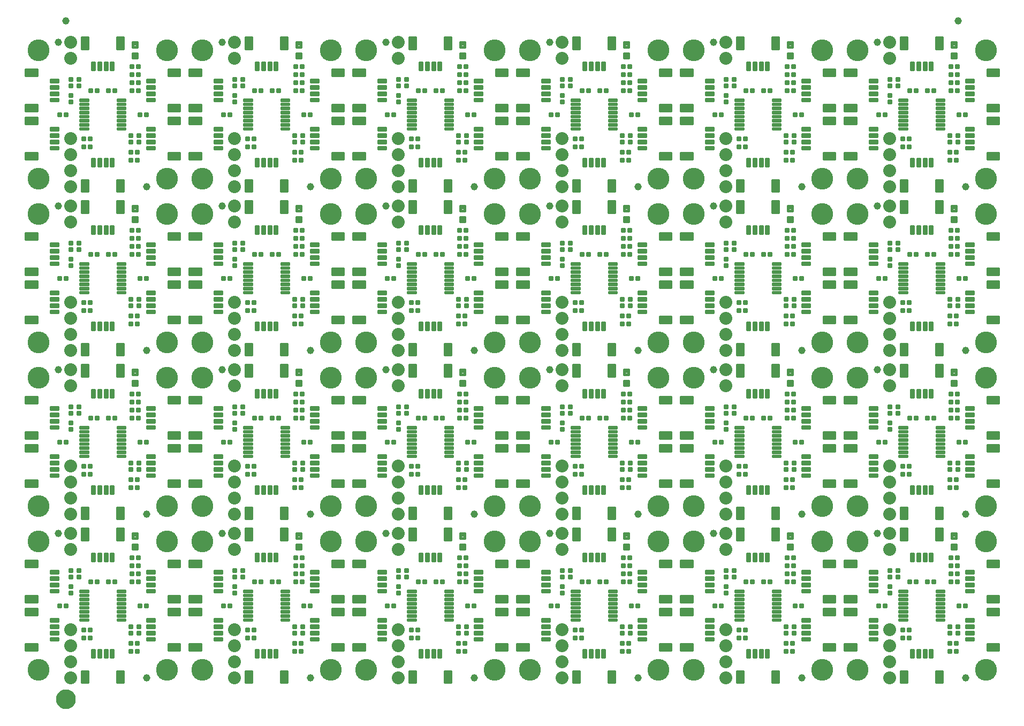
<source format=gts>
G04 EAGLE Gerber RS-274X export*
G75*
%MOMM*%
%FSLAX34Y34*%
%LPD*%
%INSoldermask Top*%
%IPPOS*%
%AMOC8*
5,1,8,0,0,1.08239X$1,22.5*%
G01*
%ADD10C,3.454400*%
%ADD11C,1.152400*%
%ADD12C,0.254103*%
%ADD13C,0.243431*%
%ADD14C,0.255816*%
%ADD15C,2.032000*%
%ADD16C,0.449434*%
%ADD17C,1.270000*%
%ADD18C,1.652400*%


D10*
X228600Y25400D03*
X25400Y25400D03*
X228600Y228600D03*
X25400Y228600D03*
D11*
X57150Y241300D03*
X196850Y12700D03*
D12*
X91008Y148258D02*
X91008Y151242D01*
X103992Y151242D01*
X103992Y148258D01*
X91008Y148258D01*
X91008Y150672D02*
X103992Y150672D01*
X91008Y144742D02*
X91008Y141758D01*
X91008Y144742D02*
X103992Y144742D01*
X103992Y141758D01*
X91008Y141758D01*
X91008Y144172D02*
X103992Y144172D01*
X91008Y138242D02*
X91008Y135258D01*
X91008Y138242D02*
X103992Y138242D01*
X103992Y135258D01*
X91008Y135258D01*
X91008Y137672D02*
X103992Y137672D01*
X91008Y131742D02*
X91008Y128758D01*
X91008Y131742D02*
X103992Y131742D01*
X103992Y128758D01*
X91008Y128758D01*
X91008Y131172D02*
X103992Y131172D01*
X91008Y125242D02*
X91008Y122258D01*
X91008Y125242D02*
X103992Y125242D01*
X103992Y122258D01*
X91008Y122258D01*
X91008Y124672D02*
X103992Y124672D01*
X91008Y118742D02*
X91008Y115758D01*
X91008Y118742D02*
X103992Y118742D01*
X103992Y115758D01*
X91008Y115758D01*
X91008Y118172D02*
X103992Y118172D01*
X91008Y112242D02*
X91008Y109258D01*
X91008Y112242D02*
X103992Y112242D01*
X103992Y109258D01*
X91008Y109258D01*
X91008Y111672D02*
X103992Y111672D01*
X91008Y105742D02*
X91008Y102758D01*
X91008Y105742D02*
X103992Y105742D01*
X103992Y102758D01*
X91008Y102758D01*
X91008Y105172D02*
X103992Y105172D01*
X150008Y105742D02*
X150008Y102758D01*
X150008Y105742D02*
X162992Y105742D01*
X162992Y102758D01*
X150008Y102758D01*
X150008Y105172D02*
X162992Y105172D01*
X150008Y109258D02*
X150008Y112242D01*
X162992Y112242D01*
X162992Y109258D01*
X150008Y109258D01*
X150008Y111672D02*
X162992Y111672D01*
X150008Y115758D02*
X150008Y118742D01*
X162992Y118742D01*
X162992Y115758D01*
X150008Y115758D01*
X150008Y118172D02*
X162992Y118172D01*
X150008Y122258D02*
X150008Y125242D01*
X162992Y125242D01*
X162992Y122258D01*
X150008Y122258D01*
X150008Y124672D02*
X162992Y124672D01*
X150008Y128758D02*
X150008Y131742D01*
X162992Y131742D01*
X162992Y128758D01*
X150008Y128758D01*
X150008Y131172D02*
X162992Y131172D01*
X150008Y135258D02*
X150008Y138242D01*
X162992Y138242D01*
X162992Y135258D01*
X150008Y135258D01*
X150008Y137672D02*
X162992Y137672D01*
X150008Y141758D02*
X150008Y144742D01*
X162992Y144742D01*
X162992Y141758D01*
X150008Y141758D01*
X150008Y144172D02*
X162992Y144172D01*
X150008Y148258D02*
X150008Y151242D01*
X162992Y151242D01*
X162992Y148258D01*
X150008Y148258D01*
X150008Y150672D02*
X162992Y150672D01*
D13*
X4505Y187555D02*
X4505Y198645D01*
X23595Y198645D01*
X23595Y187555D01*
X4505Y187555D01*
X4505Y189867D02*
X23595Y189867D01*
X23595Y192179D02*
X4505Y192179D01*
X4505Y194491D02*
X23595Y194491D01*
X23595Y196803D02*
X4505Y196803D01*
X4505Y142645D02*
X4505Y131555D01*
X4505Y142645D02*
X23595Y142645D01*
X23595Y131555D01*
X4505Y131555D01*
X4505Y133867D02*
X23595Y133867D01*
X23595Y136179D02*
X4505Y136179D01*
X4505Y138491D02*
X23595Y138491D01*
X23595Y140803D02*
X4505Y140803D01*
D14*
X44567Y177617D02*
X44567Y182583D01*
X57033Y182583D01*
X57033Y177617D01*
X44567Y177617D01*
X44567Y180047D02*
X57033Y180047D01*
X57033Y182477D02*
X44567Y182477D01*
X44567Y172583D02*
X44567Y167617D01*
X44567Y172583D02*
X57033Y172583D01*
X57033Y167617D01*
X44567Y167617D01*
X44567Y170047D02*
X57033Y170047D01*
X57033Y172477D02*
X44567Y172477D01*
X44567Y162583D02*
X44567Y157617D01*
X44567Y162583D02*
X57033Y162583D01*
X57033Y157617D01*
X44567Y157617D01*
X44567Y160047D02*
X57033Y160047D01*
X57033Y162477D02*
X44567Y162477D01*
X44567Y152583D02*
X44567Y147617D01*
X44567Y152583D02*
X57033Y152583D01*
X57033Y147617D01*
X44567Y147617D01*
X44567Y150047D02*
X57033Y150047D01*
X57033Y152477D02*
X44567Y152477D01*
D13*
X4505Y122445D02*
X4505Y111355D01*
X4505Y122445D02*
X23595Y122445D01*
X23595Y111355D01*
X4505Y111355D01*
X4505Y113667D02*
X23595Y113667D01*
X23595Y115979D02*
X4505Y115979D01*
X4505Y118291D02*
X23595Y118291D01*
X23595Y120603D02*
X4505Y120603D01*
X4505Y66445D02*
X4505Y55355D01*
X4505Y66445D02*
X23595Y66445D01*
X23595Y55355D01*
X4505Y55355D01*
X4505Y57667D02*
X23595Y57667D01*
X23595Y59979D02*
X4505Y59979D01*
X4505Y62291D02*
X23595Y62291D01*
X23595Y64603D02*
X4505Y64603D01*
D14*
X44567Y101417D02*
X44567Y106383D01*
X57033Y106383D01*
X57033Y101417D01*
X44567Y101417D01*
X44567Y103847D02*
X57033Y103847D01*
X57033Y106277D02*
X44567Y106277D01*
X44567Y96383D02*
X44567Y91417D01*
X44567Y96383D02*
X57033Y96383D01*
X57033Y91417D01*
X44567Y91417D01*
X44567Y93847D02*
X57033Y93847D01*
X57033Y96277D02*
X44567Y96277D01*
X44567Y86383D02*
X44567Y81417D01*
X44567Y86383D02*
X57033Y86383D01*
X57033Y81417D01*
X44567Y81417D01*
X44567Y83847D02*
X57033Y83847D01*
X57033Y86277D02*
X44567Y86277D01*
X44567Y76383D02*
X44567Y71417D01*
X44567Y76383D02*
X57033Y76383D01*
X57033Y71417D01*
X44567Y71417D01*
X44567Y73847D02*
X57033Y73847D01*
X57033Y76277D02*
X44567Y76277D01*
D13*
X249495Y66445D02*
X249495Y55355D01*
X230405Y55355D01*
X230405Y66445D01*
X249495Y66445D01*
X249495Y57667D02*
X230405Y57667D01*
X230405Y59979D02*
X249495Y59979D01*
X249495Y62291D02*
X230405Y62291D01*
X230405Y64603D02*
X249495Y64603D01*
X249495Y111355D02*
X249495Y122445D01*
X249495Y111355D02*
X230405Y111355D01*
X230405Y122445D01*
X249495Y122445D01*
X249495Y113667D02*
X230405Y113667D01*
X230405Y115979D02*
X249495Y115979D01*
X249495Y118291D02*
X230405Y118291D01*
X230405Y120603D02*
X249495Y120603D01*
D14*
X209433Y76383D02*
X209433Y71417D01*
X196967Y71417D01*
X196967Y76383D01*
X209433Y76383D01*
X209433Y73847D02*
X196967Y73847D01*
X196967Y76277D02*
X209433Y76277D01*
X209433Y81417D02*
X209433Y86383D01*
X209433Y81417D02*
X196967Y81417D01*
X196967Y86383D01*
X209433Y86383D01*
X209433Y83847D02*
X196967Y83847D01*
X196967Y86277D02*
X209433Y86277D01*
X209433Y91417D02*
X209433Y96383D01*
X209433Y91417D02*
X196967Y91417D01*
X196967Y96383D01*
X209433Y96383D01*
X209433Y93847D02*
X196967Y93847D01*
X196967Y96277D02*
X209433Y96277D01*
X209433Y101417D02*
X209433Y106383D01*
X209433Y101417D02*
X196967Y101417D01*
X196967Y106383D01*
X209433Y106383D01*
X209433Y103847D02*
X196967Y103847D01*
X196967Y106277D02*
X209433Y106277D01*
D13*
X249495Y131555D02*
X249495Y142645D01*
X249495Y131555D02*
X230405Y131555D01*
X230405Y142645D01*
X249495Y142645D01*
X249495Y133867D02*
X230405Y133867D01*
X230405Y136179D02*
X249495Y136179D01*
X249495Y138491D02*
X230405Y138491D01*
X230405Y140803D02*
X249495Y140803D01*
X249495Y187555D02*
X249495Y198645D01*
X249495Y187555D02*
X230405Y187555D01*
X230405Y198645D01*
X249495Y198645D01*
X249495Y189867D02*
X230405Y189867D01*
X230405Y192179D02*
X249495Y192179D01*
X249495Y194491D02*
X230405Y194491D01*
X230405Y196803D02*
X249495Y196803D01*
D14*
X209433Y152583D02*
X209433Y147617D01*
X196967Y147617D01*
X196967Y152583D01*
X209433Y152583D01*
X209433Y150047D02*
X196967Y150047D01*
X196967Y152477D02*
X209433Y152477D01*
X209433Y157617D02*
X209433Y162583D01*
X209433Y157617D02*
X196967Y157617D01*
X196967Y162583D01*
X209433Y162583D01*
X209433Y160047D02*
X196967Y160047D01*
X196967Y162477D02*
X209433Y162477D01*
X209433Y167617D02*
X209433Y172583D01*
X209433Y167617D02*
X196967Y167617D01*
X196967Y172583D01*
X209433Y172583D01*
X209433Y170047D02*
X196967Y170047D01*
X196967Y172477D02*
X209433Y172477D01*
X209433Y177617D02*
X209433Y182583D01*
X209433Y177617D02*
X196967Y177617D01*
X196967Y182583D01*
X209433Y182583D01*
X209433Y180047D02*
X196967Y180047D01*
X196967Y182477D02*
X209433Y182477D01*
D13*
X160545Y249495D02*
X149455Y249495D01*
X160545Y249495D02*
X160545Y230405D01*
X149455Y230405D01*
X149455Y249495D01*
X149455Y232717D02*
X160545Y232717D01*
X160545Y235029D02*
X149455Y235029D01*
X149455Y237341D02*
X160545Y237341D01*
X160545Y239653D02*
X149455Y239653D01*
X149455Y241965D02*
X160545Y241965D01*
X160545Y244277D02*
X149455Y244277D01*
X149455Y246589D02*
X160545Y246589D01*
X160545Y248901D02*
X149455Y248901D01*
X104545Y249495D02*
X93455Y249495D01*
X104545Y249495D02*
X104545Y230405D01*
X93455Y230405D01*
X93455Y249495D01*
X93455Y232717D02*
X104545Y232717D01*
X104545Y235029D02*
X93455Y235029D01*
X93455Y237341D02*
X104545Y237341D01*
X104545Y239653D02*
X93455Y239653D01*
X93455Y241965D02*
X104545Y241965D01*
X104545Y244277D02*
X93455Y244277D01*
X93455Y246589D02*
X104545Y246589D01*
X104545Y248901D02*
X93455Y248901D01*
D14*
X139517Y209433D02*
X144483Y209433D01*
X144483Y196967D01*
X139517Y196967D01*
X139517Y209433D01*
X139517Y199397D02*
X144483Y199397D01*
X144483Y201827D02*
X139517Y201827D01*
X139517Y204257D02*
X144483Y204257D01*
X144483Y206687D02*
X139517Y206687D01*
X139517Y209117D02*
X144483Y209117D01*
X134483Y209433D02*
X129517Y209433D01*
X134483Y209433D02*
X134483Y196967D01*
X129517Y196967D01*
X129517Y209433D01*
X129517Y199397D02*
X134483Y199397D01*
X134483Y201827D02*
X129517Y201827D01*
X129517Y204257D02*
X134483Y204257D01*
X134483Y206687D02*
X129517Y206687D01*
X129517Y209117D02*
X134483Y209117D01*
X124483Y209433D02*
X119517Y209433D01*
X124483Y209433D02*
X124483Y196967D01*
X119517Y196967D01*
X119517Y209433D01*
X119517Y199397D02*
X124483Y199397D01*
X124483Y201827D02*
X119517Y201827D01*
X119517Y204257D02*
X124483Y204257D01*
X124483Y206687D02*
X119517Y206687D01*
X119517Y209117D02*
X124483Y209117D01*
X114483Y209433D02*
X109517Y209433D01*
X114483Y209433D02*
X114483Y196967D01*
X109517Y196967D01*
X109517Y209433D01*
X109517Y199397D02*
X114483Y199397D01*
X114483Y201827D02*
X109517Y201827D01*
X109517Y204257D02*
X114483Y204257D01*
X114483Y206687D02*
X109517Y206687D01*
X109517Y209117D02*
X114483Y209117D01*
D13*
X104545Y4505D02*
X93455Y4505D01*
X93455Y23595D01*
X104545Y23595D01*
X104545Y4505D01*
X104545Y6817D02*
X93455Y6817D01*
X93455Y9129D02*
X104545Y9129D01*
X104545Y11441D02*
X93455Y11441D01*
X93455Y13753D02*
X104545Y13753D01*
X104545Y16065D02*
X93455Y16065D01*
X93455Y18377D02*
X104545Y18377D01*
X104545Y20689D02*
X93455Y20689D01*
X93455Y23001D02*
X104545Y23001D01*
X149455Y4505D02*
X160545Y4505D01*
X149455Y4505D02*
X149455Y23595D01*
X160545Y23595D01*
X160545Y4505D01*
X160545Y6817D02*
X149455Y6817D01*
X149455Y9129D02*
X160545Y9129D01*
X160545Y11441D02*
X149455Y11441D01*
X149455Y13753D02*
X160545Y13753D01*
X160545Y16065D02*
X149455Y16065D01*
X149455Y18377D02*
X160545Y18377D01*
X160545Y20689D02*
X149455Y20689D01*
X149455Y23001D02*
X160545Y23001D01*
D14*
X114483Y44567D02*
X109517Y44567D01*
X109517Y57033D01*
X114483Y57033D01*
X114483Y44567D01*
X114483Y46997D02*
X109517Y46997D01*
X109517Y49427D02*
X114483Y49427D01*
X114483Y51857D02*
X109517Y51857D01*
X109517Y54287D02*
X114483Y54287D01*
X114483Y56717D02*
X109517Y56717D01*
X119517Y44567D02*
X124483Y44567D01*
X119517Y44567D02*
X119517Y57033D01*
X124483Y57033D01*
X124483Y44567D01*
X124483Y46997D02*
X119517Y46997D01*
X119517Y49427D02*
X124483Y49427D01*
X124483Y51857D02*
X119517Y51857D01*
X119517Y54287D02*
X124483Y54287D01*
X124483Y56717D02*
X119517Y56717D01*
X129517Y44567D02*
X134483Y44567D01*
X129517Y44567D02*
X129517Y57033D01*
X134483Y57033D01*
X134483Y44567D01*
X134483Y46997D02*
X129517Y46997D01*
X129517Y49427D02*
X134483Y49427D01*
X134483Y51857D02*
X129517Y51857D01*
X129517Y54287D02*
X134483Y54287D01*
X134483Y56717D02*
X129517Y56717D01*
X139517Y44567D02*
X144483Y44567D01*
X139517Y44567D02*
X139517Y57033D01*
X144483Y57033D01*
X144483Y44567D01*
X144483Y46997D02*
X139517Y46997D01*
X139517Y49427D02*
X144483Y49427D01*
X144483Y51857D02*
X139517Y51857D01*
X139517Y54287D02*
X144483Y54287D01*
X144483Y56717D02*
X139517Y56717D01*
X110513Y162617D02*
X105547Y162617D01*
X105547Y167583D01*
X110513Y167583D01*
X110513Y162617D01*
X110513Y165047D02*
X105547Y165047D01*
X105547Y167477D02*
X110513Y167477D01*
X115547Y162617D02*
X120513Y162617D01*
X115547Y162617D02*
X115547Y167583D01*
X120513Y167583D01*
X120513Y162617D01*
X120513Y165047D02*
X115547Y165047D01*
X115547Y167477D02*
X120513Y167477D01*
X143487Y167583D02*
X148453Y167583D01*
X148453Y162617D01*
X143487Y162617D01*
X143487Y167583D01*
X143487Y165047D02*
X148453Y165047D01*
X148453Y167477D02*
X143487Y167477D01*
X138453Y167583D02*
X133487Y167583D01*
X138453Y167583D02*
X138453Y162617D01*
X133487Y162617D01*
X133487Y167583D01*
X133487Y165047D02*
X138453Y165047D01*
X138453Y167477D02*
X133487Y167477D01*
X180317Y167583D02*
X185283Y167583D01*
X185283Y162617D01*
X180317Y162617D01*
X180317Y167583D01*
X180317Y165047D02*
X185283Y165047D01*
X185283Y167477D02*
X180317Y167477D01*
X175283Y167583D02*
X170317Y167583D01*
X175283Y167583D02*
X175283Y162617D01*
X170317Y162617D01*
X170317Y167583D01*
X170317Y165047D02*
X175283Y165047D01*
X175283Y167477D02*
X170317Y167477D01*
D15*
X76200Y241300D03*
X76200Y215900D03*
X76200Y12700D03*
X76200Y38100D03*
X76200Y63500D03*
X76200Y88900D03*
D14*
X78683Y170317D02*
X78683Y175283D01*
X78683Y170317D02*
X73717Y170317D01*
X73717Y175283D01*
X78683Y175283D01*
X78683Y172747D02*
X73717Y172747D01*
X73717Y175177D02*
X78683Y175177D01*
X78683Y180317D02*
X78683Y185283D01*
X78683Y180317D02*
X73717Y180317D01*
X73717Y185283D01*
X78683Y185283D01*
X78683Y182747D02*
X73717Y182747D01*
X73717Y185177D02*
X78683Y185177D01*
X73717Y159883D02*
X73717Y154917D01*
X73717Y159883D02*
X78683Y159883D01*
X78683Y154917D01*
X73717Y154917D01*
X73717Y157347D02*
X78683Y157347D01*
X78683Y159777D02*
X73717Y159777D01*
X73717Y149883D02*
X73717Y144917D01*
X73717Y149883D02*
X78683Y149883D01*
X78683Y144917D01*
X73717Y144917D01*
X73717Y147347D02*
X78683Y147347D01*
X78683Y149777D02*
X73717Y149777D01*
X94117Y86417D02*
X99083Y86417D01*
X94117Y86417D02*
X94117Y91383D01*
X99083Y91383D01*
X99083Y86417D01*
X99083Y88847D02*
X94117Y88847D01*
X94117Y91277D02*
X99083Y91277D01*
X104117Y86417D02*
X109083Y86417D01*
X104117Y86417D02*
X104117Y91383D01*
X109083Y91383D01*
X109083Y86417D01*
X109083Y88847D02*
X104117Y88847D01*
X104117Y91277D02*
X109083Y91277D01*
X99083Y73717D02*
X94117Y73717D01*
X94117Y78683D01*
X99083Y78683D01*
X99083Y73717D01*
X99083Y76147D02*
X94117Y76147D01*
X94117Y78577D02*
X99083Y78577D01*
X104117Y73717D02*
X109083Y73717D01*
X104117Y73717D02*
X104117Y78683D01*
X109083Y78683D01*
X109083Y73717D01*
X109083Y76147D02*
X104117Y76147D01*
X104117Y78577D02*
X109083Y78577D01*
X186633Y81417D02*
X186633Y86383D01*
X186633Y81417D02*
X181667Y81417D01*
X181667Y86383D01*
X186633Y86383D01*
X186633Y83847D02*
X181667Y83847D01*
X181667Y86277D02*
X186633Y86277D01*
X186633Y91417D02*
X186633Y96383D01*
X186633Y91417D02*
X181667Y91417D01*
X181667Y96383D01*
X186633Y96383D01*
X186633Y93847D02*
X181667Y93847D01*
X181667Y96277D02*
X186633Y96277D01*
X168967Y96383D02*
X168967Y91417D01*
X168967Y96383D02*
X173933Y96383D01*
X173933Y91417D01*
X168967Y91417D01*
X168967Y93847D02*
X173933Y93847D01*
X173933Y96277D02*
X168967Y96277D01*
X168967Y86383D02*
X168967Y81417D01*
X168967Y86383D02*
X173933Y86383D01*
X173933Y81417D01*
X168967Y81417D01*
X168967Y83847D02*
X173933Y83847D01*
X173933Y86277D02*
X168967Y86277D01*
X180317Y180283D02*
X185283Y180283D01*
X185283Y175317D01*
X180317Y175317D01*
X180317Y180283D01*
X180317Y177747D02*
X185283Y177747D01*
X185283Y180177D02*
X180317Y180177D01*
X175283Y180283D02*
X170317Y180283D01*
X175283Y180283D02*
X175283Y175317D01*
X170317Y175317D01*
X170317Y180283D01*
X170317Y177747D02*
X175283Y177747D01*
X175283Y180177D02*
X170317Y180177D01*
X180317Y192983D02*
X185283Y192983D01*
X185283Y188017D01*
X180317Y188017D01*
X180317Y192983D01*
X180317Y190447D02*
X185283Y190447D01*
X185283Y192877D02*
X180317Y192877D01*
X175283Y192983D02*
X170317Y192983D01*
X175283Y192983D02*
X175283Y188017D01*
X170317Y188017D01*
X170317Y192983D01*
X170317Y190447D02*
X175283Y190447D01*
X175283Y192877D02*
X170317Y192877D01*
X169047Y64827D02*
X174013Y64827D01*
X169047Y64827D02*
X169047Y69793D01*
X174013Y69793D01*
X174013Y64827D01*
X174013Y67257D02*
X169047Y67257D01*
X169047Y69687D02*
X174013Y69687D01*
X179047Y64827D02*
X184013Y64827D01*
X179047Y64827D02*
X179047Y69793D01*
X184013Y69793D01*
X184013Y64827D01*
X184013Y67257D02*
X179047Y67257D01*
X179047Y69687D02*
X184013Y69687D01*
X174013Y52127D02*
X169047Y52127D01*
X169047Y57093D01*
X174013Y57093D01*
X174013Y52127D01*
X174013Y54557D02*
X169047Y54557D01*
X169047Y56987D02*
X174013Y56987D01*
X179047Y52127D02*
X184013Y52127D01*
X179047Y52127D02*
X179047Y57093D01*
X184013Y57093D01*
X184013Y52127D01*
X184013Y54557D02*
X179047Y54557D01*
X179047Y56987D02*
X184013Y56987D01*
X60983Y124517D02*
X56017Y124517D01*
X56017Y129483D01*
X60983Y129483D01*
X60983Y124517D01*
X60983Y126947D02*
X56017Y126947D01*
X56017Y129377D02*
X60983Y129377D01*
X66017Y124517D02*
X70983Y124517D01*
X66017Y124517D02*
X66017Y129483D01*
X70983Y129483D01*
X70983Y124517D01*
X70983Y126947D02*
X66017Y126947D01*
X66017Y129377D02*
X70983Y129377D01*
X193017Y129483D02*
X197983Y129483D01*
X197983Y124517D01*
X193017Y124517D01*
X193017Y129483D01*
X193017Y126947D02*
X197983Y126947D01*
X197983Y129377D02*
X193017Y129377D01*
X187983Y129483D02*
X183017Y129483D01*
X187983Y129483D02*
X187983Y124517D01*
X183017Y124517D01*
X183017Y129483D01*
X183017Y126947D02*
X187983Y126947D01*
X187983Y129377D02*
X183017Y129377D01*
X175283Y200717D02*
X170317Y200717D01*
X170317Y205683D01*
X175283Y205683D01*
X175283Y200717D01*
X175283Y203147D02*
X170317Y203147D01*
X170317Y205577D02*
X175283Y205577D01*
X180317Y200717D02*
X185283Y200717D01*
X180317Y200717D02*
X180317Y205683D01*
X185283Y205683D01*
X185283Y200717D01*
X185283Y203147D02*
X180317Y203147D01*
X180317Y205577D02*
X185283Y205577D01*
D16*
X181315Y233855D02*
X174285Y233855D01*
X174285Y240885D01*
X181315Y240885D01*
X181315Y233855D01*
X181315Y238124D02*
X174285Y238124D01*
X174285Y216315D02*
X181315Y216315D01*
X174285Y216315D02*
X174285Y223345D01*
X181315Y223345D01*
X181315Y216315D01*
X181315Y220584D02*
X174285Y220584D01*
D14*
X86417Y185283D02*
X86417Y180317D01*
X86417Y185283D02*
X91383Y185283D01*
X91383Y180317D01*
X86417Y180317D01*
X86417Y182747D02*
X91383Y182747D01*
X91383Y185177D02*
X86417Y185177D01*
X86417Y175283D02*
X86417Y170317D01*
X86417Y175283D02*
X91383Y175283D01*
X91383Y170317D01*
X86417Y170317D01*
X86417Y172747D02*
X91383Y172747D01*
X91383Y175177D02*
X86417Y175177D01*
D10*
X487680Y25400D03*
X284480Y25400D03*
X487680Y228600D03*
X284480Y228600D03*
D11*
X316230Y241300D03*
X455930Y12700D03*
D12*
X350088Y148258D02*
X350088Y151242D01*
X363072Y151242D01*
X363072Y148258D01*
X350088Y148258D01*
X350088Y150672D02*
X363072Y150672D01*
X350088Y144742D02*
X350088Y141758D01*
X350088Y144742D02*
X363072Y144742D01*
X363072Y141758D01*
X350088Y141758D01*
X350088Y144172D02*
X363072Y144172D01*
X350088Y138242D02*
X350088Y135258D01*
X350088Y138242D02*
X363072Y138242D01*
X363072Y135258D01*
X350088Y135258D01*
X350088Y137672D02*
X363072Y137672D01*
X350088Y131742D02*
X350088Y128758D01*
X350088Y131742D02*
X363072Y131742D01*
X363072Y128758D01*
X350088Y128758D01*
X350088Y131172D02*
X363072Y131172D01*
X350088Y125242D02*
X350088Y122258D01*
X350088Y125242D02*
X363072Y125242D01*
X363072Y122258D01*
X350088Y122258D01*
X350088Y124672D02*
X363072Y124672D01*
X350088Y118742D02*
X350088Y115758D01*
X350088Y118742D02*
X363072Y118742D01*
X363072Y115758D01*
X350088Y115758D01*
X350088Y118172D02*
X363072Y118172D01*
X350088Y112242D02*
X350088Y109258D01*
X350088Y112242D02*
X363072Y112242D01*
X363072Y109258D01*
X350088Y109258D01*
X350088Y111672D02*
X363072Y111672D01*
X350088Y105742D02*
X350088Y102758D01*
X350088Y105742D02*
X363072Y105742D01*
X363072Y102758D01*
X350088Y102758D01*
X350088Y105172D02*
X363072Y105172D01*
X409088Y105742D02*
X409088Y102758D01*
X409088Y105742D02*
X422072Y105742D01*
X422072Y102758D01*
X409088Y102758D01*
X409088Y105172D02*
X422072Y105172D01*
X409088Y109258D02*
X409088Y112242D01*
X422072Y112242D01*
X422072Y109258D01*
X409088Y109258D01*
X409088Y111672D02*
X422072Y111672D01*
X409088Y115758D02*
X409088Y118742D01*
X422072Y118742D01*
X422072Y115758D01*
X409088Y115758D01*
X409088Y118172D02*
X422072Y118172D01*
X409088Y122258D02*
X409088Y125242D01*
X422072Y125242D01*
X422072Y122258D01*
X409088Y122258D01*
X409088Y124672D02*
X422072Y124672D01*
X409088Y128758D02*
X409088Y131742D01*
X422072Y131742D01*
X422072Y128758D01*
X409088Y128758D01*
X409088Y131172D02*
X422072Y131172D01*
X409088Y135258D02*
X409088Y138242D01*
X422072Y138242D01*
X422072Y135258D01*
X409088Y135258D01*
X409088Y137672D02*
X422072Y137672D01*
X409088Y141758D02*
X409088Y144742D01*
X422072Y144742D01*
X422072Y141758D01*
X409088Y141758D01*
X409088Y144172D02*
X422072Y144172D01*
X409088Y148258D02*
X409088Y151242D01*
X422072Y151242D01*
X422072Y148258D01*
X409088Y148258D01*
X409088Y150672D02*
X422072Y150672D01*
D13*
X263585Y187555D02*
X263585Y198645D01*
X282675Y198645D01*
X282675Y187555D01*
X263585Y187555D01*
X263585Y189867D02*
X282675Y189867D01*
X282675Y192179D02*
X263585Y192179D01*
X263585Y194491D02*
X282675Y194491D01*
X282675Y196803D02*
X263585Y196803D01*
X263585Y142645D02*
X263585Y131555D01*
X263585Y142645D02*
X282675Y142645D01*
X282675Y131555D01*
X263585Y131555D01*
X263585Y133867D02*
X282675Y133867D01*
X282675Y136179D02*
X263585Y136179D01*
X263585Y138491D02*
X282675Y138491D01*
X282675Y140803D02*
X263585Y140803D01*
D14*
X303647Y177617D02*
X303647Y182583D01*
X316113Y182583D01*
X316113Y177617D01*
X303647Y177617D01*
X303647Y180047D02*
X316113Y180047D01*
X316113Y182477D02*
X303647Y182477D01*
X303647Y172583D02*
X303647Y167617D01*
X303647Y172583D02*
X316113Y172583D01*
X316113Y167617D01*
X303647Y167617D01*
X303647Y170047D02*
X316113Y170047D01*
X316113Y172477D02*
X303647Y172477D01*
X303647Y162583D02*
X303647Y157617D01*
X303647Y162583D02*
X316113Y162583D01*
X316113Y157617D01*
X303647Y157617D01*
X303647Y160047D02*
X316113Y160047D01*
X316113Y162477D02*
X303647Y162477D01*
X303647Y152583D02*
X303647Y147617D01*
X303647Y152583D02*
X316113Y152583D01*
X316113Y147617D01*
X303647Y147617D01*
X303647Y150047D02*
X316113Y150047D01*
X316113Y152477D02*
X303647Y152477D01*
D13*
X263585Y122445D02*
X263585Y111355D01*
X263585Y122445D02*
X282675Y122445D01*
X282675Y111355D01*
X263585Y111355D01*
X263585Y113667D02*
X282675Y113667D01*
X282675Y115979D02*
X263585Y115979D01*
X263585Y118291D02*
X282675Y118291D01*
X282675Y120603D02*
X263585Y120603D01*
X263585Y66445D02*
X263585Y55355D01*
X263585Y66445D02*
X282675Y66445D01*
X282675Y55355D01*
X263585Y55355D01*
X263585Y57667D02*
X282675Y57667D01*
X282675Y59979D02*
X263585Y59979D01*
X263585Y62291D02*
X282675Y62291D01*
X282675Y64603D02*
X263585Y64603D01*
D14*
X303647Y101417D02*
X303647Y106383D01*
X316113Y106383D01*
X316113Y101417D01*
X303647Y101417D01*
X303647Y103847D02*
X316113Y103847D01*
X316113Y106277D02*
X303647Y106277D01*
X303647Y96383D02*
X303647Y91417D01*
X303647Y96383D02*
X316113Y96383D01*
X316113Y91417D01*
X303647Y91417D01*
X303647Y93847D02*
X316113Y93847D01*
X316113Y96277D02*
X303647Y96277D01*
X303647Y86383D02*
X303647Y81417D01*
X303647Y86383D02*
X316113Y86383D01*
X316113Y81417D01*
X303647Y81417D01*
X303647Y83847D02*
X316113Y83847D01*
X316113Y86277D02*
X303647Y86277D01*
X303647Y76383D02*
X303647Y71417D01*
X303647Y76383D02*
X316113Y76383D01*
X316113Y71417D01*
X303647Y71417D01*
X303647Y73847D02*
X316113Y73847D01*
X316113Y76277D02*
X303647Y76277D01*
D13*
X508575Y66445D02*
X508575Y55355D01*
X489485Y55355D01*
X489485Y66445D01*
X508575Y66445D01*
X508575Y57667D02*
X489485Y57667D01*
X489485Y59979D02*
X508575Y59979D01*
X508575Y62291D02*
X489485Y62291D01*
X489485Y64603D02*
X508575Y64603D01*
X508575Y111355D02*
X508575Y122445D01*
X508575Y111355D02*
X489485Y111355D01*
X489485Y122445D01*
X508575Y122445D01*
X508575Y113667D02*
X489485Y113667D01*
X489485Y115979D02*
X508575Y115979D01*
X508575Y118291D02*
X489485Y118291D01*
X489485Y120603D02*
X508575Y120603D01*
D14*
X468513Y76383D02*
X468513Y71417D01*
X456047Y71417D01*
X456047Y76383D01*
X468513Y76383D01*
X468513Y73847D02*
X456047Y73847D01*
X456047Y76277D02*
X468513Y76277D01*
X468513Y81417D02*
X468513Y86383D01*
X468513Y81417D02*
X456047Y81417D01*
X456047Y86383D01*
X468513Y86383D01*
X468513Y83847D02*
X456047Y83847D01*
X456047Y86277D02*
X468513Y86277D01*
X468513Y91417D02*
X468513Y96383D01*
X468513Y91417D02*
X456047Y91417D01*
X456047Y96383D01*
X468513Y96383D01*
X468513Y93847D02*
X456047Y93847D01*
X456047Y96277D02*
X468513Y96277D01*
X468513Y101417D02*
X468513Y106383D01*
X468513Y101417D02*
X456047Y101417D01*
X456047Y106383D01*
X468513Y106383D01*
X468513Y103847D02*
X456047Y103847D01*
X456047Y106277D02*
X468513Y106277D01*
D13*
X508575Y131555D02*
X508575Y142645D01*
X508575Y131555D02*
X489485Y131555D01*
X489485Y142645D01*
X508575Y142645D01*
X508575Y133867D02*
X489485Y133867D01*
X489485Y136179D02*
X508575Y136179D01*
X508575Y138491D02*
X489485Y138491D01*
X489485Y140803D02*
X508575Y140803D01*
X508575Y187555D02*
X508575Y198645D01*
X508575Y187555D02*
X489485Y187555D01*
X489485Y198645D01*
X508575Y198645D01*
X508575Y189867D02*
X489485Y189867D01*
X489485Y192179D02*
X508575Y192179D01*
X508575Y194491D02*
X489485Y194491D01*
X489485Y196803D02*
X508575Y196803D01*
D14*
X468513Y152583D02*
X468513Y147617D01*
X456047Y147617D01*
X456047Y152583D01*
X468513Y152583D01*
X468513Y150047D02*
X456047Y150047D01*
X456047Y152477D02*
X468513Y152477D01*
X468513Y157617D02*
X468513Y162583D01*
X468513Y157617D02*
X456047Y157617D01*
X456047Y162583D01*
X468513Y162583D01*
X468513Y160047D02*
X456047Y160047D01*
X456047Y162477D02*
X468513Y162477D01*
X468513Y167617D02*
X468513Y172583D01*
X468513Y167617D02*
X456047Y167617D01*
X456047Y172583D01*
X468513Y172583D01*
X468513Y170047D02*
X456047Y170047D01*
X456047Y172477D02*
X468513Y172477D01*
X468513Y177617D02*
X468513Y182583D01*
X468513Y177617D02*
X456047Y177617D01*
X456047Y182583D01*
X468513Y182583D01*
X468513Y180047D02*
X456047Y180047D01*
X456047Y182477D02*
X468513Y182477D01*
D13*
X419625Y249495D02*
X408535Y249495D01*
X419625Y249495D02*
X419625Y230405D01*
X408535Y230405D01*
X408535Y249495D01*
X408535Y232717D02*
X419625Y232717D01*
X419625Y235029D02*
X408535Y235029D01*
X408535Y237341D02*
X419625Y237341D01*
X419625Y239653D02*
X408535Y239653D01*
X408535Y241965D02*
X419625Y241965D01*
X419625Y244277D02*
X408535Y244277D01*
X408535Y246589D02*
X419625Y246589D01*
X419625Y248901D02*
X408535Y248901D01*
X363625Y249495D02*
X352535Y249495D01*
X363625Y249495D02*
X363625Y230405D01*
X352535Y230405D01*
X352535Y249495D01*
X352535Y232717D02*
X363625Y232717D01*
X363625Y235029D02*
X352535Y235029D01*
X352535Y237341D02*
X363625Y237341D01*
X363625Y239653D02*
X352535Y239653D01*
X352535Y241965D02*
X363625Y241965D01*
X363625Y244277D02*
X352535Y244277D01*
X352535Y246589D02*
X363625Y246589D01*
X363625Y248901D02*
X352535Y248901D01*
D14*
X398597Y209433D02*
X403563Y209433D01*
X403563Y196967D01*
X398597Y196967D01*
X398597Y209433D01*
X398597Y199397D02*
X403563Y199397D01*
X403563Y201827D02*
X398597Y201827D01*
X398597Y204257D02*
X403563Y204257D01*
X403563Y206687D02*
X398597Y206687D01*
X398597Y209117D02*
X403563Y209117D01*
X393563Y209433D02*
X388597Y209433D01*
X393563Y209433D02*
X393563Y196967D01*
X388597Y196967D01*
X388597Y209433D01*
X388597Y199397D02*
X393563Y199397D01*
X393563Y201827D02*
X388597Y201827D01*
X388597Y204257D02*
X393563Y204257D01*
X393563Y206687D02*
X388597Y206687D01*
X388597Y209117D02*
X393563Y209117D01*
X383563Y209433D02*
X378597Y209433D01*
X383563Y209433D02*
X383563Y196967D01*
X378597Y196967D01*
X378597Y209433D01*
X378597Y199397D02*
X383563Y199397D01*
X383563Y201827D02*
X378597Y201827D01*
X378597Y204257D02*
X383563Y204257D01*
X383563Y206687D02*
X378597Y206687D01*
X378597Y209117D02*
X383563Y209117D01*
X373563Y209433D02*
X368597Y209433D01*
X373563Y209433D02*
X373563Y196967D01*
X368597Y196967D01*
X368597Y209433D01*
X368597Y199397D02*
X373563Y199397D01*
X373563Y201827D02*
X368597Y201827D01*
X368597Y204257D02*
X373563Y204257D01*
X373563Y206687D02*
X368597Y206687D01*
X368597Y209117D02*
X373563Y209117D01*
D13*
X363625Y4505D02*
X352535Y4505D01*
X352535Y23595D01*
X363625Y23595D01*
X363625Y4505D01*
X363625Y6817D02*
X352535Y6817D01*
X352535Y9129D02*
X363625Y9129D01*
X363625Y11441D02*
X352535Y11441D01*
X352535Y13753D02*
X363625Y13753D01*
X363625Y16065D02*
X352535Y16065D01*
X352535Y18377D02*
X363625Y18377D01*
X363625Y20689D02*
X352535Y20689D01*
X352535Y23001D02*
X363625Y23001D01*
X408535Y4505D02*
X419625Y4505D01*
X408535Y4505D02*
X408535Y23595D01*
X419625Y23595D01*
X419625Y4505D01*
X419625Y6817D02*
X408535Y6817D01*
X408535Y9129D02*
X419625Y9129D01*
X419625Y11441D02*
X408535Y11441D01*
X408535Y13753D02*
X419625Y13753D01*
X419625Y16065D02*
X408535Y16065D01*
X408535Y18377D02*
X419625Y18377D01*
X419625Y20689D02*
X408535Y20689D01*
X408535Y23001D02*
X419625Y23001D01*
D14*
X373563Y44567D02*
X368597Y44567D01*
X368597Y57033D01*
X373563Y57033D01*
X373563Y44567D01*
X373563Y46997D02*
X368597Y46997D01*
X368597Y49427D02*
X373563Y49427D01*
X373563Y51857D02*
X368597Y51857D01*
X368597Y54287D02*
X373563Y54287D01*
X373563Y56717D02*
X368597Y56717D01*
X378597Y44567D02*
X383563Y44567D01*
X378597Y44567D02*
X378597Y57033D01*
X383563Y57033D01*
X383563Y44567D01*
X383563Y46997D02*
X378597Y46997D01*
X378597Y49427D02*
X383563Y49427D01*
X383563Y51857D02*
X378597Y51857D01*
X378597Y54287D02*
X383563Y54287D01*
X383563Y56717D02*
X378597Y56717D01*
X388597Y44567D02*
X393563Y44567D01*
X388597Y44567D02*
X388597Y57033D01*
X393563Y57033D01*
X393563Y44567D01*
X393563Y46997D02*
X388597Y46997D01*
X388597Y49427D02*
X393563Y49427D01*
X393563Y51857D02*
X388597Y51857D01*
X388597Y54287D02*
X393563Y54287D01*
X393563Y56717D02*
X388597Y56717D01*
X398597Y44567D02*
X403563Y44567D01*
X398597Y44567D02*
X398597Y57033D01*
X403563Y57033D01*
X403563Y44567D01*
X403563Y46997D02*
X398597Y46997D01*
X398597Y49427D02*
X403563Y49427D01*
X403563Y51857D02*
X398597Y51857D01*
X398597Y54287D02*
X403563Y54287D01*
X403563Y56717D02*
X398597Y56717D01*
X369593Y162617D02*
X364627Y162617D01*
X364627Y167583D01*
X369593Y167583D01*
X369593Y162617D01*
X369593Y165047D02*
X364627Y165047D01*
X364627Y167477D02*
X369593Y167477D01*
X374627Y162617D02*
X379593Y162617D01*
X374627Y162617D02*
X374627Y167583D01*
X379593Y167583D01*
X379593Y162617D01*
X379593Y165047D02*
X374627Y165047D01*
X374627Y167477D02*
X379593Y167477D01*
X402567Y167583D02*
X407533Y167583D01*
X407533Y162617D01*
X402567Y162617D01*
X402567Y167583D01*
X402567Y165047D02*
X407533Y165047D01*
X407533Y167477D02*
X402567Y167477D01*
X397533Y167583D02*
X392567Y167583D01*
X397533Y167583D02*
X397533Y162617D01*
X392567Y162617D01*
X392567Y167583D01*
X392567Y165047D02*
X397533Y165047D01*
X397533Y167477D02*
X392567Y167477D01*
X439397Y167583D02*
X444363Y167583D01*
X444363Y162617D01*
X439397Y162617D01*
X439397Y167583D01*
X439397Y165047D02*
X444363Y165047D01*
X444363Y167477D02*
X439397Y167477D01*
X434363Y167583D02*
X429397Y167583D01*
X434363Y167583D02*
X434363Y162617D01*
X429397Y162617D01*
X429397Y167583D01*
X429397Y165047D02*
X434363Y165047D01*
X434363Y167477D02*
X429397Y167477D01*
D15*
X335280Y241300D03*
X335280Y215900D03*
X335280Y12700D03*
X335280Y38100D03*
X335280Y63500D03*
X335280Y88900D03*
D14*
X337763Y170317D02*
X337763Y175283D01*
X337763Y170317D02*
X332797Y170317D01*
X332797Y175283D01*
X337763Y175283D01*
X337763Y172747D02*
X332797Y172747D01*
X332797Y175177D02*
X337763Y175177D01*
X337763Y180317D02*
X337763Y185283D01*
X337763Y180317D02*
X332797Y180317D01*
X332797Y185283D01*
X337763Y185283D01*
X337763Y182747D02*
X332797Y182747D01*
X332797Y185177D02*
X337763Y185177D01*
X332797Y159883D02*
X332797Y154917D01*
X332797Y159883D02*
X337763Y159883D01*
X337763Y154917D01*
X332797Y154917D01*
X332797Y157347D02*
X337763Y157347D01*
X337763Y159777D02*
X332797Y159777D01*
X332797Y149883D02*
X332797Y144917D01*
X332797Y149883D02*
X337763Y149883D01*
X337763Y144917D01*
X332797Y144917D01*
X332797Y147347D02*
X337763Y147347D01*
X337763Y149777D02*
X332797Y149777D01*
X353197Y86417D02*
X358163Y86417D01*
X353197Y86417D02*
X353197Y91383D01*
X358163Y91383D01*
X358163Y86417D01*
X358163Y88847D02*
X353197Y88847D01*
X353197Y91277D02*
X358163Y91277D01*
X363197Y86417D02*
X368163Y86417D01*
X363197Y86417D02*
X363197Y91383D01*
X368163Y91383D01*
X368163Y86417D01*
X368163Y88847D02*
X363197Y88847D01*
X363197Y91277D02*
X368163Y91277D01*
X358163Y73717D02*
X353197Y73717D01*
X353197Y78683D01*
X358163Y78683D01*
X358163Y73717D01*
X358163Y76147D02*
X353197Y76147D01*
X353197Y78577D02*
X358163Y78577D01*
X363197Y73717D02*
X368163Y73717D01*
X363197Y73717D02*
X363197Y78683D01*
X368163Y78683D01*
X368163Y73717D01*
X368163Y76147D02*
X363197Y76147D01*
X363197Y78577D02*
X368163Y78577D01*
X445713Y81417D02*
X445713Y86383D01*
X445713Y81417D02*
X440747Y81417D01*
X440747Y86383D01*
X445713Y86383D01*
X445713Y83847D02*
X440747Y83847D01*
X440747Y86277D02*
X445713Y86277D01*
X445713Y91417D02*
X445713Y96383D01*
X445713Y91417D02*
X440747Y91417D01*
X440747Y96383D01*
X445713Y96383D01*
X445713Y93847D02*
X440747Y93847D01*
X440747Y96277D02*
X445713Y96277D01*
X428047Y96383D02*
X428047Y91417D01*
X428047Y96383D02*
X433013Y96383D01*
X433013Y91417D01*
X428047Y91417D01*
X428047Y93847D02*
X433013Y93847D01*
X433013Y96277D02*
X428047Y96277D01*
X428047Y86383D02*
X428047Y81417D01*
X428047Y86383D02*
X433013Y86383D01*
X433013Y81417D01*
X428047Y81417D01*
X428047Y83847D02*
X433013Y83847D01*
X433013Y86277D02*
X428047Y86277D01*
X439397Y180283D02*
X444363Y180283D01*
X444363Y175317D01*
X439397Y175317D01*
X439397Y180283D01*
X439397Y177747D02*
X444363Y177747D01*
X444363Y180177D02*
X439397Y180177D01*
X434363Y180283D02*
X429397Y180283D01*
X434363Y180283D02*
X434363Y175317D01*
X429397Y175317D01*
X429397Y180283D01*
X429397Y177747D02*
X434363Y177747D01*
X434363Y180177D02*
X429397Y180177D01*
X439397Y192983D02*
X444363Y192983D01*
X444363Y188017D01*
X439397Y188017D01*
X439397Y192983D01*
X439397Y190447D02*
X444363Y190447D01*
X444363Y192877D02*
X439397Y192877D01*
X434363Y192983D02*
X429397Y192983D01*
X434363Y192983D02*
X434363Y188017D01*
X429397Y188017D01*
X429397Y192983D01*
X429397Y190447D02*
X434363Y190447D01*
X434363Y192877D02*
X429397Y192877D01*
X428127Y64827D02*
X433093Y64827D01*
X428127Y64827D02*
X428127Y69793D01*
X433093Y69793D01*
X433093Y64827D01*
X433093Y67257D02*
X428127Y67257D01*
X428127Y69687D02*
X433093Y69687D01*
X438127Y64827D02*
X443093Y64827D01*
X438127Y64827D02*
X438127Y69793D01*
X443093Y69793D01*
X443093Y64827D01*
X443093Y67257D02*
X438127Y67257D01*
X438127Y69687D02*
X443093Y69687D01*
X433093Y52127D02*
X428127Y52127D01*
X428127Y57093D01*
X433093Y57093D01*
X433093Y52127D01*
X433093Y54557D02*
X428127Y54557D01*
X428127Y56987D02*
X433093Y56987D01*
X438127Y52127D02*
X443093Y52127D01*
X438127Y52127D02*
X438127Y57093D01*
X443093Y57093D01*
X443093Y52127D01*
X443093Y54557D02*
X438127Y54557D01*
X438127Y56987D02*
X443093Y56987D01*
X320063Y124517D02*
X315097Y124517D01*
X315097Y129483D01*
X320063Y129483D01*
X320063Y124517D01*
X320063Y126947D02*
X315097Y126947D01*
X315097Y129377D02*
X320063Y129377D01*
X325097Y124517D02*
X330063Y124517D01*
X325097Y124517D02*
X325097Y129483D01*
X330063Y129483D01*
X330063Y124517D01*
X330063Y126947D02*
X325097Y126947D01*
X325097Y129377D02*
X330063Y129377D01*
X452097Y129483D02*
X457063Y129483D01*
X457063Y124517D01*
X452097Y124517D01*
X452097Y129483D01*
X452097Y126947D02*
X457063Y126947D01*
X457063Y129377D02*
X452097Y129377D01*
X447063Y129483D02*
X442097Y129483D01*
X447063Y129483D02*
X447063Y124517D01*
X442097Y124517D01*
X442097Y129483D01*
X442097Y126947D02*
X447063Y126947D01*
X447063Y129377D02*
X442097Y129377D01*
X434363Y200717D02*
X429397Y200717D01*
X429397Y205683D01*
X434363Y205683D01*
X434363Y200717D01*
X434363Y203147D02*
X429397Y203147D01*
X429397Y205577D02*
X434363Y205577D01*
X439397Y200717D02*
X444363Y200717D01*
X439397Y200717D02*
X439397Y205683D01*
X444363Y205683D01*
X444363Y200717D01*
X444363Y203147D02*
X439397Y203147D01*
X439397Y205577D02*
X444363Y205577D01*
D16*
X440395Y233855D02*
X433365Y233855D01*
X433365Y240885D01*
X440395Y240885D01*
X440395Y233855D01*
X440395Y238124D02*
X433365Y238124D01*
X433365Y216315D02*
X440395Y216315D01*
X433365Y216315D02*
X433365Y223345D01*
X440395Y223345D01*
X440395Y216315D01*
X440395Y220584D02*
X433365Y220584D01*
D14*
X345497Y185283D02*
X345497Y180317D01*
X345497Y185283D02*
X350463Y185283D01*
X350463Y180317D01*
X345497Y180317D01*
X345497Y182747D02*
X350463Y182747D01*
X350463Y185177D02*
X345497Y185177D01*
X345497Y175283D02*
X345497Y170317D01*
X345497Y175283D02*
X350463Y175283D01*
X350463Y170317D01*
X345497Y170317D01*
X345497Y172747D02*
X350463Y172747D01*
X350463Y175177D02*
X345497Y175177D01*
D10*
X746760Y25400D03*
X543560Y25400D03*
X746760Y228600D03*
X543560Y228600D03*
D11*
X575310Y241300D03*
X715010Y12700D03*
D12*
X609168Y148258D02*
X609168Y151242D01*
X622152Y151242D01*
X622152Y148258D01*
X609168Y148258D01*
X609168Y150672D02*
X622152Y150672D01*
X609168Y144742D02*
X609168Y141758D01*
X609168Y144742D02*
X622152Y144742D01*
X622152Y141758D01*
X609168Y141758D01*
X609168Y144172D02*
X622152Y144172D01*
X609168Y138242D02*
X609168Y135258D01*
X609168Y138242D02*
X622152Y138242D01*
X622152Y135258D01*
X609168Y135258D01*
X609168Y137672D02*
X622152Y137672D01*
X609168Y131742D02*
X609168Y128758D01*
X609168Y131742D02*
X622152Y131742D01*
X622152Y128758D01*
X609168Y128758D01*
X609168Y131172D02*
X622152Y131172D01*
X609168Y125242D02*
X609168Y122258D01*
X609168Y125242D02*
X622152Y125242D01*
X622152Y122258D01*
X609168Y122258D01*
X609168Y124672D02*
X622152Y124672D01*
X609168Y118742D02*
X609168Y115758D01*
X609168Y118742D02*
X622152Y118742D01*
X622152Y115758D01*
X609168Y115758D01*
X609168Y118172D02*
X622152Y118172D01*
X609168Y112242D02*
X609168Y109258D01*
X609168Y112242D02*
X622152Y112242D01*
X622152Y109258D01*
X609168Y109258D01*
X609168Y111672D02*
X622152Y111672D01*
X609168Y105742D02*
X609168Y102758D01*
X609168Y105742D02*
X622152Y105742D01*
X622152Y102758D01*
X609168Y102758D01*
X609168Y105172D02*
X622152Y105172D01*
X668168Y105742D02*
X668168Y102758D01*
X668168Y105742D02*
X681152Y105742D01*
X681152Y102758D01*
X668168Y102758D01*
X668168Y105172D02*
X681152Y105172D01*
X668168Y109258D02*
X668168Y112242D01*
X681152Y112242D01*
X681152Y109258D01*
X668168Y109258D01*
X668168Y111672D02*
X681152Y111672D01*
X668168Y115758D02*
X668168Y118742D01*
X681152Y118742D01*
X681152Y115758D01*
X668168Y115758D01*
X668168Y118172D02*
X681152Y118172D01*
X668168Y122258D02*
X668168Y125242D01*
X681152Y125242D01*
X681152Y122258D01*
X668168Y122258D01*
X668168Y124672D02*
X681152Y124672D01*
X668168Y128758D02*
X668168Y131742D01*
X681152Y131742D01*
X681152Y128758D01*
X668168Y128758D01*
X668168Y131172D02*
X681152Y131172D01*
X668168Y135258D02*
X668168Y138242D01*
X681152Y138242D01*
X681152Y135258D01*
X668168Y135258D01*
X668168Y137672D02*
X681152Y137672D01*
X668168Y141758D02*
X668168Y144742D01*
X681152Y144742D01*
X681152Y141758D01*
X668168Y141758D01*
X668168Y144172D02*
X681152Y144172D01*
X668168Y148258D02*
X668168Y151242D01*
X681152Y151242D01*
X681152Y148258D01*
X668168Y148258D01*
X668168Y150672D02*
X681152Y150672D01*
D13*
X522665Y187555D02*
X522665Y198645D01*
X541755Y198645D01*
X541755Y187555D01*
X522665Y187555D01*
X522665Y189867D02*
X541755Y189867D01*
X541755Y192179D02*
X522665Y192179D01*
X522665Y194491D02*
X541755Y194491D01*
X541755Y196803D02*
X522665Y196803D01*
X522665Y142645D02*
X522665Y131555D01*
X522665Y142645D02*
X541755Y142645D01*
X541755Y131555D01*
X522665Y131555D01*
X522665Y133867D02*
X541755Y133867D01*
X541755Y136179D02*
X522665Y136179D01*
X522665Y138491D02*
X541755Y138491D01*
X541755Y140803D02*
X522665Y140803D01*
D14*
X562727Y177617D02*
X562727Y182583D01*
X575193Y182583D01*
X575193Y177617D01*
X562727Y177617D01*
X562727Y180047D02*
X575193Y180047D01*
X575193Y182477D02*
X562727Y182477D01*
X562727Y172583D02*
X562727Y167617D01*
X562727Y172583D02*
X575193Y172583D01*
X575193Y167617D01*
X562727Y167617D01*
X562727Y170047D02*
X575193Y170047D01*
X575193Y172477D02*
X562727Y172477D01*
X562727Y162583D02*
X562727Y157617D01*
X562727Y162583D02*
X575193Y162583D01*
X575193Y157617D01*
X562727Y157617D01*
X562727Y160047D02*
X575193Y160047D01*
X575193Y162477D02*
X562727Y162477D01*
X562727Y152583D02*
X562727Y147617D01*
X562727Y152583D02*
X575193Y152583D01*
X575193Y147617D01*
X562727Y147617D01*
X562727Y150047D02*
X575193Y150047D01*
X575193Y152477D02*
X562727Y152477D01*
D13*
X522665Y122445D02*
X522665Y111355D01*
X522665Y122445D02*
X541755Y122445D01*
X541755Y111355D01*
X522665Y111355D01*
X522665Y113667D02*
X541755Y113667D01*
X541755Y115979D02*
X522665Y115979D01*
X522665Y118291D02*
X541755Y118291D01*
X541755Y120603D02*
X522665Y120603D01*
X522665Y66445D02*
X522665Y55355D01*
X522665Y66445D02*
X541755Y66445D01*
X541755Y55355D01*
X522665Y55355D01*
X522665Y57667D02*
X541755Y57667D01*
X541755Y59979D02*
X522665Y59979D01*
X522665Y62291D02*
X541755Y62291D01*
X541755Y64603D02*
X522665Y64603D01*
D14*
X562727Y101417D02*
X562727Y106383D01*
X575193Y106383D01*
X575193Y101417D01*
X562727Y101417D01*
X562727Y103847D02*
X575193Y103847D01*
X575193Y106277D02*
X562727Y106277D01*
X562727Y96383D02*
X562727Y91417D01*
X562727Y96383D02*
X575193Y96383D01*
X575193Y91417D01*
X562727Y91417D01*
X562727Y93847D02*
X575193Y93847D01*
X575193Y96277D02*
X562727Y96277D01*
X562727Y86383D02*
X562727Y81417D01*
X562727Y86383D02*
X575193Y86383D01*
X575193Y81417D01*
X562727Y81417D01*
X562727Y83847D02*
X575193Y83847D01*
X575193Y86277D02*
X562727Y86277D01*
X562727Y76383D02*
X562727Y71417D01*
X562727Y76383D02*
X575193Y76383D01*
X575193Y71417D01*
X562727Y71417D01*
X562727Y73847D02*
X575193Y73847D01*
X575193Y76277D02*
X562727Y76277D01*
D13*
X767655Y66445D02*
X767655Y55355D01*
X748565Y55355D01*
X748565Y66445D01*
X767655Y66445D01*
X767655Y57667D02*
X748565Y57667D01*
X748565Y59979D02*
X767655Y59979D01*
X767655Y62291D02*
X748565Y62291D01*
X748565Y64603D02*
X767655Y64603D01*
X767655Y111355D02*
X767655Y122445D01*
X767655Y111355D02*
X748565Y111355D01*
X748565Y122445D01*
X767655Y122445D01*
X767655Y113667D02*
X748565Y113667D01*
X748565Y115979D02*
X767655Y115979D01*
X767655Y118291D02*
X748565Y118291D01*
X748565Y120603D02*
X767655Y120603D01*
D14*
X727593Y76383D02*
X727593Y71417D01*
X715127Y71417D01*
X715127Y76383D01*
X727593Y76383D01*
X727593Y73847D02*
X715127Y73847D01*
X715127Y76277D02*
X727593Y76277D01*
X727593Y81417D02*
X727593Y86383D01*
X727593Y81417D02*
X715127Y81417D01*
X715127Y86383D01*
X727593Y86383D01*
X727593Y83847D02*
X715127Y83847D01*
X715127Y86277D02*
X727593Y86277D01*
X727593Y91417D02*
X727593Y96383D01*
X727593Y91417D02*
X715127Y91417D01*
X715127Y96383D01*
X727593Y96383D01*
X727593Y93847D02*
X715127Y93847D01*
X715127Y96277D02*
X727593Y96277D01*
X727593Y101417D02*
X727593Y106383D01*
X727593Y101417D02*
X715127Y101417D01*
X715127Y106383D01*
X727593Y106383D01*
X727593Y103847D02*
X715127Y103847D01*
X715127Y106277D02*
X727593Y106277D01*
D13*
X767655Y131555D02*
X767655Y142645D01*
X767655Y131555D02*
X748565Y131555D01*
X748565Y142645D01*
X767655Y142645D01*
X767655Y133867D02*
X748565Y133867D01*
X748565Y136179D02*
X767655Y136179D01*
X767655Y138491D02*
X748565Y138491D01*
X748565Y140803D02*
X767655Y140803D01*
X767655Y187555D02*
X767655Y198645D01*
X767655Y187555D02*
X748565Y187555D01*
X748565Y198645D01*
X767655Y198645D01*
X767655Y189867D02*
X748565Y189867D01*
X748565Y192179D02*
X767655Y192179D01*
X767655Y194491D02*
X748565Y194491D01*
X748565Y196803D02*
X767655Y196803D01*
D14*
X727593Y152583D02*
X727593Y147617D01*
X715127Y147617D01*
X715127Y152583D01*
X727593Y152583D01*
X727593Y150047D02*
X715127Y150047D01*
X715127Y152477D02*
X727593Y152477D01*
X727593Y157617D02*
X727593Y162583D01*
X727593Y157617D02*
X715127Y157617D01*
X715127Y162583D01*
X727593Y162583D01*
X727593Y160047D02*
X715127Y160047D01*
X715127Y162477D02*
X727593Y162477D01*
X727593Y167617D02*
X727593Y172583D01*
X727593Y167617D02*
X715127Y167617D01*
X715127Y172583D01*
X727593Y172583D01*
X727593Y170047D02*
X715127Y170047D01*
X715127Y172477D02*
X727593Y172477D01*
X727593Y177617D02*
X727593Y182583D01*
X727593Y177617D02*
X715127Y177617D01*
X715127Y182583D01*
X727593Y182583D01*
X727593Y180047D02*
X715127Y180047D01*
X715127Y182477D02*
X727593Y182477D01*
D13*
X678705Y249495D02*
X667615Y249495D01*
X678705Y249495D02*
X678705Y230405D01*
X667615Y230405D01*
X667615Y249495D01*
X667615Y232717D02*
X678705Y232717D01*
X678705Y235029D02*
X667615Y235029D01*
X667615Y237341D02*
X678705Y237341D01*
X678705Y239653D02*
X667615Y239653D01*
X667615Y241965D02*
X678705Y241965D01*
X678705Y244277D02*
X667615Y244277D01*
X667615Y246589D02*
X678705Y246589D01*
X678705Y248901D02*
X667615Y248901D01*
X622705Y249495D02*
X611615Y249495D01*
X622705Y249495D02*
X622705Y230405D01*
X611615Y230405D01*
X611615Y249495D01*
X611615Y232717D02*
X622705Y232717D01*
X622705Y235029D02*
X611615Y235029D01*
X611615Y237341D02*
X622705Y237341D01*
X622705Y239653D02*
X611615Y239653D01*
X611615Y241965D02*
X622705Y241965D01*
X622705Y244277D02*
X611615Y244277D01*
X611615Y246589D02*
X622705Y246589D01*
X622705Y248901D02*
X611615Y248901D01*
D14*
X657677Y209433D02*
X662643Y209433D01*
X662643Y196967D01*
X657677Y196967D01*
X657677Y209433D01*
X657677Y199397D02*
X662643Y199397D01*
X662643Y201827D02*
X657677Y201827D01*
X657677Y204257D02*
X662643Y204257D01*
X662643Y206687D02*
X657677Y206687D01*
X657677Y209117D02*
X662643Y209117D01*
X652643Y209433D02*
X647677Y209433D01*
X652643Y209433D02*
X652643Y196967D01*
X647677Y196967D01*
X647677Y209433D01*
X647677Y199397D02*
X652643Y199397D01*
X652643Y201827D02*
X647677Y201827D01*
X647677Y204257D02*
X652643Y204257D01*
X652643Y206687D02*
X647677Y206687D01*
X647677Y209117D02*
X652643Y209117D01*
X642643Y209433D02*
X637677Y209433D01*
X642643Y209433D02*
X642643Y196967D01*
X637677Y196967D01*
X637677Y209433D01*
X637677Y199397D02*
X642643Y199397D01*
X642643Y201827D02*
X637677Y201827D01*
X637677Y204257D02*
X642643Y204257D01*
X642643Y206687D02*
X637677Y206687D01*
X637677Y209117D02*
X642643Y209117D01*
X632643Y209433D02*
X627677Y209433D01*
X632643Y209433D02*
X632643Y196967D01*
X627677Y196967D01*
X627677Y209433D01*
X627677Y199397D02*
X632643Y199397D01*
X632643Y201827D02*
X627677Y201827D01*
X627677Y204257D02*
X632643Y204257D01*
X632643Y206687D02*
X627677Y206687D01*
X627677Y209117D02*
X632643Y209117D01*
D13*
X622705Y4505D02*
X611615Y4505D01*
X611615Y23595D01*
X622705Y23595D01*
X622705Y4505D01*
X622705Y6817D02*
X611615Y6817D01*
X611615Y9129D02*
X622705Y9129D01*
X622705Y11441D02*
X611615Y11441D01*
X611615Y13753D02*
X622705Y13753D01*
X622705Y16065D02*
X611615Y16065D01*
X611615Y18377D02*
X622705Y18377D01*
X622705Y20689D02*
X611615Y20689D01*
X611615Y23001D02*
X622705Y23001D01*
X667615Y4505D02*
X678705Y4505D01*
X667615Y4505D02*
X667615Y23595D01*
X678705Y23595D01*
X678705Y4505D01*
X678705Y6817D02*
X667615Y6817D01*
X667615Y9129D02*
X678705Y9129D01*
X678705Y11441D02*
X667615Y11441D01*
X667615Y13753D02*
X678705Y13753D01*
X678705Y16065D02*
X667615Y16065D01*
X667615Y18377D02*
X678705Y18377D01*
X678705Y20689D02*
X667615Y20689D01*
X667615Y23001D02*
X678705Y23001D01*
D14*
X632643Y44567D02*
X627677Y44567D01*
X627677Y57033D01*
X632643Y57033D01*
X632643Y44567D01*
X632643Y46997D02*
X627677Y46997D01*
X627677Y49427D02*
X632643Y49427D01*
X632643Y51857D02*
X627677Y51857D01*
X627677Y54287D02*
X632643Y54287D01*
X632643Y56717D02*
X627677Y56717D01*
X637677Y44567D02*
X642643Y44567D01*
X637677Y44567D02*
X637677Y57033D01*
X642643Y57033D01*
X642643Y44567D01*
X642643Y46997D02*
X637677Y46997D01*
X637677Y49427D02*
X642643Y49427D01*
X642643Y51857D02*
X637677Y51857D01*
X637677Y54287D02*
X642643Y54287D01*
X642643Y56717D02*
X637677Y56717D01*
X647677Y44567D02*
X652643Y44567D01*
X647677Y44567D02*
X647677Y57033D01*
X652643Y57033D01*
X652643Y44567D01*
X652643Y46997D02*
X647677Y46997D01*
X647677Y49427D02*
X652643Y49427D01*
X652643Y51857D02*
X647677Y51857D01*
X647677Y54287D02*
X652643Y54287D01*
X652643Y56717D02*
X647677Y56717D01*
X657677Y44567D02*
X662643Y44567D01*
X657677Y44567D02*
X657677Y57033D01*
X662643Y57033D01*
X662643Y44567D01*
X662643Y46997D02*
X657677Y46997D01*
X657677Y49427D02*
X662643Y49427D01*
X662643Y51857D02*
X657677Y51857D01*
X657677Y54287D02*
X662643Y54287D01*
X662643Y56717D02*
X657677Y56717D01*
X628673Y162617D02*
X623707Y162617D01*
X623707Y167583D01*
X628673Y167583D01*
X628673Y162617D01*
X628673Y165047D02*
X623707Y165047D01*
X623707Y167477D02*
X628673Y167477D01*
X633707Y162617D02*
X638673Y162617D01*
X633707Y162617D02*
X633707Y167583D01*
X638673Y167583D01*
X638673Y162617D01*
X638673Y165047D02*
X633707Y165047D01*
X633707Y167477D02*
X638673Y167477D01*
X661647Y167583D02*
X666613Y167583D01*
X666613Y162617D01*
X661647Y162617D01*
X661647Y167583D01*
X661647Y165047D02*
X666613Y165047D01*
X666613Y167477D02*
X661647Y167477D01*
X656613Y167583D02*
X651647Y167583D01*
X656613Y167583D02*
X656613Y162617D01*
X651647Y162617D01*
X651647Y167583D01*
X651647Y165047D02*
X656613Y165047D01*
X656613Y167477D02*
X651647Y167477D01*
X698477Y167583D02*
X703443Y167583D01*
X703443Y162617D01*
X698477Y162617D01*
X698477Y167583D01*
X698477Y165047D02*
X703443Y165047D01*
X703443Y167477D02*
X698477Y167477D01*
X693443Y167583D02*
X688477Y167583D01*
X693443Y167583D02*
X693443Y162617D01*
X688477Y162617D01*
X688477Y167583D01*
X688477Y165047D02*
X693443Y165047D01*
X693443Y167477D02*
X688477Y167477D01*
D15*
X594360Y241300D03*
X594360Y215900D03*
X594360Y12700D03*
X594360Y38100D03*
X594360Y63500D03*
X594360Y88900D03*
D14*
X596843Y170317D02*
X596843Y175283D01*
X596843Y170317D02*
X591877Y170317D01*
X591877Y175283D01*
X596843Y175283D01*
X596843Y172747D02*
X591877Y172747D01*
X591877Y175177D02*
X596843Y175177D01*
X596843Y180317D02*
X596843Y185283D01*
X596843Y180317D02*
X591877Y180317D01*
X591877Y185283D01*
X596843Y185283D01*
X596843Y182747D02*
X591877Y182747D01*
X591877Y185177D02*
X596843Y185177D01*
X591877Y159883D02*
X591877Y154917D01*
X591877Y159883D02*
X596843Y159883D01*
X596843Y154917D01*
X591877Y154917D01*
X591877Y157347D02*
X596843Y157347D01*
X596843Y159777D02*
X591877Y159777D01*
X591877Y149883D02*
X591877Y144917D01*
X591877Y149883D02*
X596843Y149883D01*
X596843Y144917D01*
X591877Y144917D01*
X591877Y147347D02*
X596843Y147347D01*
X596843Y149777D02*
X591877Y149777D01*
X612277Y86417D02*
X617243Y86417D01*
X612277Y86417D02*
X612277Y91383D01*
X617243Y91383D01*
X617243Y86417D01*
X617243Y88847D02*
X612277Y88847D01*
X612277Y91277D02*
X617243Y91277D01*
X622277Y86417D02*
X627243Y86417D01*
X622277Y86417D02*
X622277Y91383D01*
X627243Y91383D01*
X627243Y86417D01*
X627243Y88847D02*
X622277Y88847D01*
X622277Y91277D02*
X627243Y91277D01*
X617243Y73717D02*
X612277Y73717D01*
X612277Y78683D01*
X617243Y78683D01*
X617243Y73717D01*
X617243Y76147D02*
X612277Y76147D01*
X612277Y78577D02*
X617243Y78577D01*
X622277Y73717D02*
X627243Y73717D01*
X622277Y73717D02*
X622277Y78683D01*
X627243Y78683D01*
X627243Y73717D01*
X627243Y76147D02*
X622277Y76147D01*
X622277Y78577D02*
X627243Y78577D01*
X704793Y81417D02*
X704793Y86383D01*
X704793Y81417D02*
X699827Y81417D01*
X699827Y86383D01*
X704793Y86383D01*
X704793Y83847D02*
X699827Y83847D01*
X699827Y86277D02*
X704793Y86277D01*
X704793Y91417D02*
X704793Y96383D01*
X704793Y91417D02*
X699827Y91417D01*
X699827Y96383D01*
X704793Y96383D01*
X704793Y93847D02*
X699827Y93847D01*
X699827Y96277D02*
X704793Y96277D01*
X687127Y96383D02*
X687127Y91417D01*
X687127Y96383D02*
X692093Y96383D01*
X692093Y91417D01*
X687127Y91417D01*
X687127Y93847D02*
X692093Y93847D01*
X692093Y96277D02*
X687127Y96277D01*
X687127Y86383D02*
X687127Y81417D01*
X687127Y86383D02*
X692093Y86383D01*
X692093Y81417D01*
X687127Y81417D01*
X687127Y83847D02*
X692093Y83847D01*
X692093Y86277D02*
X687127Y86277D01*
X698477Y180283D02*
X703443Y180283D01*
X703443Y175317D01*
X698477Y175317D01*
X698477Y180283D01*
X698477Y177747D02*
X703443Y177747D01*
X703443Y180177D02*
X698477Y180177D01*
X693443Y180283D02*
X688477Y180283D01*
X693443Y180283D02*
X693443Y175317D01*
X688477Y175317D01*
X688477Y180283D01*
X688477Y177747D02*
X693443Y177747D01*
X693443Y180177D02*
X688477Y180177D01*
X698477Y192983D02*
X703443Y192983D01*
X703443Y188017D01*
X698477Y188017D01*
X698477Y192983D01*
X698477Y190447D02*
X703443Y190447D01*
X703443Y192877D02*
X698477Y192877D01*
X693443Y192983D02*
X688477Y192983D01*
X693443Y192983D02*
X693443Y188017D01*
X688477Y188017D01*
X688477Y192983D01*
X688477Y190447D02*
X693443Y190447D01*
X693443Y192877D02*
X688477Y192877D01*
X687207Y64827D02*
X692173Y64827D01*
X687207Y64827D02*
X687207Y69793D01*
X692173Y69793D01*
X692173Y64827D01*
X692173Y67257D02*
X687207Y67257D01*
X687207Y69687D02*
X692173Y69687D01*
X697207Y64827D02*
X702173Y64827D01*
X697207Y64827D02*
X697207Y69793D01*
X702173Y69793D01*
X702173Y64827D01*
X702173Y67257D02*
X697207Y67257D01*
X697207Y69687D02*
X702173Y69687D01*
X692173Y52127D02*
X687207Y52127D01*
X687207Y57093D01*
X692173Y57093D01*
X692173Y52127D01*
X692173Y54557D02*
X687207Y54557D01*
X687207Y56987D02*
X692173Y56987D01*
X697207Y52127D02*
X702173Y52127D01*
X697207Y52127D02*
X697207Y57093D01*
X702173Y57093D01*
X702173Y52127D01*
X702173Y54557D02*
X697207Y54557D01*
X697207Y56987D02*
X702173Y56987D01*
X579143Y124517D02*
X574177Y124517D01*
X574177Y129483D01*
X579143Y129483D01*
X579143Y124517D01*
X579143Y126947D02*
X574177Y126947D01*
X574177Y129377D02*
X579143Y129377D01*
X584177Y124517D02*
X589143Y124517D01*
X584177Y124517D02*
X584177Y129483D01*
X589143Y129483D01*
X589143Y124517D01*
X589143Y126947D02*
X584177Y126947D01*
X584177Y129377D02*
X589143Y129377D01*
X711177Y129483D02*
X716143Y129483D01*
X716143Y124517D01*
X711177Y124517D01*
X711177Y129483D01*
X711177Y126947D02*
X716143Y126947D01*
X716143Y129377D02*
X711177Y129377D01*
X706143Y129483D02*
X701177Y129483D01*
X706143Y129483D02*
X706143Y124517D01*
X701177Y124517D01*
X701177Y129483D01*
X701177Y126947D02*
X706143Y126947D01*
X706143Y129377D02*
X701177Y129377D01*
X693443Y200717D02*
X688477Y200717D01*
X688477Y205683D01*
X693443Y205683D01*
X693443Y200717D01*
X693443Y203147D02*
X688477Y203147D01*
X688477Y205577D02*
X693443Y205577D01*
X698477Y200717D02*
X703443Y200717D01*
X698477Y200717D02*
X698477Y205683D01*
X703443Y205683D01*
X703443Y200717D01*
X703443Y203147D02*
X698477Y203147D01*
X698477Y205577D02*
X703443Y205577D01*
D16*
X699475Y233855D02*
X692445Y233855D01*
X692445Y240885D01*
X699475Y240885D01*
X699475Y233855D01*
X699475Y238124D02*
X692445Y238124D01*
X692445Y216315D02*
X699475Y216315D01*
X692445Y216315D02*
X692445Y223345D01*
X699475Y223345D01*
X699475Y216315D01*
X699475Y220584D02*
X692445Y220584D01*
D14*
X604577Y185283D02*
X604577Y180317D01*
X604577Y185283D02*
X609543Y185283D01*
X609543Y180317D01*
X604577Y180317D01*
X604577Y182747D02*
X609543Y182747D01*
X609543Y185177D02*
X604577Y185177D01*
X604577Y175283D02*
X604577Y170317D01*
X604577Y175283D02*
X609543Y175283D01*
X609543Y170317D01*
X604577Y170317D01*
X604577Y172747D02*
X609543Y172747D01*
X609543Y175177D02*
X604577Y175177D01*
D10*
X1005840Y25400D03*
X802640Y25400D03*
X1005840Y228600D03*
X802640Y228600D03*
D11*
X834390Y241300D03*
X974090Y12700D03*
D12*
X868248Y148258D02*
X868248Y151242D01*
X881232Y151242D01*
X881232Y148258D01*
X868248Y148258D01*
X868248Y150672D02*
X881232Y150672D01*
X868248Y144742D02*
X868248Y141758D01*
X868248Y144742D02*
X881232Y144742D01*
X881232Y141758D01*
X868248Y141758D01*
X868248Y144172D02*
X881232Y144172D01*
X868248Y138242D02*
X868248Y135258D01*
X868248Y138242D02*
X881232Y138242D01*
X881232Y135258D01*
X868248Y135258D01*
X868248Y137672D02*
X881232Y137672D01*
X868248Y131742D02*
X868248Y128758D01*
X868248Y131742D02*
X881232Y131742D01*
X881232Y128758D01*
X868248Y128758D01*
X868248Y131172D02*
X881232Y131172D01*
X868248Y125242D02*
X868248Y122258D01*
X868248Y125242D02*
X881232Y125242D01*
X881232Y122258D01*
X868248Y122258D01*
X868248Y124672D02*
X881232Y124672D01*
X868248Y118742D02*
X868248Y115758D01*
X868248Y118742D02*
X881232Y118742D01*
X881232Y115758D01*
X868248Y115758D01*
X868248Y118172D02*
X881232Y118172D01*
X868248Y112242D02*
X868248Y109258D01*
X868248Y112242D02*
X881232Y112242D01*
X881232Y109258D01*
X868248Y109258D01*
X868248Y111672D02*
X881232Y111672D01*
X868248Y105742D02*
X868248Y102758D01*
X868248Y105742D02*
X881232Y105742D01*
X881232Y102758D01*
X868248Y102758D01*
X868248Y105172D02*
X881232Y105172D01*
X927248Y105742D02*
X927248Y102758D01*
X927248Y105742D02*
X940232Y105742D01*
X940232Y102758D01*
X927248Y102758D01*
X927248Y105172D02*
X940232Y105172D01*
X927248Y109258D02*
X927248Y112242D01*
X940232Y112242D01*
X940232Y109258D01*
X927248Y109258D01*
X927248Y111672D02*
X940232Y111672D01*
X927248Y115758D02*
X927248Y118742D01*
X940232Y118742D01*
X940232Y115758D01*
X927248Y115758D01*
X927248Y118172D02*
X940232Y118172D01*
X927248Y122258D02*
X927248Y125242D01*
X940232Y125242D01*
X940232Y122258D01*
X927248Y122258D01*
X927248Y124672D02*
X940232Y124672D01*
X927248Y128758D02*
X927248Y131742D01*
X940232Y131742D01*
X940232Y128758D01*
X927248Y128758D01*
X927248Y131172D02*
X940232Y131172D01*
X927248Y135258D02*
X927248Y138242D01*
X940232Y138242D01*
X940232Y135258D01*
X927248Y135258D01*
X927248Y137672D02*
X940232Y137672D01*
X927248Y141758D02*
X927248Y144742D01*
X940232Y144742D01*
X940232Y141758D01*
X927248Y141758D01*
X927248Y144172D02*
X940232Y144172D01*
X927248Y148258D02*
X927248Y151242D01*
X940232Y151242D01*
X940232Y148258D01*
X927248Y148258D01*
X927248Y150672D02*
X940232Y150672D01*
D13*
X781745Y187555D02*
X781745Y198645D01*
X800835Y198645D01*
X800835Y187555D01*
X781745Y187555D01*
X781745Y189867D02*
X800835Y189867D01*
X800835Y192179D02*
X781745Y192179D01*
X781745Y194491D02*
X800835Y194491D01*
X800835Y196803D02*
X781745Y196803D01*
X781745Y142645D02*
X781745Y131555D01*
X781745Y142645D02*
X800835Y142645D01*
X800835Y131555D01*
X781745Y131555D01*
X781745Y133867D02*
X800835Y133867D01*
X800835Y136179D02*
X781745Y136179D01*
X781745Y138491D02*
X800835Y138491D01*
X800835Y140803D02*
X781745Y140803D01*
D14*
X821807Y177617D02*
X821807Y182583D01*
X834273Y182583D01*
X834273Y177617D01*
X821807Y177617D01*
X821807Y180047D02*
X834273Y180047D01*
X834273Y182477D02*
X821807Y182477D01*
X821807Y172583D02*
X821807Y167617D01*
X821807Y172583D02*
X834273Y172583D01*
X834273Y167617D01*
X821807Y167617D01*
X821807Y170047D02*
X834273Y170047D01*
X834273Y172477D02*
X821807Y172477D01*
X821807Y162583D02*
X821807Y157617D01*
X821807Y162583D02*
X834273Y162583D01*
X834273Y157617D01*
X821807Y157617D01*
X821807Y160047D02*
X834273Y160047D01*
X834273Y162477D02*
X821807Y162477D01*
X821807Y152583D02*
X821807Y147617D01*
X821807Y152583D02*
X834273Y152583D01*
X834273Y147617D01*
X821807Y147617D01*
X821807Y150047D02*
X834273Y150047D01*
X834273Y152477D02*
X821807Y152477D01*
D13*
X781745Y122445D02*
X781745Y111355D01*
X781745Y122445D02*
X800835Y122445D01*
X800835Y111355D01*
X781745Y111355D01*
X781745Y113667D02*
X800835Y113667D01*
X800835Y115979D02*
X781745Y115979D01*
X781745Y118291D02*
X800835Y118291D01*
X800835Y120603D02*
X781745Y120603D01*
X781745Y66445D02*
X781745Y55355D01*
X781745Y66445D02*
X800835Y66445D01*
X800835Y55355D01*
X781745Y55355D01*
X781745Y57667D02*
X800835Y57667D01*
X800835Y59979D02*
X781745Y59979D01*
X781745Y62291D02*
X800835Y62291D01*
X800835Y64603D02*
X781745Y64603D01*
D14*
X821807Y101417D02*
X821807Y106383D01*
X834273Y106383D01*
X834273Y101417D01*
X821807Y101417D01*
X821807Y103847D02*
X834273Y103847D01*
X834273Y106277D02*
X821807Y106277D01*
X821807Y96383D02*
X821807Y91417D01*
X821807Y96383D02*
X834273Y96383D01*
X834273Y91417D01*
X821807Y91417D01*
X821807Y93847D02*
X834273Y93847D01*
X834273Y96277D02*
X821807Y96277D01*
X821807Y86383D02*
X821807Y81417D01*
X821807Y86383D02*
X834273Y86383D01*
X834273Y81417D01*
X821807Y81417D01*
X821807Y83847D02*
X834273Y83847D01*
X834273Y86277D02*
X821807Y86277D01*
X821807Y76383D02*
X821807Y71417D01*
X821807Y76383D02*
X834273Y76383D01*
X834273Y71417D01*
X821807Y71417D01*
X821807Y73847D02*
X834273Y73847D01*
X834273Y76277D02*
X821807Y76277D01*
D13*
X1026735Y66445D02*
X1026735Y55355D01*
X1007645Y55355D01*
X1007645Y66445D01*
X1026735Y66445D01*
X1026735Y57667D02*
X1007645Y57667D01*
X1007645Y59979D02*
X1026735Y59979D01*
X1026735Y62291D02*
X1007645Y62291D01*
X1007645Y64603D02*
X1026735Y64603D01*
X1026735Y111355D02*
X1026735Y122445D01*
X1026735Y111355D02*
X1007645Y111355D01*
X1007645Y122445D01*
X1026735Y122445D01*
X1026735Y113667D02*
X1007645Y113667D01*
X1007645Y115979D02*
X1026735Y115979D01*
X1026735Y118291D02*
X1007645Y118291D01*
X1007645Y120603D02*
X1026735Y120603D01*
D14*
X986673Y76383D02*
X986673Y71417D01*
X974207Y71417D01*
X974207Y76383D01*
X986673Y76383D01*
X986673Y73847D02*
X974207Y73847D01*
X974207Y76277D02*
X986673Y76277D01*
X986673Y81417D02*
X986673Y86383D01*
X986673Y81417D02*
X974207Y81417D01*
X974207Y86383D01*
X986673Y86383D01*
X986673Y83847D02*
X974207Y83847D01*
X974207Y86277D02*
X986673Y86277D01*
X986673Y91417D02*
X986673Y96383D01*
X986673Y91417D02*
X974207Y91417D01*
X974207Y96383D01*
X986673Y96383D01*
X986673Y93847D02*
X974207Y93847D01*
X974207Y96277D02*
X986673Y96277D01*
X986673Y101417D02*
X986673Y106383D01*
X986673Y101417D02*
X974207Y101417D01*
X974207Y106383D01*
X986673Y106383D01*
X986673Y103847D02*
X974207Y103847D01*
X974207Y106277D02*
X986673Y106277D01*
D13*
X1026735Y131555D02*
X1026735Y142645D01*
X1026735Y131555D02*
X1007645Y131555D01*
X1007645Y142645D01*
X1026735Y142645D01*
X1026735Y133867D02*
X1007645Y133867D01*
X1007645Y136179D02*
X1026735Y136179D01*
X1026735Y138491D02*
X1007645Y138491D01*
X1007645Y140803D02*
X1026735Y140803D01*
X1026735Y187555D02*
X1026735Y198645D01*
X1026735Y187555D02*
X1007645Y187555D01*
X1007645Y198645D01*
X1026735Y198645D01*
X1026735Y189867D02*
X1007645Y189867D01*
X1007645Y192179D02*
X1026735Y192179D01*
X1026735Y194491D02*
X1007645Y194491D01*
X1007645Y196803D02*
X1026735Y196803D01*
D14*
X986673Y152583D02*
X986673Y147617D01*
X974207Y147617D01*
X974207Y152583D01*
X986673Y152583D01*
X986673Y150047D02*
X974207Y150047D01*
X974207Y152477D02*
X986673Y152477D01*
X986673Y157617D02*
X986673Y162583D01*
X986673Y157617D02*
X974207Y157617D01*
X974207Y162583D01*
X986673Y162583D01*
X986673Y160047D02*
X974207Y160047D01*
X974207Y162477D02*
X986673Y162477D01*
X986673Y167617D02*
X986673Y172583D01*
X986673Y167617D02*
X974207Y167617D01*
X974207Y172583D01*
X986673Y172583D01*
X986673Y170047D02*
X974207Y170047D01*
X974207Y172477D02*
X986673Y172477D01*
X986673Y177617D02*
X986673Y182583D01*
X986673Y177617D02*
X974207Y177617D01*
X974207Y182583D01*
X986673Y182583D01*
X986673Y180047D02*
X974207Y180047D01*
X974207Y182477D02*
X986673Y182477D01*
D13*
X937785Y249495D02*
X926695Y249495D01*
X937785Y249495D02*
X937785Y230405D01*
X926695Y230405D01*
X926695Y249495D01*
X926695Y232717D02*
X937785Y232717D01*
X937785Y235029D02*
X926695Y235029D01*
X926695Y237341D02*
X937785Y237341D01*
X937785Y239653D02*
X926695Y239653D01*
X926695Y241965D02*
X937785Y241965D01*
X937785Y244277D02*
X926695Y244277D01*
X926695Y246589D02*
X937785Y246589D01*
X937785Y248901D02*
X926695Y248901D01*
X881785Y249495D02*
X870695Y249495D01*
X881785Y249495D02*
X881785Y230405D01*
X870695Y230405D01*
X870695Y249495D01*
X870695Y232717D02*
X881785Y232717D01*
X881785Y235029D02*
X870695Y235029D01*
X870695Y237341D02*
X881785Y237341D01*
X881785Y239653D02*
X870695Y239653D01*
X870695Y241965D02*
X881785Y241965D01*
X881785Y244277D02*
X870695Y244277D01*
X870695Y246589D02*
X881785Y246589D01*
X881785Y248901D02*
X870695Y248901D01*
D14*
X916757Y209433D02*
X921723Y209433D01*
X921723Y196967D01*
X916757Y196967D01*
X916757Y209433D01*
X916757Y199397D02*
X921723Y199397D01*
X921723Y201827D02*
X916757Y201827D01*
X916757Y204257D02*
X921723Y204257D01*
X921723Y206687D02*
X916757Y206687D01*
X916757Y209117D02*
X921723Y209117D01*
X911723Y209433D02*
X906757Y209433D01*
X911723Y209433D02*
X911723Y196967D01*
X906757Y196967D01*
X906757Y209433D01*
X906757Y199397D02*
X911723Y199397D01*
X911723Y201827D02*
X906757Y201827D01*
X906757Y204257D02*
X911723Y204257D01*
X911723Y206687D02*
X906757Y206687D01*
X906757Y209117D02*
X911723Y209117D01*
X901723Y209433D02*
X896757Y209433D01*
X901723Y209433D02*
X901723Y196967D01*
X896757Y196967D01*
X896757Y209433D01*
X896757Y199397D02*
X901723Y199397D01*
X901723Y201827D02*
X896757Y201827D01*
X896757Y204257D02*
X901723Y204257D01*
X901723Y206687D02*
X896757Y206687D01*
X896757Y209117D02*
X901723Y209117D01*
X891723Y209433D02*
X886757Y209433D01*
X891723Y209433D02*
X891723Y196967D01*
X886757Y196967D01*
X886757Y209433D01*
X886757Y199397D02*
X891723Y199397D01*
X891723Y201827D02*
X886757Y201827D01*
X886757Y204257D02*
X891723Y204257D01*
X891723Y206687D02*
X886757Y206687D01*
X886757Y209117D02*
X891723Y209117D01*
D13*
X881785Y4505D02*
X870695Y4505D01*
X870695Y23595D01*
X881785Y23595D01*
X881785Y4505D01*
X881785Y6817D02*
X870695Y6817D01*
X870695Y9129D02*
X881785Y9129D01*
X881785Y11441D02*
X870695Y11441D01*
X870695Y13753D02*
X881785Y13753D01*
X881785Y16065D02*
X870695Y16065D01*
X870695Y18377D02*
X881785Y18377D01*
X881785Y20689D02*
X870695Y20689D01*
X870695Y23001D02*
X881785Y23001D01*
X926695Y4505D02*
X937785Y4505D01*
X926695Y4505D02*
X926695Y23595D01*
X937785Y23595D01*
X937785Y4505D01*
X937785Y6817D02*
X926695Y6817D01*
X926695Y9129D02*
X937785Y9129D01*
X937785Y11441D02*
X926695Y11441D01*
X926695Y13753D02*
X937785Y13753D01*
X937785Y16065D02*
X926695Y16065D01*
X926695Y18377D02*
X937785Y18377D01*
X937785Y20689D02*
X926695Y20689D01*
X926695Y23001D02*
X937785Y23001D01*
D14*
X891723Y44567D02*
X886757Y44567D01*
X886757Y57033D01*
X891723Y57033D01*
X891723Y44567D01*
X891723Y46997D02*
X886757Y46997D01*
X886757Y49427D02*
X891723Y49427D01*
X891723Y51857D02*
X886757Y51857D01*
X886757Y54287D02*
X891723Y54287D01*
X891723Y56717D02*
X886757Y56717D01*
X896757Y44567D02*
X901723Y44567D01*
X896757Y44567D02*
X896757Y57033D01*
X901723Y57033D01*
X901723Y44567D01*
X901723Y46997D02*
X896757Y46997D01*
X896757Y49427D02*
X901723Y49427D01*
X901723Y51857D02*
X896757Y51857D01*
X896757Y54287D02*
X901723Y54287D01*
X901723Y56717D02*
X896757Y56717D01*
X906757Y44567D02*
X911723Y44567D01*
X906757Y44567D02*
X906757Y57033D01*
X911723Y57033D01*
X911723Y44567D01*
X911723Y46997D02*
X906757Y46997D01*
X906757Y49427D02*
X911723Y49427D01*
X911723Y51857D02*
X906757Y51857D01*
X906757Y54287D02*
X911723Y54287D01*
X911723Y56717D02*
X906757Y56717D01*
X916757Y44567D02*
X921723Y44567D01*
X916757Y44567D02*
X916757Y57033D01*
X921723Y57033D01*
X921723Y44567D01*
X921723Y46997D02*
X916757Y46997D01*
X916757Y49427D02*
X921723Y49427D01*
X921723Y51857D02*
X916757Y51857D01*
X916757Y54287D02*
X921723Y54287D01*
X921723Y56717D02*
X916757Y56717D01*
X887753Y162617D02*
X882787Y162617D01*
X882787Y167583D01*
X887753Y167583D01*
X887753Y162617D01*
X887753Y165047D02*
X882787Y165047D01*
X882787Y167477D02*
X887753Y167477D01*
X892787Y162617D02*
X897753Y162617D01*
X892787Y162617D02*
X892787Y167583D01*
X897753Y167583D01*
X897753Y162617D01*
X897753Y165047D02*
X892787Y165047D01*
X892787Y167477D02*
X897753Y167477D01*
X920727Y167583D02*
X925693Y167583D01*
X925693Y162617D01*
X920727Y162617D01*
X920727Y167583D01*
X920727Y165047D02*
X925693Y165047D01*
X925693Y167477D02*
X920727Y167477D01*
X915693Y167583D02*
X910727Y167583D01*
X915693Y167583D02*
X915693Y162617D01*
X910727Y162617D01*
X910727Y167583D01*
X910727Y165047D02*
X915693Y165047D01*
X915693Y167477D02*
X910727Y167477D01*
X957557Y167583D02*
X962523Y167583D01*
X962523Y162617D01*
X957557Y162617D01*
X957557Y167583D01*
X957557Y165047D02*
X962523Y165047D01*
X962523Y167477D02*
X957557Y167477D01*
X952523Y167583D02*
X947557Y167583D01*
X952523Y167583D02*
X952523Y162617D01*
X947557Y162617D01*
X947557Y167583D01*
X947557Y165047D02*
X952523Y165047D01*
X952523Y167477D02*
X947557Y167477D01*
D15*
X853440Y241300D03*
X853440Y215900D03*
X853440Y12700D03*
X853440Y38100D03*
X853440Y63500D03*
X853440Y88900D03*
D14*
X855923Y170317D02*
X855923Y175283D01*
X855923Y170317D02*
X850957Y170317D01*
X850957Y175283D01*
X855923Y175283D01*
X855923Y172747D02*
X850957Y172747D01*
X850957Y175177D02*
X855923Y175177D01*
X855923Y180317D02*
X855923Y185283D01*
X855923Y180317D02*
X850957Y180317D01*
X850957Y185283D01*
X855923Y185283D01*
X855923Y182747D02*
X850957Y182747D01*
X850957Y185177D02*
X855923Y185177D01*
X850957Y159883D02*
X850957Y154917D01*
X850957Y159883D02*
X855923Y159883D01*
X855923Y154917D01*
X850957Y154917D01*
X850957Y157347D02*
X855923Y157347D01*
X855923Y159777D02*
X850957Y159777D01*
X850957Y149883D02*
X850957Y144917D01*
X850957Y149883D02*
X855923Y149883D01*
X855923Y144917D01*
X850957Y144917D01*
X850957Y147347D02*
X855923Y147347D01*
X855923Y149777D02*
X850957Y149777D01*
X871357Y86417D02*
X876323Y86417D01*
X871357Y86417D02*
X871357Y91383D01*
X876323Y91383D01*
X876323Y86417D01*
X876323Y88847D02*
X871357Y88847D01*
X871357Y91277D02*
X876323Y91277D01*
X881357Y86417D02*
X886323Y86417D01*
X881357Y86417D02*
X881357Y91383D01*
X886323Y91383D01*
X886323Y86417D01*
X886323Y88847D02*
X881357Y88847D01*
X881357Y91277D02*
X886323Y91277D01*
X876323Y73717D02*
X871357Y73717D01*
X871357Y78683D01*
X876323Y78683D01*
X876323Y73717D01*
X876323Y76147D02*
X871357Y76147D01*
X871357Y78577D02*
X876323Y78577D01*
X881357Y73717D02*
X886323Y73717D01*
X881357Y73717D02*
X881357Y78683D01*
X886323Y78683D01*
X886323Y73717D01*
X886323Y76147D02*
X881357Y76147D01*
X881357Y78577D02*
X886323Y78577D01*
X963873Y81417D02*
X963873Y86383D01*
X963873Y81417D02*
X958907Y81417D01*
X958907Y86383D01*
X963873Y86383D01*
X963873Y83847D02*
X958907Y83847D01*
X958907Y86277D02*
X963873Y86277D01*
X963873Y91417D02*
X963873Y96383D01*
X963873Y91417D02*
X958907Y91417D01*
X958907Y96383D01*
X963873Y96383D01*
X963873Y93847D02*
X958907Y93847D01*
X958907Y96277D02*
X963873Y96277D01*
X946207Y96383D02*
X946207Y91417D01*
X946207Y96383D02*
X951173Y96383D01*
X951173Y91417D01*
X946207Y91417D01*
X946207Y93847D02*
X951173Y93847D01*
X951173Y96277D02*
X946207Y96277D01*
X946207Y86383D02*
X946207Y81417D01*
X946207Y86383D02*
X951173Y86383D01*
X951173Y81417D01*
X946207Y81417D01*
X946207Y83847D02*
X951173Y83847D01*
X951173Y86277D02*
X946207Y86277D01*
X957557Y180283D02*
X962523Y180283D01*
X962523Y175317D01*
X957557Y175317D01*
X957557Y180283D01*
X957557Y177747D02*
X962523Y177747D01*
X962523Y180177D02*
X957557Y180177D01*
X952523Y180283D02*
X947557Y180283D01*
X952523Y180283D02*
X952523Y175317D01*
X947557Y175317D01*
X947557Y180283D01*
X947557Y177747D02*
X952523Y177747D01*
X952523Y180177D02*
X947557Y180177D01*
X957557Y192983D02*
X962523Y192983D01*
X962523Y188017D01*
X957557Y188017D01*
X957557Y192983D01*
X957557Y190447D02*
X962523Y190447D01*
X962523Y192877D02*
X957557Y192877D01*
X952523Y192983D02*
X947557Y192983D01*
X952523Y192983D02*
X952523Y188017D01*
X947557Y188017D01*
X947557Y192983D01*
X947557Y190447D02*
X952523Y190447D01*
X952523Y192877D02*
X947557Y192877D01*
X946287Y64827D02*
X951253Y64827D01*
X946287Y64827D02*
X946287Y69793D01*
X951253Y69793D01*
X951253Y64827D01*
X951253Y67257D02*
X946287Y67257D01*
X946287Y69687D02*
X951253Y69687D01*
X956287Y64827D02*
X961253Y64827D01*
X956287Y64827D02*
X956287Y69793D01*
X961253Y69793D01*
X961253Y64827D01*
X961253Y67257D02*
X956287Y67257D01*
X956287Y69687D02*
X961253Y69687D01*
X951253Y52127D02*
X946287Y52127D01*
X946287Y57093D01*
X951253Y57093D01*
X951253Y52127D01*
X951253Y54557D02*
X946287Y54557D01*
X946287Y56987D02*
X951253Y56987D01*
X956287Y52127D02*
X961253Y52127D01*
X956287Y52127D02*
X956287Y57093D01*
X961253Y57093D01*
X961253Y52127D01*
X961253Y54557D02*
X956287Y54557D01*
X956287Y56987D02*
X961253Y56987D01*
X838223Y124517D02*
X833257Y124517D01*
X833257Y129483D01*
X838223Y129483D01*
X838223Y124517D01*
X838223Y126947D02*
X833257Y126947D01*
X833257Y129377D02*
X838223Y129377D01*
X843257Y124517D02*
X848223Y124517D01*
X843257Y124517D02*
X843257Y129483D01*
X848223Y129483D01*
X848223Y124517D01*
X848223Y126947D02*
X843257Y126947D01*
X843257Y129377D02*
X848223Y129377D01*
X970257Y129483D02*
X975223Y129483D01*
X975223Y124517D01*
X970257Y124517D01*
X970257Y129483D01*
X970257Y126947D02*
X975223Y126947D01*
X975223Y129377D02*
X970257Y129377D01*
X965223Y129483D02*
X960257Y129483D01*
X965223Y129483D02*
X965223Y124517D01*
X960257Y124517D01*
X960257Y129483D01*
X960257Y126947D02*
X965223Y126947D01*
X965223Y129377D02*
X960257Y129377D01*
X952523Y200717D02*
X947557Y200717D01*
X947557Y205683D01*
X952523Y205683D01*
X952523Y200717D01*
X952523Y203147D02*
X947557Y203147D01*
X947557Y205577D02*
X952523Y205577D01*
X957557Y200717D02*
X962523Y200717D01*
X957557Y200717D02*
X957557Y205683D01*
X962523Y205683D01*
X962523Y200717D01*
X962523Y203147D02*
X957557Y203147D01*
X957557Y205577D02*
X962523Y205577D01*
D16*
X958555Y233855D02*
X951525Y233855D01*
X951525Y240885D01*
X958555Y240885D01*
X958555Y233855D01*
X958555Y238124D02*
X951525Y238124D01*
X951525Y216315D02*
X958555Y216315D01*
X951525Y216315D02*
X951525Y223345D01*
X958555Y223345D01*
X958555Y216315D01*
X958555Y220584D02*
X951525Y220584D01*
D14*
X863657Y185283D02*
X863657Y180317D01*
X863657Y185283D02*
X868623Y185283D01*
X868623Y180317D01*
X863657Y180317D01*
X863657Y182747D02*
X868623Y182747D01*
X868623Y185177D02*
X863657Y185177D01*
X863657Y175283D02*
X863657Y170317D01*
X863657Y175283D02*
X868623Y175283D01*
X868623Y170317D01*
X863657Y170317D01*
X863657Y172747D02*
X868623Y172747D01*
X868623Y175177D02*
X863657Y175177D01*
D10*
X1264920Y25400D03*
X1061720Y25400D03*
X1264920Y228600D03*
X1061720Y228600D03*
D11*
X1093470Y241300D03*
X1233170Y12700D03*
D12*
X1127328Y148258D02*
X1127328Y151242D01*
X1140312Y151242D01*
X1140312Y148258D01*
X1127328Y148258D01*
X1127328Y150672D02*
X1140312Y150672D01*
X1127328Y144742D02*
X1127328Y141758D01*
X1127328Y144742D02*
X1140312Y144742D01*
X1140312Y141758D01*
X1127328Y141758D01*
X1127328Y144172D02*
X1140312Y144172D01*
X1127328Y138242D02*
X1127328Y135258D01*
X1127328Y138242D02*
X1140312Y138242D01*
X1140312Y135258D01*
X1127328Y135258D01*
X1127328Y137672D02*
X1140312Y137672D01*
X1127328Y131742D02*
X1127328Y128758D01*
X1127328Y131742D02*
X1140312Y131742D01*
X1140312Y128758D01*
X1127328Y128758D01*
X1127328Y131172D02*
X1140312Y131172D01*
X1127328Y125242D02*
X1127328Y122258D01*
X1127328Y125242D02*
X1140312Y125242D01*
X1140312Y122258D01*
X1127328Y122258D01*
X1127328Y124672D02*
X1140312Y124672D01*
X1127328Y118742D02*
X1127328Y115758D01*
X1127328Y118742D02*
X1140312Y118742D01*
X1140312Y115758D01*
X1127328Y115758D01*
X1127328Y118172D02*
X1140312Y118172D01*
X1127328Y112242D02*
X1127328Y109258D01*
X1127328Y112242D02*
X1140312Y112242D01*
X1140312Y109258D01*
X1127328Y109258D01*
X1127328Y111672D02*
X1140312Y111672D01*
X1127328Y105742D02*
X1127328Y102758D01*
X1127328Y105742D02*
X1140312Y105742D01*
X1140312Y102758D01*
X1127328Y102758D01*
X1127328Y105172D02*
X1140312Y105172D01*
X1186328Y105742D02*
X1186328Y102758D01*
X1186328Y105742D02*
X1199312Y105742D01*
X1199312Y102758D01*
X1186328Y102758D01*
X1186328Y105172D02*
X1199312Y105172D01*
X1186328Y109258D02*
X1186328Y112242D01*
X1199312Y112242D01*
X1199312Y109258D01*
X1186328Y109258D01*
X1186328Y111672D02*
X1199312Y111672D01*
X1186328Y115758D02*
X1186328Y118742D01*
X1199312Y118742D01*
X1199312Y115758D01*
X1186328Y115758D01*
X1186328Y118172D02*
X1199312Y118172D01*
X1186328Y122258D02*
X1186328Y125242D01*
X1199312Y125242D01*
X1199312Y122258D01*
X1186328Y122258D01*
X1186328Y124672D02*
X1199312Y124672D01*
X1186328Y128758D02*
X1186328Y131742D01*
X1199312Y131742D01*
X1199312Y128758D01*
X1186328Y128758D01*
X1186328Y131172D02*
X1199312Y131172D01*
X1186328Y135258D02*
X1186328Y138242D01*
X1199312Y138242D01*
X1199312Y135258D01*
X1186328Y135258D01*
X1186328Y137672D02*
X1199312Y137672D01*
X1186328Y141758D02*
X1186328Y144742D01*
X1199312Y144742D01*
X1199312Y141758D01*
X1186328Y141758D01*
X1186328Y144172D02*
X1199312Y144172D01*
X1186328Y148258D02*
X1186328Y151242D01*
X1199312Y151242D01*
X1199312Y148258D01*
X1186328Y148258D01*
X1186328Y150672D02*
X1199312Y150672D01*
D13*
X1040825Y187555D02*
X1040825Y198645D01*
X1059915Y198645D01*
X1059915Y187555D01*
X1040825Y187555D01*
X1040825Y189867D02*
X1059915Y189867D01*
X1059915Y192179D02*
X1040825Y192179D01*
X1040825Y194491D02*
X1059915Y194491D01*
X1059915Y196803D02*
X1040825Y196803D01*
X1040825Y142645D02*
X1040825Y131555D01*
X1040825Y142645D02*
X1059915Y142645D01*
X1059915Y131555D01*
X1040825Y131555D01*
X1040825Y133867D02*
X1059915Y133867D01*
X1059915Y136179D02*
X1040825Y136179D01*
X1040825Y138491D02*
X1059915Y138491D01*
X1059915Y140803D02*
X1040825Y140803D01*
D14*
X1080887Y177617D02*
X1080887Y182583D01*
X1093353Y182583D01*
X1093353Y177617D01*
X1080887Y177617D01*
X1080887Y180047D02*
X1093353Y180047D01*
X1093353Y182477D02*
X1080887Y182477D01*
X1080887Y172583D02*
X1080887Y167617D01*
X1080887Y172583D02*
X1093353Y172583D01*
X1093353Y167617D01*
X1080887Y167617D01*
X1080887Y170047D02*
X1093353Y170047D01*
X1093353Y172477D02*
X1080887Y172477D01*
X1080887Y162583D02*
X1080887Y157617D01*
X1080887Y162583D02*
X1093353Y162583D01*
X1093353Y157617D01*
X1080887Y157617D01*
X1080887Y160047D02*
X1093353Y160047D01*
X1093353Y162477D02*
X1080887Y162477D01*
X1080887Y152583D02*
X1080887Y147617D01*
X1080887Y152583D02*
X1093353Y152583D01*
X1093353Y147617D01*
X1080887Y147617D01*
X1080887Y150047D02*
X1093353Y150047D01*
X1093353Y152477D02*
X1080887Y152477D01*
D13*
X1040825Y122445D02*
X1040825Y111355D01*
X1040825Y122445D02*
X1059915Y122445D01*
X1059915Y111355D01*
X1040825Y111355D01*
X1040825Y113667D02*
X1059915Y113667D01*
X1059915Y115979D02*
X1040825Y115979D01*
X1040825Y118291D02*
X1059915Y118291D01*
X1059915Y120603D02*
X1040825Y120603D01*
X1040825Y66445D02*
X1040825Y55355D01*
X1040825Y66445D02*
X1059915Y66445D01*
X1059915Y55355D01*
X1040825Y55355D01*
X1040825Y57667D02*
X1059915Y57667D01*
X1059915Y59979D02*
X1040825Y59979D01*
X1040825Y62291D02*
X1059915Y62291D01*
X1059915Y64603D02*
X1040825Y64603D01*
D14*
X1080887Y101417D02*
X1080887Y106383D01*
X1093353Y106383D01*
X1093353Y101417D01*
X1080887Y101417D01*
X1080887Y103847D02*
X1093353Y103847D01*
X1093353Y106277D02*
X1080887Y106277D01*
X1080887Y96383D02*
X1080887Y91417D01*
X1080887Y96383D02*
X1093353Y96383D01*
X1093353Y91417D01*
X1080887Y91417D01*
X1080887Y93847D02*
X1093353Y93847D01*
X1093353Y96277D02*
X1080887Y96277D01*
X1080887Y86383D02*
X1080887Y81417D01*
X1080887Y86383D02*
X1093353Y86383D01*
X1093353Y81417D01*
X1080887Y81417D01*
X1080887Y83847D02*
X1093353Y83847D01*
X1093353Y86277D02*
X1080887Y86277D01*
X1080887Y76383D02*
X1080887Y71417D01*
X1080887Y76383D02*
X1093353Y76383D01*
X1093353Y71417D01*
X1080887Y71417D01*
X1080887Y73847D02*
X1093353Y73847D01*
X1093353Y76277D02*
X1080887Y76277D01*
D13*
X1285815Y66445D02*
X1285815Y55355D01*
X1266725Y55355D01*
X1266725Y66445D01*
X1285815Y66445D01*
X1285815Y57667D02*
X1266725Y57667D01*
X1266725Y59979D02*
X1285815Y59979D01*
X1285815Y62291D02*
X1266725Y62291D01*
X1266725Y64603D02*
X1285815Y64603D01*
X1285815Y111355D02*
X1285815Y122445D01*
X1285815Y111355D02*
X1266725Y111355D01*
X1266725Y122445D01*
X1285815Y122445D01*
X1285815Y113667D02*
X1266725Y113667D01*
X1266725Y115979D02*
X1285815Y115979D01*
X1285815Y118291D02*
X1266725Y118291D01*
X1266725Y120603D02*
X1285815Y120603D01*
D14*
X1245753Y76383D02*
X1245753Y71417D01*
X1233287Y71417D01*
X1233287Y76383D01*
X1245753Y76383D01*
X1245753Y73847D02*
X1233287Y73847D01*
X1233287Y76277D02*
X1245753Y76277D01*
X1245753Y81417D02*
X1245753Y86383D01*
X1245753Y81417D02*
X1233287Y81417D01*
X1233287Y86383D01*
X1245753Y86383D01*
X1245753Y83847D02*
X1233287Y83847D01*
X1233287Y86277D02*
X1245753Y86277D01*
X1245753Y91417D02*
X1245753Y96383D01*
X1245753Y91417D02*
X1233287Y91417D01*
X1233287Y96383D01*
X1245753Y96383D01*
X1245753Y93847D02*
X1233287Y93847D01*
X1233287Y96277D02*
X1245753Y96277D01*
X1245753Y101417D02*
X1245753Y106383D01*
X1245753Y101417D02*
X1233287Y101417D01*
X1233287Y106383D01*
X1245753Y106383D01*
X1245753Y103847D02*
X1233287Y103847D01*
X1233287Y106277D02*
X1245753Y106277D01*
D13*
X1285815Y131555D02*
X1285815Y142645D01*
X1285815Y131555D02*
X1266725Y131555D01*
X1266725Y142645D01*
X1285815Y142645D01*
X1285815Y133867D02*
X1266725Y133867D01*
X1266725Y136179D02*
X1285815Y136179D01*
X1285815Y138491D02*
X1266725Y138491D01*
X1266725Y140803D02*
X1285815Y140803D01*
X1285815Y187555D02*
X1285815Y198645D01*
X1285815Y187555D02*
X1266725Y187555D01*
X1266725Y198645D01*
X1285815Y198645D01*
X1285815Y189867D02*
X1266725Y189867D01*
X1266725Y192179D02*
X1285815Y192179D01*
X1285815Y194491D02*
X1266725Y194491D01*
X1266725Y196803D02*
X1285815Y196803D01*
D14*
X1245753Y152583D02*
X1245753Y147617D01*
X1233287Y147617D01*
X1233287Y152583D01*
X1245753Y152583D01*
X1245753Y150047D02*
X1233287Y150047D01*
X1233287Y152477D02*
X1245753Y152477D01*
X1245753Y157617D02*
X1245753Y162583D01*
X1245753Y157617D02*
X1233287Y157617D01*
X1233287Y162583D01*
X1245753Y162583D01*
X1245753Y160047D02*
X1233287Y160047D01*
X1233287Y162477D02*
X1245753Y162477D01*
X1245753Y167617D02*
X1245753Y172583D01*
X1245753Y167617D02*
X1233287Y167617D01*
X1233287Y172583D01*
X1245753Y172583D01*
X1245753Y170047D02*
X1233287Y170047D01*
X1233287Y172477D02*
X1245753Y172477D01*
X1245753Y177617D02*
X1245753Y182583D01*
X1245753Y177617D02*
X1233287Y177617D01*
X1233287Y182583D01*
X1245753Y182583D01*
X1245753Y180047D02*
X1233287Y180047D01*
X1233287Y182477D02*
X1245753Y182477D01*
D13*
X1196865Y249495D02*
X1185775Y249495D01*
X1196865Y249495D02*
X1196865Y230405D01*
X1185775Y230405D01*
X1185775Y249495D01*
X1185775Y232717D02*
X1196865Y232717D01*
X1196865Y235029D02*
X1185775Y235029D01*
X1185775Y237341D02*
X1196865Y237341D01*
X1196865Y239653D02*
X1185775Y239653D01*
X1185775Y241965D02*
X1196865Y241965D01*
X1196865Y244277D02*
X1185775Y244277D01*
X1185775Y246589D02*
X1196865Y246589D01*
X1196865Y248901D02*
X1185775Y248901D01*
X1140865Y249495D02*
X1129775Y249495D01*
X1140865Y249495D02*
X1140865Y230405D01*
X1129775Y230405D01*
X1129775Y249495D01*
X1129775Y232717D02*
X1140865Y232717D01*
X1140865Y235029D02*
X1129775Y235029D01*
X1129775Y237341D02*
X1140865Y237341D01*
X1140865Y239653D02*
X1129775Y239653D01*
X1129775Y241965D02*
X1140865Y241965D01*
X1140865Y244277D02*
X1129775Y244277D01*
X1129775Y246589D02*
X1140865Y246589D01*
X1140865Y248901D02*
X1129775Y248901D01*
D14*
X1175837Y209433D02*
X1180803Y209433D01*
X1180803Y196967D01*
X1175837Y196967D01*
X1175837Y209433D01*
X1175837Y199397D02*
X1180803Y199397D01*
X1180803Y201827D02*
X1175837Y201827D01*
X1175837Y204257D02*
X1180803Y204257D01*
X1180803Y206687D02*
X1175837Y206687D01*
X1175837Y209117D02*
X1180803Y209117D01*
X1170803Y209433D02*
X1165837Y209433D01*
X1170803Y209433D02*
X1170803Y196967D01*
X1165837Y196967D01*
X1165837Y209433D01*
X1165837Y199397D02*
X1170803Y199397D01*
X1170803Y201827D02*
X1165837Y201827D01*
X1165837Y204257D02*
X1170803Y204257D01*
X1170803Y206687D02*
X1165837Y206687D01*
X1165837Y209117D02*
X1170803Y209117D01*
X1160803Y209433D02*
X1155837Y209433D01*
X1160803Y209433D02*
X1160803Y196967D01*
X1155837Y196967D01*
X1155837Y209433D01*
X1155837Y199397D02*
X1160803Y199397D01*
X1160803Y201827D02*
X1155837Y201827D01*
X1155837Y204257D02*
X1160803Y204257D01*
X1160803Y206687D02*
X1155837Y206687D01*
X1155837Y209117D02*
X1160803Y209117D01*
X1150803Y209433D02*
X1145837Y209433D01*
X1150803Y209433D02*
X1150803Y196967D01*
X1145837Y196967D01*
X1145837Y209433D01*
X1145837Y199397D02*
X1150803Y199397D01*
X1150803Y201827D02*
X1145837Y201827D01*
X1145837Y204257D02*
X1150803Y204257D01*
X1150803Y206687D02*
X1145837Y206687D01*
X1145837Y209117D02*
X1150803Y209117D01*
D13*
X1140865Y4505D02*
X1129775Y4505D01*
X1129775Y23595D01*
X1140865Y23595D01*
X1140865Y4505D01*
X1140865Y6817D02*
X1129775Y6817D01*
X1129775Y9129D02*
X1140865Y9129D01*
X1140865Y11441D02*
X1129775Y11441D01*
X1129775Y13753D02*
X1140865Y13753D01*
X1140865Y16065D02*
X1129775Y16065D01*
X1129775Y18377D02*
X1140865Y18377D01*
X1140865Y20689D02*
X1129775Y20689D01*
X1129775Y23001D02*
X1140865Y23001D01*
X1185775Y4505D02*
X1196865Y4505D01*
X1185775Y4505D02*
X1185775Y23595D01*
X1196865Y23595D01*
X1196865Y4505D01*
X1196865Y6817D02*
X1185775Y6817D01*
X1185775Y9129D02*
X1196865Y9129D01*
X1196865Y11441D02*
X1185775Y11441D01*
X1185775Y13753D02*
X1196865Y13753D01*
X1196865Y16065D02*
X1185775Y16065D01*
X1185775Y18377D02*
X1196865Y18377D01*
X1196865Y20689D02*
X1185775Y20689D01*
X1185775Y23001D02*
X1196865Y23001D01*
D14*
X1150803Y44567D02*
X1145837Y44567D01*
X1145837Y57033D01*
X1150803Y57033D01*
X1150803Y44567D01*
X1150803Y46997D02*
X1145837Y46997D01*
X1145837Y49427D02*
X1150803Y49427D01*
X1150803Y51857D02*
X1145837Y51857D01*
X1145837Y54287D02*
X1150803Y54287D01*
X1150803Y56717D02*
X1145837Y56717D01*
X1155837Y44567D02*
X1160803Y44567D01*
X1155837Y44567D02*
X1155837Y57033D01*
X1160803Y57033D01*
X1160803Y44567D01*
X1160803Y46997D02*
X1155837Y46997D01*
X1155837Y49427D02*
X1160803Y49427D01*
X1160803Y51857D02*
X1155837Y51857D01*
X1155837Y54287D02*
X1160803Y54287D01*
X1160803Y56717D02*
X1155837Y56717D01*
X1165837Y44567D02*
X1170803Y44567D01*
X1165837Y44567D02*
X1165837Y57033D01*
X1170803Y57033D01*
X1170803Y44567D01*
X1170803Y46997D02*
X1165837Y46997D01*
X1165837Y49427D02*
X1170803Y49427D01*
X1170803Y51857D02*
X1165837Y51857D01*
X1165837Y54287D02*
X1170803Y54287D01*
X1170803Y56717D02*
X1165837Y56717D01*
X1175837Y44567D02*
X1180803Y44567D01*
X1175837Y44567D02*
X1175837Y57033D01*
X1180803Y57033D01*
X1180803Y44567D01*
X1180803Y46997D02*
X1175837Y46997D01*
X1175837Y49427D02*
X1180803Y49427D01*
X1180803Y51857D02*
X1175837Y51857D01*
X1175837Y54287D02*
X1180803Y54287D01*
X1180803Y56717D02*
X1175837Y56717D01*
X1146833Y162617D02*
X1141867Y162617D01*
X1141867Y167583D01*
X1146833Y167583D01*
X1146833Y162617D01*
X1146833Y165047D02*
X1141867Y165047D01*
X1141867Y167477D02*
X1146833Y167477D01*
X1151867Y162617D02*
X1156833Y162617D01*
X1151867Y162617D02*
X1151867Y167583D01*
X1156833Y167583D01*
X1156833Y162617D01*
X1156833Y165047D02*
X1151867Y165047D01*
X1151867Y167477D02*
X1156833Y167477D01*
X1179807Y167583D02*
X1184773Y167583D01*
X1184773Y162617D01*
X1179807Y162617D01*
X1179807Y167583D01*
X1179807Y165047D02*
X1184773Y165047D01*
X1184773Y167477D02*
X1179807Y167477D01*
X1174773Y167583D02*
X1169807Y167583D01*
X1174773Y167583D02*
X1174773Y162617D01*
X1169807Y162617D01*
X1169807Y167583D01*
X1169807Y165047D02*
X1174773Y165047D01*
X1174773Y167477D02*
X1169807Y167477D01*
X1216637Y167583D02*
X1221603Y167583D01*
X1221603Y162617D01*
X1216637Y162617D01*
X1216637Y167583D01*
X1216637Y165047D02*
X1221603Y165047D01*
X1221603Y167477D02*
X1216637Y167477D01*
X1211603Y167583D02*
X1206637Y167583D01*
X1211603Y167583D02*
X1211603Y162617D01*
X1206637Y162617D01*
X1206637Y167583D01*
X1206637Y165047D02*
X1211603Y165047D01*
X1211603Y167477D02*
X1206637Y167477D01*
D15*
X1112520Y241300D03*
X1112520Y215900D03*
X1112520Y12700D03*
X1112520Y38100D03*
X1112520Y63500D03*
X1112520Y88900D03*
D14*
X1115003Y170317D02*
X1115003Y175283D01*
X1115003Y170317D02*
X1110037Y170317D01*
X1110037Y175283D01*
X1115003Y175283D01*
X1115003Y172747D02*
X1110037Y172747D01*
X1110037Y175177D02*
X1115003Y175177D01*
X1115003Y180317D02*
X1115003Y185283D01*
X1115003Y180317D02*
X1110037Y180317D01*
X1110037Y185283D01*
X1115003Y185283D01*
X1115003Y182747D02*
X1110037Y182747D01*
X1110037Y185177D02*
X1115003Y185177D01*
X1110037Y159883D02*
X1110037Y154917D01*
X1110037Y159883D02*
X1115003Y159883D01*
X1115003Y154917D01*
X1110037Y154917D01*
X1110037Y157347D02*
X1115003Y157347D01*
X1115003Y159777D02*
X1110037Y159777D01*
X1110037Y149883D02*
X1110037Y144917D01*
X1110037Y149883D02*
X1115003Y149883D01*
X1115003Y144917D01*
X1110037Y144917D01*
X1110037Y147347D02*
X1115003Y147347D01*
X1115003Y149777D02*
X1110037Y149777D01*
X1130437Y86417D02*
X1135403Y86417D01*
X1130437Y86417D02*
X1130437Y91383D01*
X1135403Y91383D01*
X1135403Y86417D01*
X1135403Y88847D02*
X1130437Y88847D01*
X1130437Y91277D02*
X1135403Y91277D01*
X1140437Y86417D02*
X1145403Y86417D01*
X1140437Y86417D02*
X1140437Y91383D01*
X1145403Y91383D01*
X1145403Y86417D01*
X1145403Y88847D02*
X1140437Y88847D01*
X1140437Y91277D02*
X1145403Y91277D01*
X1135403Y73717D02*
X1130437Y73717D01*
X1130437Y78683D01*
X1135403Y78683D01*
X1135403Y73717D01*
X1135403Y76147D02*
X1130437Y76147D01*
X1130437Y78577D02*
X1135403Y78577D01*
X1140437Y73717D02*
X1145403Y73717D01*
X1140437Y73717D02*
X1140437Y78683D01*
X1145403Y78683D01*
X1145403Y73717D01*
X1145403Y76147D02*
X1140437Y76147D01*
X1140437Y78577D02*
X1145403Y78577D01*
X1222953Y81417D02*
X1222953Y86383D01*
X1222953Y81417D02*
X1217987Y81417D01*
X1217987Y86383D01*
X1222953Y86383D01*
X1222953Y83847D02*
X1217987Y83847D01*
X1217987Y86277D02*
X1222953Y86277D01*
X1222953Y91417D02*
X1222953Y96383D01*
X1222953Y91417D02*
X1217987Y91417D01*
X1217987Y96383D01*
X1222953Y96383D01*
X1222953Y93847D02*
X1217987Y93847D01*
X1217987Y96277D02*
X1222953Y96277D01*
X1205287Y96383D02*
X1205287Y91417D01*
X1205287Y96383D02*
X1210253Y96383D01*
X1210253Y91417D01*
X1205287Y91417D01*
X1205287Y93847D02*
X1210253Y93847D01*
X1210253Y96277D02*
X1205287Y96277D01*
X1205287Y86383D02*
X1205287Y81417D01*
X1205287Y86383D02*
X1210253Y86383D01*
X1210253Y81417D01*
X1205287Y81417D01*
X1205287Y83847D02*
X1210253Y83847D01*
X1210253Y86277D02*
X1205287Y86277D01*
X1216637Y180283D02*
X1221603Y180283D01*
X1221603Y175317D01*
X1216637Y175317D01*
X1216637Y180283D01*
X1216637Y177747D02*
X1221603Y177747D01*
X1221603Y180177D02*
X1216637Y180177D01*
X1211603Y180283D02*
X1206637Y180283D01*
X1211603Y180283D02*
X1211603Y175317D01*
X1206637Y175317D01*
X1206637Y180283D01*
X1206637Y177747D02*
X1211603Y177747D01*
X1211603Y180177D02*
X1206637Y180177D01*
X1216637Y192983D02*
X1221603Y192983D01*
X1221603Y188017D01*
X1216637Y188017D01*
X1216637Y192983D01*
X1216637Y190447D02*
X1221603Y190447D01*
X1221603Y192877D02*
X1216637Y192877D01*
X1211603Y192983D02*
X1206637Y192983D01*
X1211603Y192983D02*
X1211603Y188017D01*
X1206637Y188017D01*
X1206637Y192983D01*
X1206637Y190447D02*
X1211603Y190447D01*
X1211603Y192877D02*
X1206637Y192877D01*
X1205367Y64827D02*
X1210333Y64827D01*
X1205367Y64827D02*
X1205367Y69793D01*
X1210333Y69793D01*
X1210333Y64827D01*
X1210333Y67257D02*
X1205367Y67257D01*
X1205367Y69687D02*
X1210333Y69687D01*
X1215367Y64827D02*
X1220333Y64827D01*
X1215367Y64827D02*
X1215367Y69793D01*
X1220333Y69793D01*
X1220333Y64827D01*
X1220333Y67257D02*
X1215367Y67257D01*
X1215367Y69687D02*
X1220333Y69687D01*
X1210333Y52127D02*
X1205367Y52127D01*
X1205367Y57093D01*
X1210333Y57093D01*
X1210333Y52127D01*
X1210333Y54557D02*
X1205367Y54557D01*
X1205367Y56987D02*
X1210333Y56987D01*
X1215367Y52127D02*
X1220333Y52127D01*
X1215367Y52127D02*
X1215367Y57093D01*
X1220333Y57093D01*
X1220333Y52127D01*
X1220333Y54557D02*
X1215367Y54557D01*
X1215367Y56987D02*
X1220333Y56987D01*
X1097303Y124517D02*
X1092337Y124517D01*
X1092337Y129483D01*
X1097303Y129483D01*
X1097303Y124517D01*
X1097303Y126947D02*
X1092337Y126947D01*
X1092337Y129377D02*
X1097303Y129377D01*
X1102337Y124517D02*
X1107303Y124517D01*
X1102337Y124517D02*
X1102337Y129483D01*
X1107303Y129483D01*
X1107303Y124517D01*
X1107303Y126947D02*
X1102337Y126947D01*
X1102337Y129377D02*
X1107303Y129377D01*
X1229337Y129483D02*
X1234303Y129483D01*
X1234303Y124517D01*
X1229337Y124517D01*
X1229337Y129483D01*
X1229337Y126947D02*
X1234303Y126947D01*
X1234303Y129377D02*
X1229337Y129377D01*
X1224303Y129483D02*
X1219337Y129483D01*
X1224303Y129483D02*
X1224303Y124517D01*
X1219337Y124517D01*
X1219337Y129483D01*
X1219337Y126947D02*
X1224303Y126947D01*
X1224303Y129377D02*
X1219337Y129377D01*
X1211603Y200717D02*
X1206637Y200717D01*
X1206637Y205683D01*
X1211603Y205683D01*
X1211603Y200717D01*
X1211603Y203147D02*
X1206637Y203147D01*
X1206637Y205577D02*
X1211603Y205577D01*
X1216637Y200717D02*
X1221603Y200717D01*
X1216637Y200717D02*
X1216637Y205683D01*
X1221603Y205683D01*
X1221603Y200717D01*
X1221603Y203147D02*
X1216637Y203147D01*
X1216637Y205577D02*
X1221603Y205577D01*
D16*
X1217635Y233855D02*
X1210605Y233855D01*
X1210605Y240885D01*
X1217635Y240885D01*
X1217635Y233855D01*
X1217635Y238124D02*
X1210605Y238124D01*
X1210605Y216315D02*
X1217635Y216315D01*
X1210605Y216315D02*
X1210605Y223345D01*
X1217635Y223345D01*
X1217635Y216315D01*
X1217635Y220584D02*
X1210605Y220584D01*
D14*
X1122737Y185283D02*
X1122737Y180317D01*
X1122737Y185283D02*
X1127703Y185283D01*
X1127703Y180317D01*
X1122737Y180317D01*
X1122737Y182747D02*
X1127703Y182747D01*
X1127703Y185177D02*
X1122737Y185177D01*
X1122737Y175283D02*
X1122737Y170317D01*
X1122737Y175283D02*
X1127703Y175283D01*
X1127703Y170317D01*
X1122737Y170317D01*
X1122737Y172747D02*
X1127703Y172747D01*
X1127703Y175177D02*
X1122737Y175177D01*
D10*
X1524000Y25400D03*
X1320800Y25400D03*
X1524000Y228600D03*
X1320800Y228600D03*
D11*
X1352550Y241300D03*
X1492250Y12700D03*
D12*
X1386408Y148258D02*
X1386408Y151242D01*
X1399392Y151242D01*
X1399392Y148258D01*
X1386408Y148258D01*
X1386408Y150672D02*
X1399392Y150672D01*
X1386408Y144742D02*
X1386408Y141758D01*
X1386408Y144742D02*
X1399392Y144742D01*
X1399392Y141758D01*
X1386408Y141758D01*
X1386408Y144172D02*
X1399392Y144172D01*
X1386408Y138242D02*
X1386408Y135258D01*
X1386408Y138242D02*
X1399392Y138242D01*
X1399392Y135258D01*
X1386408Y135258D01*
X1386408Y137672D02*
X1399392Y137672D01*
X1386408Y131742D02*
X1386408Y128758D01*
X1386408Y131742D02*
X1399392Y131742D01*
X1399392Y128758D01*
X1386408Y128758D01*
X1386408Y131172D02*
X1399392Y131172D01*
X1386408Y125242D02*
X1386408Y122258D01*
X1386408Y125242D02*
X1399392Y125242D01*
X1399392Y122258D01*
X1386408Y122258D01*
X1386408Y124672D02*
X1399392Y124672D01*
X1386408Y118742D02*
X1386408Y115758D01*
X1386408Y118742D02*
X1399392Y118742D01*
X1399392Y115758D01*
X1386408Y115758D01*
X1386408Y118172D02*
X1399392Y118172D01*
X1386408Y112242D02*
X1386408Y109258D01*
X1386408Y112242D02*
X1399392Y112242D01*
X1399392Y109258D01*
X1386408Y109258D01*
X1386408Y111672D02*
X1399392Y111672D01*
X1386408Y105742D02*
X1386408Y102758D01*
X1386408Y105742D02*
X1399392Y105742D01*
X1399392Y102758D01*
X1386408Y102758D01*
X1386408Y105172D02*
X1399392Y105172D01*
X1445408Y105742D02*
X1445408Y102758D01*
X1445408Y105742D02*
X1458392Y105742D01*
X1458392Y102758D01*
X1445408Y102758D01*
X1445408Y105172D02*
X1458392Y105172D01*
X1445408Y109258D02*
X1445408Y112242D01*
X1458392Y112242D01*
X1458392Y109258D01*
X1445408Y109258D01*
X1445408Y111672D02*
X1458392Y111672D01*
X1445408Y115758D02*
X1445408Y118742D01*
X1458392Y118742D01*
X1458392Y115758D01*
X1445408Y115758D01*
X1445408Y118172D02*
X1458392Y118172D01*
X1445408Y122258D02*
X1445408Y125242D01*
X1458392Y125242D01*
X1458392Y122258D01*
X1445408Y122258D01*
X1445408Y124672D02*
X1458392Y124672D01*
X1445408Y128758D02*
X1445408Y131742D01*
X1458392Y131742D01*
X1458392Y128758D01*
X1445408Y128758D01*
X1445408Y131172D02*
X1458392Y131172D01*
X1445408Y135258D02*
X1445408Y138242D01*
X1458392Y138242D01*
X1458392Y135258D01*
X1445408Y135258D01*
X1445408Y137672D02*
X1458392Y137672D01*
X1445408Y141758D02*
X1445408Y144742D01*
X1458392Y144742D01*
X1458392Y141758D01*
X1445408Y141758D01*
X1445408Y144172D02*
X1458392Y144172D01*
X1445408Y148258D02*
X1445408Y151242D01*
X1458392Y151242D01*
X1458392Y148258D01*
X1445408Y148258D01*
X1445408Y150672D02*
X1458392Y150672D01*
D13*
X1299905Y187555D02*
X1299905Y198645D01*
X1318995Y198645D01*
X1318995Y187555D01*
X1299905Y187555D01*
X1299905Y189867D02*
X1318995Y189867D01*
X1318995Y192179D02*
X1299905Y192179D01*
X1299905Y194491D02*
X1318995Y194491D01*
X1318995Y196803D02*
X1299905Y196803D01*
X1299905Y142645D02*
X1299905Y131555D01*
X1299905Y142645D02*
X1318995Y142645D01*
X1318995Y131555D01*
X1299905Y131555D01*
X1299905Y133867D02*
X1318995Y133867D01*
X1318995Y136179D02*
X1299905Y136179D01*
X1299905Y138491D02*
X1318995Y138491D01*
X1318995Y140803D02*
X1299905Y140803D01*
D14*
X1339967Y177617D02*
X1339967Y182583D01*
X1352433Y182583D01*
X1352433Y177617D01*
X1339967Y177617D01*
X1339967Y180047D02*
X1352433Y180047D01*
X1352433Y182477D02*
X1339967Y182477D01*
X1339967Y172583D02*
X1339967Y167617D01*
X1339967Y172583D02*
X1352433Y172583D01*
X1352433Y167617D01*
X1339967Y167617D01*
X1339967Y170047D02*
X1352433Y170047D01*
X1352433Y172477D02*
X1339967Y172477D01*
X1339967Y162583D02*
X1339967Y157617D01*
X1339967Y162583D02*
X1352433Y162583D01*
X1352433Y157617D01*
X1339967Y157617D01*
X1339967Y160047D02*
X1352433Y160047D01*
X1352433Y162477D02*
X1339967Y162477D01*
X1339967Y152583D02*
X1339967Y147617D01*
X1339967Y152583D02*
X1352433Y152583D01*
X1352433Y147617D01*
X1339967Y147617D01*
X1339967Y150047D02*
X1352433Y150047D01*
X1352433Y152477D02*
X1339967Y152477D01*
D13*
X1299905Y122445D02*
X1299905Y111355D01*
X1299905Y122445D02*
X1318995Y122445D01*
X1318995Y111355D01*
X1299905Y111355D01*
X1299905Y113667D02*
X1318995Y113667D01*
X1318995Y115979D02*
X1299905Y115979D01*
X1299905Y118291D02*
X1318995Y118291D01*
X1318995Y120603D02*
X1299905Y120603D01*
X1299905Y66445D02*
X1299905Y55355D01*
X1299905Y66445D02*
X1318995Y66445D01*
X1318995Y55355D01*
X1299905Y55355D01*
X1299905Y57667D02*
X1318995Y57667D01*
X1318995Y59979D02*
X1299905Y59979D01*
X1299905Y62291D02*
X1318995Y62291D01*
X1318995Y64603D02*
X1299905Y64603D01*
D14*
X1339967Y101417D02*
X1339967Y106383D01*
X1352433Y106383D01*
X1352433Y101417D01*
X1339967Y101417D01*
X1339967Y103847D02*
X1352433Y103847D01*
X1352433Y106277D02*
X1339967Y106277D01*
X1339967Y96383D02*
X1339967Y91417D01*
X1339967Y96383D02*
X1352433Y96383D01*
X1352433Y91417D01*
X1339967Y91417D01*
X1339967Y93847D02*
X1352433Y93847D01*
X1352433Y96277D02*
X1339967Y96277D01*
X1339967Y86383D02*
X1339967Y81417D01*
X1339967Y86383D02*
X1352433Y86383D01*
X1352433Y81417D01*
X1339967Y81417D01*
X1339967Y83847D02*
X1352433Y83847D01*
X1352433Y86277D02*
X1339967Y86277D01*
X1339967Y76383D02*
X1339967Y71417D01*
X1339967Y76383D02*
X1352433Y76383D01*
X1352433Y71417D01*
X1339967Y71417D01*
X1339967Y73847D02*
X1352433Y73847D01*
X1352433Y76277D02*
X1339967Y76277D01*
D13*
X1544895Y66445D02*
X1544895Y55355D01*
X1525805Y55355D01*
X1525805Y66445D01*
X1544895Y66445D01*
X1544895Y57667D02*
X1525805Y57667D01*
X1525805Y59979D02*
X1544895Y59979D01*
X1544895Y62291D02*
X1525805Y62291D01*
X1525805Y64603D02*
X1544895Y64603D01*
X1544895Y111355D02*
X1544895Y122445D01*
X1544895Y111355D02*
X1525805Y111355D01*
X1525805Y122445D01*
X1544895Y122445D01*
X1544895Y113667D02*
X1525805Y113667D01*
X1525805Y115979D02*
X1544895Y115979D01*
X1544895Y118291D02*
X1525805Y118291D01*
X1525805Y120603D02*
X1544895Y120603D01*
D14*
X1504833Y76383D02*
X1504833Y71417D01*
X1492367Y71417D01*
X1492367Y76383D01*
X1504833Y76383D01*
X1504833Y73847D02*
X1492367Y73847D01*
X1492367Y76277D02*
X1504833Y76277D01*
X1504833Y81417D02*
X1504833Y86383D01*
X1504833Y81417D02*
X1492367Y81417D01*
X1492367Y86383D01*
X1504833Y86383D01*
X1504833Y83847D02*
X1492367Y83847D01*
X1492367Y86277D02*
X1504833Y86277D01*
X1504833Y91417D02*
X1504833Y96383D01*
X1504833Y91417D02*
X1492367Y91417D01*
X1492367Y96383D01*
X1504833Y96383D01*
X1504833Y93847D02*
X1492367Y93847D01*
X1492367Y96277D02*
X1504833Y96277D01*
X1504833Y101417D02*
X1504833Y106383D01*
X1504833Y101417D02*
X1492367Y101417D01*
X1492367Y106383D01*
X1504833Y106383D01*
X1504833Y103847D02*
X1492367Y103847D01*
X1492367Y106277D02*
X1504833Y106277D01*
D13*
X1544895Y131555D02*
X1544895Y142645D01*
X1544895Y131555D02*
X1525805Y131555D01*
X1525805Y142645D01*
X1544895Y142645D01*
X1544895Y133867D02*
X1525805Y133867D01*
X1525805Y136179D02*
X1544895Y136179D01*
X1544895Y138491D02*
X1525805Y138491D01*
X1525805Y140803D02*
X1544895Y140803D01*
X1544895Y187555D02*
X1544895Y198645D01*
X1544895Y187555D02*
X1525805Y187555D01*
X1525805Y198645D01*
X1544895Y198645D01*
X1544895Y189867D02*
X1525805Y189867D01*
X1525805Y192179D02*
X1544895Y192179D01*
X1544895Y194491D02*
X1525805Y194491D01*
X1525805Y196803D02*
X1544895Y196803D01*
D14*
X1504833Y152583D02*
X1504833Y147617D01*
X1492367Y147617D01*
X1492367Y152583D01*
X1504833Y152583D01*
X1504833Y150047D02*
X1492367Y150047D01*
X1492367Y152477D02*
X1504833Y152477D01*
X1504833Y157617D02*
X1504833Y162583D01*
X1504833Y157617D02*
X1492367Y157617D01*
X1492367Y162583D01*
X1504833Y162583D01*
X1504833Y160047D02*
X1492367Y160047D01*
X1492367Y162477D02*
X1504833Y162477D01*
X1504833Y167617D02*
X1504833Y172583D01*
X1504833Y167617D02*
X1492367Y167617D01*
X1492367Y172583D01*
X1504833Y172583D01*
X1504833Y170047D02*
X1492367Y170047D01*
X1492367Y172477D02*
X1504833Y172477D01*
X1504833Y177617D02*
X1504833Y182583D01*
X1504833Y177617D02*
X1492367Y177617D01*
X1492367Y182583D01*
X1504833Y182583D01*
X1504833Y180047D02*
X1492367Y180047D01*
X1492367Y182477D02*
X1504833Y182477D01*
D13*
X1455945Y249495D02*
X1444855Y249495D01*
X1455945Y249495D02*
X1455945Y230405D01*
X1444855Y230405D01*
X1444855Y249495D01*
X1444855Y232717D02*
X1455945Y232717D01*
X1455945Y235029D02*
X1444855Y235029D01*
X1444855Y237341D02*
X1455945Y237341D01*
X1455945Y239653D02*
X1444855Y239653D01*
X1444855Y241965D02*
X1455945Y241965D01*
X1455945Y244277D02*
X1444855Y244277D01*
X1444855Y246589D02*
X1455945Y246589D01*
X1455945Y248901D02*
X1444855Y248901D01*
X1399945Y249495D02*
X1388855Y249495D01*
X1399945Y249495D02*
X1399945Y230405D01*
X1388855Y230405D01*
X1388855Y249495D01*
X1388855Y232717D02*
X1399945Y232717D01*
X1399945Y235029D02*
X1388855Y235029D01*
X1388855Y237341D02*
X1399945Y237341D01*
X1399945Y239653D02*
X1388855Y239653D01*
X1388855Y241965D02*
X1399945Y241965D01*
X1399945Y244277D02*
X1388855Y244277D01*
X1388855Y246589D02*
X1399945Y246589D01*
X1399945Y248901D02*
X1388855Y248901D01*
D14*
X1434917Y209433D02*
X1439883Y209433D01*
X1439883Y196967D01*
X1434917Y196967D01*
X1434917Y209433D01*
X1434917Y199397D02*
X1439883Y199397D01*
X1439883Y201827D02*
X1434917Y201827D01*
X1434917Y204257D02*
X1439883Y204257D01*
X1439883Y206687D02*
X1434917Y206687D01*
X1434917Y209117D02*
X1439883Y209117D01*
X1429883Y209433D02*
X1424917Y209433D01*
X1429883Y209433D02*
X1429883Y196967D01*
X1424917Y196967D01*
X1424917Y209433D01*
X1424917Y199397D02*
X1429883Y199397D01*
X1429883Y201827D02*
X1424917Y201827D01*
X1424917Y204257D02*
X1429883Y204257D01*
X1429883Y206687D02*
X1424917Y206687D01*
X1424917Y209117D02*
X1429883Y209117D01*
X1419883Y209433D02*
X1414917Y209433D01*
X1419883Y209433D02*
X1419883Y196967D01*
X1414917Y196967D01*
X1414917Y209433D01*
X1414917Y199397D02*
X1419883Y199397D01*
X1419883Y201827D02*
X1414917Y201827D01*
X1414917Y204257D02*
X1419883Y204257D01*
X1419883Y206687D02*
X1414917Y206687D01*
X1414917Y209117D02*
X1419883Y209117D01*
X1409883Y209433D02*
X1404917Y209433D01*
X1409883Y209433D02*
X1409883Y196967D01*
X1404917Y196967D01*
X1404917Y209433D01*
X1404917Y199397D02*
X1409883Y199397D01*
X1409883Y201827D02*
X1404917Y201827D01*
X1404917Y204257D02*
X1409883Y204257D01*
X1409883Y206687D02*
X1404917Y206687D01*
X1404917Y209117D02*
X1409883Y209117D01*
D13*
X1399945Y4505D02*
X1388855Y4505D01*
X1388855Y23595D01*
X1399945Y23595D01*
X1399945Y4505D01*
X1399945Y6817D02*
X1388855Y6817D01*
X1388855Y9129D02*
X1399945Y9129D01*
X1399945Y11441D02*
X1388855Y11441D01*
X1388855Y13753D02*
X1399945Y13753D01*
X1399945Y16065D02*
X1388855Y16065D01*
X1388855Y18377D02*
X1399945Y18377D01*
X1399945Y20689D02*
X1388855Y20689D01*
X1388855Y23001D02*
X1399945Y23001D01*
X1444855Y4505D02*
X1455945Y4505D01*
X1444855Y4505D02*
X1444855Y23595D01*
X1455945Y23595D01*
X1455945Y4505D01*
X1455945Y6817D02*
X1444855Y6817D01*
X1444855Y9129D02*
X1455945Y9129D01*
X1455945Y11441D02*
X1444855Y11441D01*
X1444855Y13753D02*
X1455945Y13753D01*
X1455945Y16065D02*
X1444855Y16065D01*
X1444855Y18377D02*
X1455945Y18377D01*
X1455945Y20689D02*
X1444855Y20689D01*
X1444855Y23001D02*
X1455945Y23001D01*
D14*
X1409883Y44567D02*
X1404917Y44567D01*
X1404917Y57033D01*
X1409883Y57033D01*
X1409883Y44567D01*
X1409883Y46997D02*
X1404917Y46997D01*
X1404917Y49427D02*
X1409883Y49427D01*
X1409883Y51857D02*
X1404917Y51857D01*
X1404917Y54287D02*
X1409883Y54287D01*
X1409883Y56717D02*
X1404917Y56717D01*
X1414917Y44567D02*
X1419883Y44567D01*
X1414917Y44567D02*
X1414917Y57033D01*
X1419883Y57033D01*
X1419883Y44567D01*
X1419883Y46997D02*
X1414917Y46997D01*
X1414917Y49427D02*
X1419883Y49427D01*
X1419883Y51857D02*
X1414917Y51857D01*
X1414917Y54287D02*
X1419883Y54287D01*
X1419883Y56717D02*
X1414917Y56717D01*
X1424917Y44567D02*
X1429883Y44567D01*
X1424917Y44567D02*
X1424917Y57033D01*
X1429883Y57033D01*
X1429883Y44567D01*
X1429883Y46997D02*
X1424917Y46997D01*
X1424917Y49427D02*
X1429883Y49427D01*
X1429883Y51857D02*
X1424917Y51857D01*
X1424917Y54287D02*
X1429883Y54287D01*
X1429883Y56717D02*
X1424917Y56717D01*
X1434917Y44567D02*
X1439883Y44567D01*
X1434917Y44567D02*
X1434917Y57033D01*
X1439883Y57033D01*
X1439883Y44567D01*
X1439883Y46997D02*
X1434917Y46997D01*
X1434917Y49427D02*
X1439883Y49427D01*
X1439883Y51857D02*
X1434917Y51857D01*
X1434917Y54287D02*
X1439883Y54287D01*
X1439883Y56717D02*
X1434917Y56717D01*
X1405913Y162617D02*
X1400947Y162617D01*
X1400947Y167583D01*
X1405913Y167583D01*
X1405913Y162617D01*
X1405913Y165047D02*
X1400947Y165047D01*
X1400947Y167477D02*
X1405913Y167477D01*
X1410947Y162617D02*
X1415913Y162617D01*
X1410947Y162617D02*
X1410947Y167583D01*
X1415913Y167583D01*
X1415913Y162617D01*
X1415913Y165047D02*
X1410947Y165047D01*
X1410947Y167477D02*
X1415913Y167477D01*
X1438887Y167583D02*
X1443853Y167583D01*
X1443853Y162617D01*
X1438887Y162617D01*
X1438887Y167583D01*
X1438887Y165047D02*
X1443853Y165047D01*
X1443853Y167477D02*
X1438887Y167477D01*
X1433853Y167583D02*
X1428887Y167583D01*
X1433853Y167583D02*
X1433853Y162617D01*
X1428887Y162617D01*
X1428887Y167583D01*
X1428887Y165047D02*
X1433853Y165047D01*
X1433853Y167477D02*
X1428887Y167477D01*
X1475717Y167583D02*
X1480683Y167583D01*
X1480683Y162617D01*
X1475717Y162617D01*
X1475717Y167583D01*
X1475717Y165047D02*
X1480683Y165047D01*
X1480683Y167477D02*
X1475717Y167477D01*
X1470683Y167583D02*
X1465717Y167583D01*
X1470683Y167583D02*
X1470683Y162617D01*
X1465717Y162617D01*
X1465717Y167583D01*
X1465717Y165047D02*
X1470683Y165047D01*
X1470683Y167477D02*
X1465717Y167477D01*
D15*
X1371600Y241300D03*
X1371600Y215900D03*
X1371600Y12700D03*
X1371600Y38100D03*
X1371600Y63500D03*
X1371600Y88900D03*
D14*
X1374083Y170317D02*
X1374083Y175283D01*
X1374083Y170317D02*
X1369117Y170317D01*
X1369117Y175283D01*
X1374083Y175283D01*
X1374083Y172747D02*
X1369117Y172747D01*
X1369117Y175177D02*
X1374083Y175177D01*
X1374083Y180317D02*
X1374083Y185283D01*
X1374083Y180317D02*
X1369117Y180317D01*
X1369117Y185283D01*
X1374083Y185283D01*
X1374083Y182747D02*
X1369117Y182747D01*
X1369117Y185177D02*
X1374083Y185177D01*
X1369117Y159883D02*
X1369117Y154917D01*
X1369117Y159883D02*
X1374083Y159883D01*
X1374083Y154917D01*
X1369117Y154917D01*
X1369117Y157347D02*
X1374083Y157347D01*
X1374083Y159777D02*
X1369117Y159777D01*
X1369117Y149883D02*
X1369117Y144917D01*
X1369117Y149883D02*
X1374083Y149883D01*
X1374083Y144917D01*
X1369117Y144917D01*
X1369117Y147347D02*
X1374083Y147347D01*
X1374083Y149777D02*
X1369117Y149777D01*
X1389517Y86417D02*
X1394483Y86417D01*
X1389517Y86417D02*
X1389517Y91383D01*
X1394483Y91383D01*
X1394483Y86417D01*
X1394483Y88847D02*
X1389517Y88847D01*
X1389517Y91277D02*
X1394483Y91277D01*
X1399517Y86417D02*
X1404483Y86417D01*
X1399517Y86417D02*
X1399517Y91383D01*
X1404483Y91383D01*
X1404483Y86417D01*
X1404483Y88847D02*
X1399517Y88847D01*
X1399517Y91277D02*
X1404483Y91277D01*
X1394483Y73717D02*
X1389517Y73717D01*
X1389517Y78683D01*
X1394483Y78683D01*
X1394483Y73717D01*
X1394483Y76147D02*
X1389517Y76147D01*
X1389517Y78577D02*
X1394483Y78577D01*
X1399517Y73717D02*
X1404483Y73717D01*
X1399517Y73717D02*
X1399517Y78683D01*
X1404483Y78683D01*
X1404483Y73717D01*
X1404483Y76147D02*
X1399517Y76147D01*
X1399517Y78577D02*
X1404483Y78577D01*
X1482033Y81417D02*
X1482033Y86383D01*
X1482033Y81417D02*
X1477067Y81417D01*
X1477067Y86383D01*
X1482033Y86383D01*
X1482033Y83847D02*
X1477067Y83847D01*
X1477067Y86277D02*
X1482033Y86277D01*
X1482033Y91417D02*
X1482033Y96383D01*
X1482033Y91417D02*
X1477067Y91417D01*
X1477067Y96383D01*
X1482033Y96383D01*
X1482033Y93847D02*
X1477067Y93847D01*
X1477067Y96277D02*
X1482033Y96277D01*
X1464367Y96383D02*
X1464367Y91417D01*
X1464367Y96383D02*
X1469333Y96383D01*
X1469333Y91417D01*
X1464367Y91417D01*
X1464367Y93847D02*
X1469333Y93847D01*
X1469333Y96277D02*
X1464367Y96277D01*
X1464367Y86383D02*
X1464367Y81417D01*
X1464367Y86383D02*
X1469333Y86383D01*
X1469333Y81417D01*
X1464367Y81417D01*
X1464367Y83847D02*
X1469333Y83847D01*
X1469333Y86277D02*
X1464367Y86277D01*
X1475717Y180283D02*
X1480683Y180283D01*
X1480683Y175317D01*
X1475717Y175317D01*
X1475717Y180283D01*
X1475717Y177747D02*
X1480683Y177747D01*
X1480683Y180177D02*
X1475717Y180177D01*
X1470683Y180283D02*
X1465717Y180283D01*
X1470683Y180283D02*
X1470683Y175317D01*
X1465717Y175317D01*
X1465717Y180283D01*
X1465717Y177747D02*
X1470683Y177747D01*
X1470683Y180177D02*
X1465717Y180177D01*
X1475717Y192983D02*
X1480683Y192983D01*
X1480683Y188017D01*
X1475717Y188017D01*
X1475717Y192983D01*
X1475717Y190447D02*
X1480683Y190447D01*
X1480683Y192877D02*
X1475717Y192877D01*
X1470683Y192983D02*
X1465717Y192983D01*
X1470683Y192983D02*
X1470683Y188017D01*
X1465717Y188017D01*
X1465717Y192983D01*
X1465717Y190447D02*
X1470683Y190447D01*
X1470683Y192877D02*
X1465717Y192877D01*
X1464447Y64827D02*
X1469413Y64827D01*
X1464447Y64827D02*
X1464447Y69793D01*
X1469413Y69793D01*
X1469413Y64827D01*
X1469413Y67257D02*
X1464447Y67257D01*
X1464447Y69687D02*
X1469413Y69687D01*
X1474447Y64827D02*
X1479413Y64827D01*
X1474447Y64827D02*
X1474447Y69793D01*
X1479413Y69793D01*
X1479413Y64827D01*
X1479413Y67257D02*
X1474447Y67257D01*
X1474447Y69687D02*
X1479413Y69687D01*
X1469413Y52127D02*
X1464447Y52127D01*
X1464447Y57093D01*
X1469413Y57093D01*
X1469413Y52127D01*
X1469413Y54557D02*
X1464447Y54557D01*
X1464447Y56987D02*
X1469413Y56987D01*
X1474447Y52127D02*
X1479413Y52127D01*
X1474447Y52127D02*
X1474447Y57093D01*
X1479413Y57093D01*
X1479413Y52127D01*
X1479413Y54557D02*
X1474447Y54557D01*
X1474447Y56987D02*
X1479413Y56987D01*
X1356383Y124517D02*
X1351417Y124517D01*
X1351417Y129483D01*
X1356383Y129483D01*
X1356383Y124517D01*
X1356383Y126947D02*
X1351417Y126947D01*
X1351417Y129377D02*
X1356383Y129377D01*
X1361417Y124517D02*
X1366383Y124517D01*
X1361417Y124517D02*
X1361417Y129483D01*
X1366383Y129483D01*
X1366383Y124517D01*
X1366383Y126947D02*
X1361417Y126947D01*
X1361417Y129377D02*
X1366383Y129377D01*
X1488417Y129483D02*
X1493383Y129483D01*
X1493383Y124517D01*
X1488417Y124517D01*
X1488417Y129483D01*
X1488417Y126947D02*
X1493383Y126947D01*
X1493383Y129377D02*
X1488417Y129377D01*
X1483383Y129483D02*
X1478417Y129483D01*
X1483383Y129483D02*
X1483383Y124517D01*
X1478417Y124517D01*
X1478417Y129483D01*
X1478417Y126947D02*
X1483383Y126947D01*
X1483383Y129377D02*
X1478417Y129377D01*
X1470683Y200717D02*
X1465717Y200717D01*
X1465717Y205683D01*
X1470683Y205683D01*
X1470683Y200717D01*
X1470683Y203147D02*
X1465717Y203147D01*
X1465717Y205577D02*
X1470683Y205577D01*
X1475717Y200717D02*
X1480683Y200717D01*
X1475717Y200717D02*
X1475717Y205683D01*
X1480683Y205683D01*
X1480683Y200717D01*
X1480683Y203147D02*
X1475717Y203147D01*
X1475717Y205577D02*
X1480683Y205577D01*
D16*
X1476715Y233855D02*
X1469685Y233855D01*
X1469685Y240885D01*
X1476715Y240885D01*
X1476715Y233855D01*
X1476715Y238124D02*
X1469685Y238124D01*
X1469685Y216315D02*
X1476715Y216315D01*
X1469685Y216315D02*
X1469685Y223345D01*
X1476715Y223345D01*
X1476715Y216315D01*
X1476715Y220584D02*
X1469685Y220584D01*
D14*
X1381817Y185283D02*
X1381817Y180317D01*
X1381817Y185283D02*
X1386783Y185283D01*
X1386783Y180317D01*
X1381817Y180317D01*
X1381817Y182747D02*
X1386783Y182747D01*
X1386783Y185177D02*
X1381817Y185177D01*
X1381817Y175283D02*
X1381817Y170317D01*
X1381817Y175283D02*
X1386783Y175283D01*
X1386783Y170317D01*
X1381817Y170317D01*
X1381817Y172747D02*
X1386783Y172747D01*
X1386783Y175177D02*
X1381817Y175177D01*
D10*
X228600Y284480D03*
X25400Y284480D03*
X228600Y487680D03*
X25400Y487680D03*
D11*
X57150Y500380D03*
X196850Y271780D03*
D12*
X91008Y407338D02*
X91008Y410322D01*
X103992Y410322D01*
X103992Y407338D01*
X91008Y407338D01*
X91008Y409752D02*
X103992Y409752D01*
X91008Y403822D02*
X91008Y400838D01*
X91008Y403822D02*
X103992Y403822D01*
X103992Y400838D01*
X91008Y400838D01*
X91008Y403252D02*
X103992Y403252D01*
X91008Y397322D02*
X91008Y394338D01*
X91008Y397322D02*
X103992Y397322D01*
X103992Y394338D01*
X91008Y394338D01*
X91008Y396752D02*
X103992Y396752D01*
X91008Y390822D02*
X91008Y387838D01*
X91008Y390822D02*
X103992Y390822D01*
X103992Y387838D01*
X91008Y387838D01*
X91008Y390252D02*
X103992Y390252D01*
X91008Y384322D02*
X91008Y381338D01*
X91008Y384322D02*
X103992Y384322D01*
X103992Y381338D01*
X91008Y381338D01*
X91008Y383752D02*
X103992Y383752D01*
X91008Y377822D02*
X91008Y374838D01*
X91008Y377822D02*
X103992Y377822D01*
X103992Y374838D01*
X91008Y374838D01*
X91008Y377252D02*
X103992Y377252D01*
X91008Y371322D02*
X91008Y368338D01*
X91008Y371322D02*
X103992Y371322D01*
X103992Y368338D01*
X91008Y368338D01*
X91008Y370752D02*
X103992Y370752D01*
X91008Y364822D02*
X91008Y361838D01*
X91008Y364822D02*
X103992Y364822D01*
X103992Y361838D01*
X91008Y361838D01*
X91008Y364252D02*
X103992Y364252D01*
X150008Y364822D02*
X150008Y361838D01*
X150008Y364822D02*
X162992Y364822D01*
X162992Y361838D01*
X150008Y361838D01*
X150008Y364252D02*
X162992Y364252D01*
X150008Y368338D02*
X150008Y371322D01*
X162992Y371322D01*
X162992Y368338D01*
X150008Y368338D01*
X150008Y370752D02*
X162992Y370752D01*
X150008Y374838D02*
X150008Y377822D01*
X162992Y377822D01*
X162992Y374838D01*
X150008Y374838D01*
X150008Y377252D02*
X162992Y377252D01*
X150008Y381338D02*
X150008Y384322D01*
X162992Y384322D01*
X162992Y381338D01*
X150008Y381338D01*
X150008Y383752D02*
X162992Y383752D01*
X150008Y387838D02*
X150008Y390822D01*
X162992Y390822D01*
X162992Y387838D01*
X150008Y387838D01*
X150008Y390252D02*
X162992Y390252D01*
X150008Y394338D02*
X150008Y397322D01*
X162992Y397322D01*
X162992Y394338D01*
X150008Y394338D01*
X150008Y396752D02*
X162992Y396752D01*
X150008Y400838D02*
X150008Y403822D01*
X162992Y403822D01*
X162992Y400838D01*
X150008Y400838D01*
X150008Y403252D02*
X162992Y403252D01*
X150008Y407338D02*
X150008Y410322D01*
X162992Y410322D01*
X162992Y407338D01*
X150008Y407338D01*
X150008Y409752D02*
X162992Y409752D01*
D13*
X4505Y446635D02*
X4505Y457725D01*
X23595Y457725D01*
X23595Y446635D01*
X4505Y446635D01*
X4505Y448947D02*
X23595Y448947D01*
X23595Y451259D02*
X4505Y451259D01*
X4505Y453571D02*
X23595Y453571D01*
X23595Y455883D02*
X4505Y455883D01*
X4505Y401725D02*
X4505Y390635D01*
X4505Y401725D02*
X23595Y401725D01*
X23595Y390635D01*
X4505Y390635D01*
X4505Y392947D02*
X23595Y392947D01*
X23595Y395259D02*
X4505Y395259D01*
X4505Y397571D02*
X23595Y397571D01*
X23595Y399883D02*
X4505Y399883D01*
D14*
X44567Y436697D02*
X44567Y441663D01*
X57033Y441663D01*
X57033Y436697D01*
X44567Y436697D01*
X44567Y439127D02*
X57033Y439127D01*
X57033Y441557D02*
X44567Y441557D01*
X44567Y431663D02*
X44567Y426697D01*
X44567Y431663D02*
X57033Y431663D01*
X57033Y426697D01*
X44567Y426697D01*
X44567Y429127D02*
X57033Y429127D01*
X57033Y431557D02*
X44567Y431557D01*
X44567Y421663D02*
X44567Y416697D01*
X44567Y421663D02*
X57033Y421663D01*
X57033Y416697D01*
X44567Y416697D01*
X44567Y419127D02*
X57033Y419127D01*
X57033Y421557D02*
X44567Y421557D01*
X44567Y411663D02*
X44567Y406697D01*
X44567Y411663D02*
X57033Y411663D01*
X57033Y406697D01*
X44567Y406697D01*
X44567Y409127D02*
X57033Y409127D01*
X57033Y411557D02*
X44567Y411557D01*
D13*
X4505Y381525D02*
X4505Y370435D01*
X4505Y381525D02*
X23595Y381525D01*
X23595Y370435D01*
X4505Y370435D01*
X4505Y372747D02*
X23595Y372747D01*
X23595Y375059D02*
X4505Y375059D01*
X4505Y377371D02*
X23595Y377371D01*
X23595Y379683D02*
X4505Y379683D01*
X4505Y325525D02*
X4505Y314435D01*
X4505Y325525D02*
X23595Y325525D01*
X23595Y314435D01*
X4505Y314435D01*
X4505Y316747D02*
X23595Y316747D01*
X23595Y319059D02*
X4505Y319059D01*
X4505Y321371D02*
X23595Y321371D01*
X23595Y323683D02*
X4505Y323683D01*
D14*
X44567Y360497D02*
X44567Y365463D01*
X57033Y365463D01*
X57033Y360497D01*
X44567Y360497D01*
X44567Y362927D02*
X57033Y362927D01*
X57033Y365357D02*
X44567Y365357D01*
X44567Y355463D02*
X44567Y350497D01*
X44567Y355463D02*
X57033Y355463D01*
X57033Y350497D01*
X44567Y350497D01*
X44567Y352927D02*
X57033Y352927D01*
X57033Y355357D02*
X44567Y355357D01*
X44567Y345463D02*
X44567Y340497D01*
X44567Y345463D02*
X57033Y345463D01*
X57033Y340497D01*
X44567Y340497D01*
X44567Y342927D02*
X57033Y342927D01*
X57033Y345357D02*
X44567Y345357D01*
X44567Y335463D02*
X44567Y330497D01*
X44567Y335463D02*
X57033Y335463D01*
X57033Y330497D01*
X44567Y330497D01*
X44567Y332927D02*
X57033Y332927D01*
X57033Y335357D02*
X44567Y335357D01*
D13*
X249495Y325525D02*
X249495Y314435D01*
X230405Y314435D01*
X230405Y325525D01*
X249495Y325525D01*
X249495Y316747D02*
X230405Y316747D01*
X230405Y319059D02*
X249495Y319059D01*
X249495Y321371D02*
X230405Y321371D01*
X230405Y323683D02*
X249495Y323683D01*
X249495Y370435D02*
X249495Y381525D01*
X249495Y370435D02*
X230405Y370435D01*
X230405Y381525D01*
X249495Y381525D01*
X249495Y372747D02*
X230405Y372747D01*
X230405Y375059D02*
X249495Y375059D01*
X249495Y377371D02*
X230405Y377371D01*
X230405Y379683D02*
X249495Y379683D01*
D14*
X209433Y335463D02*
X209433Y330497D01*
X196967Y330497D01*
X196967Y335463D01*
X209433Y335463D01*
X209433Y332927D02*
X196967Y332927D01*
X196967Y335357D02*
X209433Y335357D01*
X209433Y340497D02*
X209433Y345463D01*
X209433Y340497D02*
X196967Y340497D01*
X196967Y345463D01*
X209433Y345463D01*
X209433Y342927D02*
X196967Y342927D01*
X196967Y345357D02*
X209433Y345357D01*
X209433Y350497D02*
X209433Y355463D01*
X209433Y350497D02*
X196967Y350497D01*
X196967Y355463D01*
X209433Y355463D01*
X209433Y352927D02*
X196967Y352927D01*
X196967Y355357D02*
X209433Y355357D01*
X209433Y360497D02*
X209433Y365463D01*
X209433Y360497D02*
X196967Y360497D01*
X196967Y365463D01*
X209433Y365463D01*
X209433Y362927D02*
X196967Y362927D01*
X196967Y365357D02*
X209433Y365357D01*
D13*
X249495Y390635D02*
X249495Y401725D01*
X249495Y390635D02*
X230405Y390635D01*
X230405Y401725D01*
X249495Y401725D01*
X249495Y392947D02*
X230405Y392947D01*
X230405Y395259D02*
X249495Y395259D01*
X249495Y397571D02*
X230405Y397571D01*
X230405Y399883D02*
X249495Y399883D01*
X249495Y446635D02*
X249495Y457725D01*
X249495Y446635D02*
X230405Y446635D01*
X230405Y457725D01*
X249495Y457725D01*
X249495Y448947D02*
X230405Y448947D01*
X230405Y451259D02*
X249495Y451259D01*
X249495Y453571D02*
X230405Y453571D01*
X230405Y455883D02*
X249495Y455883D01*
D14*
X209433Y411663D02*
X209433Y406697D01*
X196967Y406697D01*
X196967Y411663D01*
X209433Y411663D01*
X209433Y409127D02*
X196967Y409127D01*
X196967Y411557D02*
X209433Y411557D01*
X209433Y416697D02*
X209433Y421663D01*
X209433Y416697D02*
X196967Y416697D01*
X196967Y421663D01*
X209433Y421663D01*
X209433Y419127D02*
X196967Y419127D01*
X196967Y421557D02*
X209433Y421557D01*
X209433Y426697D02*
X209433Y431663D01*
X209433Y426697D02*
X196967Y426697D01*
X196967Y431663D01*
X209433Y431663D01*
X209433Y429127D02*
X196967Y429127D01*
X196967Y431557D02*
X209433Y431557D01*
X209433Y436697D02*
X209433Y441663D01*
X209433Y436697D02*
X196967Y436697D01*
X196967Y441663D01*
X209433Y441663D01*
X209433Y439127D02*
X196967Y439127D01*
X196967Y441557D02*
X209433Y441557D01*
D13*
X160545Y508575D02*
X149455Y508575D01*
X160545Y508575D02*
X160545Y489485D01*
X149455Y489485D01*
X149455Y508575D01*
X149455Y491797D02*
X160545Y491797D01*
X160545Y494109D02*
X149455Y494109D01*
X149455Y496421D02*
X160545Y496421D01*
X160545Y498733D02*
X149455Y498733D01*
X149455Y501045D02*
X160545Y501045D01*
X160545Y503357D02*
X149455Y503357D01*
X149455Y505669D02*
X160545Y505669D01*
X160545Y507981D02*
X149455Y507981D01*
X104545Y508575D02*
X93455Y508575D01*
X104545Y508575D02*
X104545Y489485D01*
X93455Y489485D01*
X93455Y508575D01*
X93455Y491797D02*
X104545Y491797D01*
X104545Y494109D02*
X93455Y494109D01*
X93455Y496421D02*
X104545Y496421D01*
X104545Y498733D02*
X93455Y498733D01*
X93455Y501045D02*
X104545Y501045D01*
X104545Y503357D02*
X93455Y503357D01*
X93455Y505669D02*
X104545Y505669D01*
X104545Y507981D02*
X93455Y507981D01*
D14*
X139517Y468513D02*
X144483Y468513D01*
X144483Y456047D01*
X139517Y456047D01*
X139517Y468513D01*
X139517Y458477D02*
X144483Y458477D01*
X144483Y460907D02*
X139517Y460907D01*
X139517Y463337D02*
X144483Y463337D01*
X144483Y465767D02*
X139517Y465767D01*
X139517Y468197D02*
X144483Y468197D01*
X134483Y468513D02*
X129517Y468513D01*
X134483Y468513D02*
X134483Y456047D01*
X129517Y456047D01*
X129517Y468513D01*
X129517Y458477D02*
X134483Y458477D01*
X134483Y460907D02*
X129517Y460907D01*
X129517Y463337D02*
X134483Y463337D01*
X134483Y465767D02*
X129517Y465767D01*
X129517Y468197D02*
X134483Y468197D01*
X124483Y468513D02*
X119517Y468513D01*
X124483Y468513D02*
X124483Y456047D01*
X119517Y456047D01*
X119517Y468513D01*
X119517Y458477D02*
X124483Y458477D01*
X124483Y460907D02*
X119517Y460907D01*
X119517Y463337D02*
X124483Y463337D01*
X124483Y465767D02*
X119517Y465767D01*
X119517Y468197D02*
X124483Y468197D01*
X114483Y468513D02*
X109517Y468513D01*
X114483Y468513D02*
X114483Y456047D01*
X109517Y456047D01*
X109517Y468513D01*
X109517Y458477D02*
X114483Y458477D01*
X114483Y460907D02*
X109517Y460907D01*
X109517Y463337D02*
X114483Y463337D01*
X114483Y465767D02*
X109517Y465767D01*
X109517Y468197D02*
X114483Y468197D01*
D13*
X104545Y263585D02*
X93455Y263585D01*
X93455Y282675D01*
X104545Y282675D01*
X104545Y263585D01*
X104545Y265897D02*
X93455Y265897D01*
X93455Y268209D02*
X104545Y268209D01*
X104545Y270521D02*
X93455Y270521D01*
X93455Y272833D02*
X104545Y272833D01*
X104545Y275145D02*
X93455Y275145D01*
X93455Y277457D02*
X104545Y277457D01*
X104545Y279769D02*
X93455Y279769D01*
X93455Y282081D02*
X104545Y282081D01*
X149455Y263585D02*
X160545Y263585D01*
X149455Y263585D02*
X149455Y282675D01*
X160545Y282675D01*
X160545Y263585D01*
X160545Y265897D02*
X149455Y265897D01*
X149455Y268209D02*
X160545Y268209D01*
X160545Y270521D02*
X149455Y270521D01*
X149455Y272833D02*
X160545Y272833D01*
X160545Y275145D02*
X149455Y275145D01*
X149455Y277457D02*
X160545Y277457D01*
X160545Y279769D02*
X149455Y279769D01*
X149455Y282081D02*
X160545Y282081D01*
D14*
X114483Y303647D02*
X109517Y303647D01*
X109517Y316113D01*
X114483Y316113D01*
X114483Y303647D01*
X114483Y306077D02*
X109517Y306077D01*
X109517Y308507D02*
X114483Y308507D01*
X114483Y310937D02*
X109517Y310937D01*
X109517Y313367D02*
X114483Y313367D01*
X114483Y315797D02*
X109517Y315797D01*
X119517Y303647D02*
X124483Y303647D01*
X119517Y303647D02*
X119517Y316113D01*
X124483Y316113D01*
X124483Y303647D01*
X124483Y306077D02*
X119517Y306077D01*
X119517Y308507D02*
X124483Y308507D01*
X124483Y310937D02*
X119517Y310937D01*
X119517Y313367D02*
X124483Y313367D01*
X124483Y315797D02*
X119517Y315797D01*
X129517Y303647D02*
X134483Y303647D01*
X129517Y303647D02*
X129517Y316113D01*
X134483Y316113D01*
X134483Y303647D01*
X134483Y306077D02*
X129517Y306077D01*
X129517Y308507D02*
X134483Y308507D01*
X134483Y310937D02*
X129517Y310937D01*
X129517Y313367D02*
X134483Y313367D01*
X134483Y315797D02*
X129517Y315797D01*
X139517Y303647D02*
X144483Y303647D01*
X139517Y303647D02*
X139517Y316113D01*
X144483Y316113D01*
X144483Y303647D01*
X144483Y306077D02*
X139517Y306077D01*
X139517Y308507D02*
X144483Y308507D01*
X144483Y310937D02*
X139517Y310937D01*
X139517Y313367D02*
X144483Y313367D01*
X144483Y315797D02*
X139517Y315797D01*
X110513Y421697D02*
X105547Y421697D01*
X105547Y426663D01*
X110513Y426663D01*
X110513Y421697D01*
X110513Y424127D02*
X105547Y424127D01*
X105547Y426557D02*
X110513Y426557D01*
X115547Y421697D02*
X120513Y421697D01*
X115547Y421697D02*
X115547Y426663D01*
X120513Y426663D01*
X120513Y421697D01*
X120513Y424127D02*
X115547Y424127D01*
X115547Y426557D02*
X120513Y426557D01*
X143487Y426663D02*
X148453Y426663D01*
X148453Y421697D01*
X143487Y421697D01*
X143487Y426663D01*
X143487Y424127D02*
X148453Y424127D01*
X148453Y426557D02*
X143487Y426557D01*
X138453Y426663D02*
X133487Y426663D01*
X138453Y426663D02*
X138453Y421697D01*
X133487Y421697D01*
X133487Y426663D01*
X133487Y424127D02*
X138453Y424127D01*
X138453Y426557D02*
X133487Y426557D01*
X180317Y426663D02*
X185283Y426663D01*
X185283Y421697D01*
X180317Y421697D01*
X180317Y426663D01*
X180317Y424127D02*
X185283Y424127D01*
X185283Y426557D02*
X180317Y426557D01*
X175283Y426663D02*
X170317Y426663D01*
X175283Y426663D02*
X175283Y421697D01*
X170317Y421697D01*
X170317Y426663D01*
X170317Y424127D02*
X175283Y424127D01*
X175283Y426557D02*
X170317Y426557D01*
D15*
X76200Y500380D03*
X76200Y474980D03*
X76200Y271780D03*
X76200Y297180D03*
X76200Y322580D03*
X76200Y347980D03*
D14*
X78683Y429397D02*
X78683Y434363D01*
X78683Y429397D02*
X73717Y429397D01*
X73717Y434363D01*
X78683Y434363D01*
X78683Y431827D02*
X73717Y431827D01*
X73717Y434257D02*
X78683Y434257D01*
X78683Y439397D02*
X78683Y444363D01*
X78683Y439397D02*
X73717Y439397D01*
X73717Y444363D01*
X78683Y444363D01*
X78683Y441827D02*
X73717Y441827D01*
X73717Y444257D02*
X78683Y444257D01*
X73717Y418963D02*
X73717Y413997D01*
X73717Y418963D02*
X78683Y418963D01*
X78683Y413997D01*
X73717Y413997D01*
X73717Y416427D02*
X78683Y416427D01*
X78683Y418857D02*
X73717Y418857D01*
X73717Y408963D02*
X73717Y403997D01*
X73717Y408963D02*
X78683Y408963D01*
X78683Y403997D01*
X73717Y403997D01*
X73717Y406427D02*
X78683Y406427D01*
X78683Y408857D02*
X73717Y408857D01*
X94117Y345497D02*
X99083Y345497D01*
X94117Y345497D02*
X94117Y350463D01*
X99083Y350463D01*
X99083Y345497D01*
X99083Y347927D02*
X94117Y347927D01*
X94117Y350357D02*
X99083Y350357D01*
X104117Y345497D02*
X109083Y345497D01*
X104117Y345497D02*
X104117Y350463D01*
X109083Y350463D01*
X109083Y345497D01*
X109083Y347927D02*
X104117Y347927D01*
X104117Y350357D02*
X109083Y350357D01*
X99083Y332797D02*
X94117Y332797D01*
X94117Y337763D01*
X99083Y337763D01*
X99083Y332797D01*
X99083Y335227D02*
X94117Y335227D01*
X94117Y337657D02*
X99083Y337657D01*
X104117Y332797D02*
X109083Y332797D01*
X104117Y332797D02*
X104117Y337763D01*
X109083Y337763D01*
X109083Y332797D01*
X109083Y335227D02*
X104117Y335227D01*
X104117Y337657D02*
X109083Y337657D01*
X186633Y340497D02*
X186633Y345463D01*
X186633Y340497D02*
X181667Y340497D01*
X181667Y345463D01*
X186633Y345463D01*
X186633Y342927D02*
X181667Y342927D01*
X181667Y345357D02*
X186633Y345357D01*
X186633Y350497D02*
X186633Y355463D01*
X186633Y350497D02*
X181667Y350497D01*
X181667Y355463D01*
X186633Y355463D01*
X186633Y352927D02*
X181667Y352927D01*
X181667Y355357D02*
X186633Y355357D01*
X168967Y355463D02*
X168967Y350497D01*
X168967Y355463D02*
X173933Y355463D01*
X173933Y350497D01*
X168967Y350497D01*
X168967Y352927D02*
X173933Y352927D01*
X173933Y355357D02*
X168967Y355357D01*
X168967Y345463D02*
X168967Y340497D01*
X168967Y345463D02*
X173933Y345463D01*
X173933Y340497D01*
X168967Y340497D01*
X168967Y342927D02*
X173933Y342927D01*
X173933Y345357D02*
X168967Y345357D01*
X180317Y439363D02*
X185283Y439363D01*
X185283Y434397D01*
X180317Y434397D01*
X180317Y439363D01*
X180317Y436827D02*
X185283Y436827D01*
X185283Y439257D02*
X180317Y439257D01*
X175283Y439363D02*
X170317Y439363D01*
X175283Y439363D02*
X175283Y434397D01*
X170317Y434397D01*
X170317Y439363D01*
X170317Y436827D02*
X175283Y436827D01*
X175283Y439257D02*
X170317Y439257D01*
X180317Y452063D02*
X185283Y452063D01*
X185283Y447097D01*
X180317Y447097D01*
X180317Y452063D01*
X180317Y449527D02*
X185283Y449527D01*
X185283Y451957D02*
X180317Y451957D01*
X175283Y452063D02*
X170317Y452063D01*
X175283Y452063D02*
X175283Y447097D01*
X170317Y447097D01*
X170317Y452063D01*
X170317Y449527D02*
X175283Y449527D01*
X175283Y451957D02*
X170317Y451957D01*
X169047Y323907D02*
X174013Y323907D01*
X169047Y323907D02*
X169047Y328873D01*
X174013Y328873D01*
X174013Y323907D01*
X174013Y326337D02*
X169047Y326337D01*
X169047Y328767D02*
X174013Y328767D01*
X179047Y323907D02*
X184013Y323907D01*
X179047Y323907D02*
X179047Y328873D01*
X184013Y328873D01*
X184013Y323907D01*
X184013Y326337D02*
X179047Y326337D01*
X179047Y328767D02*
X184013Y328767D01*
X174013Y311207D02*
X169047Y311207D01*
X169047Y316173D01*
X174013Y316173D01*
X174013Y311207D01*
X174013Y313637D02*
X169047Y313637D01*
X169047Y316067D02*
X174013Y316067D01*
X179047Y311207D02*
X184013Y311207D01*
X179047Y311207D02*
X179047Y316173D01*
X184013Y316173D01*
X184013Y311207D01*
X184013Y313637D02*
X179047Y313637D01*
X179047Y316067D02*
X184013Y316067D01*
X60983Y383597D02*
X56017Y383597D01*
X56017Y388563D01*
X60983Y388563D01*
X60983Y383597D01*
X60983Y386027D02*
X56017Y386027D01*
X56017Y388457D02*
X60983Y388457D01*
X66017Y383597D02*
X70983Y383597D01*
X66017Y383597D02*
X66017Y388563D01*
X70983Y388563D01*
X70983Y383597D01*
X70983Y386027D02*
X66017Y386027D01*
X66017Y388457D02*
X70983Y388457D01*
X193017Y388563D02*
X197983Y388563D01*
X197983Y383597D01*
X193017Y383597D01*
X193017Y388563D01*
X193017Y386027D02*
X197983Y386027D01*
X197983Y388457D02*
X193017Y388457D01*
X187983Y388563D02*
X183017Y388563D01*
X187983Y388563D02*
X187983Y383597D01*
X183017Y383597D01*
X183017Y388563D01*
X183017Y386027D02*
X187983Y386027D01*
X187983Y388457D02*
X183017Y388457D01*
X175283Y459797D02*
X170317Y459797D01*
X170317Y464763D01*
X175283Y464763D01*
X175283Y459797D01*
X175283Y462227D02*
X170317Y462227D01*
X170317Y464657D02*
X175283Y464657D01*
X180317Y459797D02*
X185283Y459797D01*
X180317Y459797D02*
X180317Y464763D01*
X185283Y464763D01*
X185283Y459797D01*
X185283Y462227D02*
X180317Y462227D01*
X180317Y464657D02*
X185283Y464657D01*
D16*
X181315Y492935D02*
X174285Y492935D01*
X174285Y499965D01*
X181315Y499965D01*
X181315Y492935D01*
X181315Y497204D02*
X174285Y497204D01*
X174285Y475395D02*
X181315Y475395D01*
X174285Y475395D02*
X174285Y482425D01*
X181315Y482425D01*
X181315Y475395D01*
X181315Y479664D02*
X174285Y479664D01*
D14*
X86417Y444363D02*
X86417Y439397D01*
X86417Y444363D02*
X91383Y444363D01*
X91383Y439397D01*
X86417Y439397D01*
X86417Y441827D02*
X91383Y441827D01*
X91383Y444257D02*
X86417Y444257D01*
X86417Y434363D02*
X86417Y429397D01*
X86417Y434363D02*
X91383Y434363D01*
X91383Y429397D01*
X86417Y429397D01*
X86417Y431827D02*
X91383Y431827D01*
X91383Y434257D02*
X86417Y434257D01*
D10*
X487680Y284480D03*
X284480Y284480D03*
X487680Y487680D03*
X284480Y487680D03*
D11*
X316230Y500380D03*
X455930Y271780D03*
D12*
X350088Y407338D02*
X350088Y410322D01*
X363072Y410322D01*
X363072Y407338D01*
X350088Y407338D01*
X350088Y409752D02*
X363072Y409752D01*
X350088Y403822D02*
X350088Y400838D01*
X350088Y403822D02*
X363072Y403822D01*
X363072Y400838D01*
X350088Y400838D01*
X350088Y403252D02*
X363072Y403252D01*
X350088Y397322D02*
X350088Y394338D01*
X350088Y397322D02*
X363072Y397322D01*
X363072Y394338D01*
X350088Y394338D01*
X350088Y396752D02*
X363072Y396752D01*
X350088Y390822D02*
X350088Y387838D01*
X350088Y390822D02*
X363072Y390822D01*
X363072Y387838D01*
X350088Y387838D01*
X350088Y390252D02*
X363072Y390252D01*
X350088Y384322D02*
X350088Y381338D01*
X350088Y384322D02*
X363072Y384322D01*
X363072Y381338D01*
X350088Y381338D01*
X350088Y383752D02*
X363072Y383752D01*
X350088Y377822D02*
X350088Y374838D01*
X350088Y377822D02*
X363072Y377822D01*
X363072Y374838D01*
X350088Y374838D01*
X350088Y377252D02*
X363072Y377252D01*
X350088Y371322D02*
X350088Y368338D01*
X350088Y371322D02*
X363072Y371322D01*
X363072Y368338D01*
X350088Y368338D01*
X350088Y370752D02*
X363072Y370752D01*
X350088Y364822D02*
X350088Y361838D01*
X350088Y364822D02*
X363072Y364822D01*
X363072Y361838D01*
X350088Y361838D01*
X350088Y364252D02*
X363072Y364252D01*
X409088Y364822D02*
X409088Y361838D01*
X409088Y364822D02*
X422072Y364822D01*
X422072Y361838D01*
X409088Y361838D01*
X409088Y364252D02*
X422072Y364252D01*
X409088Y368338D02*
X409088Y371322D01*
X422072Y371322D01*
X422072Y368338D01*
X409088Y368338D01*
X409088Y370752D02*
X422072Y370752D01*
X409088Y374838D02*
X409088Y377822D01*
X422072Y377822D01*
X422072Y374838D01*
X409088Y374838D01*
X409088Y377252D02*
X422072Y377252D01*
X409088Y381338D02*
X409088Y384322D01*
X422072Y384322D01*
X422072Y381338D01*
X409088Y381338D01*
X409088Y383752D02*
X422072Y383752D01*
X409088Y387838D02*
X409088Y390822D01*
X422072Y390822D01*
X422072Y387838D01*
X409088Y387838D01*
X409088Y390252D02*
X422072Y390252D01*
X409088Y394338D02*
X409088Y397322D01*
X422072Y397322D01*
X422072Y394338D01*
X409088Y394338D01*
X409088Y396752D02*
X422072Y396752D01*
X409088Y400838D02*
X409088Y403822D01*
X422072Y403822D01*
X422072Y400838D01*
X409088Y400838D01*
X409088Y403252D02*
X422072Y403252D01*
X409088Y407338D02*
X409088Y410322D01*
X422072Y410322D01*
X422072Y407338D01*
X409088Y407338D01*
X409088Y409752D02*
X422072Y409752D01*
D13*
X263585Y446635D02*
X263585Y457725D01*
X282675Y457725D01*
X282675Y446635D01*
X263585Y446635D01*
X263585Y448947D02*
X282675Y448947D01*
X282675Y451259D02*
X263585Y451259D01*
X263585Y453571D02*
X282675Y453571D01*
X282675Y455883D02*
X263585Y455883D01*
X263585Y401725D02*
X263585Y390635D01*
X263585Y401725D02*
X282675Y401725D01*
X282675Y390635D01*
X263585Y390635D01*
X263585Y392947D02*
X282675Y392947D01*
X282675Y395259D02*
X263585Y395259D01*
X263585Y397571D02*
X282675Y397571D01*
X282675Y399883D02*
X263585Y399883D01*
D14*
X303647Y436697D02*
X303647Y441663D01*
X316113Y441663D01*
X316113Y436697D01*
X303647Y436697D01*
X303647Y439127D02*
X316113Y439127D01*
X316113Y441557D02*
X303647Y441557D01*
X303647Y431663D02*
X303647Y426697D01*
X303647Y431663D02*
X316113Y431663D01*
X316113Y426697D01*
X303647Y426697D01*
X303647Y429127D02*
X316113Y429127D01*
X316113Y431557D02*
X303647Y431557D01*
X303647Y421663D02*
X303647Y416697D01*
X303647Y421663D02*
X316113Y421663D01*
X316113Y416697D01*
X303647Y416697D01*
X303647Y419127D02*
X316113Y419127D01*
X316113Y421557D02*
X303647Y421557D01*
X303647Y411663D02*
X303647Y406697D01*
X303647Y411663D02*
X316113Y411663D01*
X316113Y406697D01*
X303647Y406697D01*
X303647Y409127D02*
X316113Y409127D01*
X316113Y411557D02*
X303647Y411557D01*
D13*
X263585Y381525D02*
X263585Y370435D01*
X263585Y381525D02*
X282675Y381525D01*
X282675Y370435D01*
X263585Y370435D01*
X263585Y372747D02*
X282675Y372747D01*
X282675Y375059D02*
X263585Y375059D01*
X263585Y377371D02*
X282675Y377371D01*
X282675Y379683D02*
X263585Y379683D01*
X263585Y325525D02*
X263585Y314435D01*
X263585Y325525D02*
X282675Y325525D01*
X282675Y314435D01*
X263585Y314435D01*
X263585Y316747D02*
X282675Y316747D01*
X282675Y319059D02*
X263585Y319059D01*
X263585Y321371D02*
X282675Y321371D01*
X282675Y323683D02*
X263585Y323683D01*
D14*
X303647Y360497D02*
X303647Y365463D01*
X316113Y365463D01*
X316113Y360497D01*
X303647Y360497D01*
X303647Y362927D02*
X316113Y362927D01*
X316113Y365357D02*
X303647Y365357D01*
X303647Y355463D02*
X303647Y350497D01*
X303647Y355463D02*
X316113Y355463D01*
X316113Y350497D01*
X303647Y350497D01*
X303647Y352927D02*
X316113Y352927D01*
X316113Y355357D02*
X303647Y355357D01*
X303647Y345463D02*
X303647Y340497D01*
X303647Y345463D02*
X316113Y345463D01*
X316113Y340497D01*
X303647Y340497D01*
X303647Y342927D02*
X316113Y342927D01*
X316113Y345357D02*
X303647Y345357D01*
X303647Y335463D02*
X303647Y330497D01*
X303647Y335463D02*
X316113Y335463D01*
X316113Y330497D01*
X303647Y330497D01*
X303647Y332927D02*
X316113Y332927D01*
X316113Y335357D02*
X303647Y335357D01*
D13*
X508575Y325525D02*
X508575Y314435D01*
X489485Y314435D01*
X489485Y325525D01*
X508575Y325525D01*
X508575Y316747D02*
X489485Y316747D01*
X489485Y319059D02*
X508575Y319059D01*
X508575Y321371D02*
X489485Y321371D01*
X489485Y323683D02*
X508575Y323683D01*
X508575Y370435D02*
X508575Y381525D01*
X508575Y370435D02*
X489485Y370435D01*
X489485Y381525D01*
X508575Y381525D01*
X508575Y372747D02*
X489485Y372747D01*
X489485Y375059D02*
X508575Y375059D01*
X508575Y377371D02*
X489485Y377371D01*
X489485Y379683D02*
X508575Y379683D01*
D14*
X468513Y335463D02*
X468513Y330497D01*
X456047Y330497D01*
X456047Y335463D01*
X468513Y335463D01*
X468513Y332927D02*
X456047Y332927D01*
X456047Y335357D02*
X468513Y335357D01*
X468513Y340497D02*
X468513Y345463D01*
X468513Y340497D02*
X456047Y340497D01*
X456047Y345463D01*
X468513Y345463D01*
X468513Y342927D02*
X456047Y342927D01*
X456047Y345357D02*
X468513Y345357D01*
X468513Y350497D02*
X468513Y355463D01*
X468513Y350497D02*
X456047Y350497D01*
X456047Y355463D01*
X468513Y355463D01*
X468513Y352927D02*
X456047Y352927D01*
X456047Y355357D02*
X468513Y355357D01*
X468513Y360497D02*
X468513Y365463D01*
X468513Y360497D02*
X456047Y360497D01*
X456047Y365463D01*
X468513Y365463D01*
X468513Y362927D02*
X456047Y362927D01*
X456047Y365357D02*
X468513Y365357D01*
D13*
X508575Y390635D02*
X508575Y401725D01*
X508575Y390635D02*
X489485Y390635D01*
X489485Y401725D01*
X508575Y401725D01*
X508575Y392947D02*
X489485Y392947D01*
X489485Y395259D02*
X508575Y395259D01*
X508575Y397571D02*
X489485Y397571D01*
X489485Y399883D02*
X508575Y399883D01*
X508575Y446635D02*
X508575Y457725D01*
X508575Y446635D02*
X489485Y446635D01*
X489485Y457725D01*
X508575Y457725D01*
X508575Y448947D02*
X489485Y448947D01*
X489485Y451259D02*
X508575Y451259D01*
X508575Y453571D02*
X489485Y453571D01*
X489485Y455883D02*
X508575Y455883D01*
D14*
X468513Y411663D02*
X468513Y406697D01*
X456047Y406697D01*
X456047Y411663D01*
X468513Y411663D01*
X468513Y409127D02*
X456047Y409127D01*
X456047Y411557D02*
X468513Y411557D01*
X468513Y416697D02*
X468513Y421663D01*
X468513Y416697D02*
X456047Y416697D01*
X456047Y421663D01*
X468513Y421663D01*
X468513Y419127D02*
X456047Y419127D01*
X456047Y421557D02*
X468513Y421557D01*
X468513Y426697D02*
X468513Y431663D01*
X468513Y426697D02*
X456047Y426697D01*
X456047Y431663D01*
X468513Y431663D01*
X468513Y429127D02*
X456047Y429127D01*
X456047Y431557D02*
X468513Y431557D01*
X468513Y436697D02*
X468513Y441663D01*
X468513Y436697D02*
X456047Y436697D01*
X456047Y441663D01*
X468513Y441663D01*
X468513Y439127D02*
X456047Y439127D01*
X456047Y441557D02*
X468513Y441557D01*
D13*
X419625Y508575D02*
X408535Y508575D01*
X419625Y508575D02*
X419625Y489485D01*
X408535Y489485D01*
X408535Y508575D01*
X408535Y491797D02*
X419625Y491797D01*
X419625Y494109D02*
X408535Y494109D01*
X408535Y496421D02*
X419625Y496421D01*
X419625Y498733D02*
X408535Y498733D01*
X408535Y501045D02*
X419625Y501045D01*
X419625Y503357D02*
X408535Y503357D01*
X408535Y505669D02*
X419625Y505669D01*
X419625Y507981D02*
X408535Y507981D01*
X363625Y508575D02*
X352535Y508575D01*
X363625Y508575D02*
X363625Y489485D01*
X352535Y489485D01*
X352535Y508575D01*
X352535Y491797D02*
X363625Y491797D01*
X363625Y494109D02*
X352535Y494109D01*
X352535Y496421D02*
X363625Y496421D01*
X363625Y498733D02*
X352535Y498733D01*
X352535Y501045D02*
X363625Y501045D01*
X363625Y503357D02*
X352535Y503357D01*
X352535Y505669D02*
X363625Y505669D01*
X363625Y507981D02*
X352535Y507981D01*
D14*
X398597Y468513D02*
X403563Y468513D01*
X403563Y456047D01*
X398597Y456047D01*
X398597Y468513D01*
X398597Y458477D02*
X403563Y458477D01*
X403563Y460907D02*
X398597Y460907D01*
X398597Y463337D02*
X403563Y463337D01*
X403563Y465767D02*
X398597Y465767D01*
X398597Y468197D02*
X403563Y468197D01*
X393563Y468513D02*
X388597Y468513D01*
X393563Y468513D02*
X393563Y456047D01*
X388597Y456047D01*
X388597Y468513D01*
X388597Y458477D02*
X393563Y458477D01*
X393563Y460907D02*
X388597Y460907D01*
X388597Y463337D02*
X393563Y463337D01*
X393563Y465767D02*
X388597Y465767D01*
X388597Y468197D02*
X393563Y468197D01*
X383563Y468513D02*
X378597Y468513D01*
X383563Y468513D02*
X383563Y456047D01*
X378597Y456047D01*
X378597Y468513D01*
X378597Y458477D02*
X383563Y458477D01*
X383563Y460907D02*
X378597Y460907D01*
X378597Y463337D02*
X383563Y463337D01*
X383563Y465767D02*
X378597Y465767D01*
X378597Y468197D02*
X383563Y468197D01*
X373563Y468513D02*
X368597Y468513D01*
X373563Y468513D02*
X373563Y456047D01*
X368597Y456047D01*
X368597Y468513D01*
X368597Y458477D02*
X373563Y458477D01*
X373563Y460907D02*
X368597Y460907D01*
X368597Y463337D02*
X373563Y463337D01*
X373563Y465767D02*
X368597Y465767D01*
X368597Y468197D02*
X373563Y468197D01*
D13*
X363625Y263585D02*
X352535Y263585D01*
X352535Y282675D01*
X363625Y282675D01*
X363625Y263585D01*
X363625Y265897D02*
X352535Y265897D01*
X352535Y268209D02*
X363625Y268209D01*
X363625Y270521D02*
X352535Y270521D01*
X352535Y272833D02*
X363625Y272833D01*
X363625Y275145D02*
X352535Y275145D01*
X352535Y277457D02*
X363625Y277457D01*
X363625Y279769D02*
X352535Y279769D01*
X352535Y282081D02*
X363625Y282081D01*
X408535Y263585D02*
X419625Y263585D01*
X408535Y263585D02*
X408535Y282675D01*
X419625Y282675D01*
X419625Y263585D01*
X419625Y265897D02*
X408535Y265897D01*
X408535Y268209D02*
X419625Y268209D01*
X419625Y270521D02*
X408535Y270521D01*
X408535Y272833D02*
X419625Y272833D01*
X419625Y275145D02*
X408535Y275145D01*
X408535Y277457D02*
X419625Y277457D01*
X419625Y279769D02*
X408535Y279769D01*
X408535Y282081D02*
X419625Y282081D01*
D14*
X373563Y303647D02*
X368597Y303647D01*
X368597Y316113D01*
X373563Y316113D01*
X373563Y303647D01*
X373563Y306077D02*
X368597Y306077D01*
X368597Y308507D02*
X373563Y308507D01*
X373563Y310937D02*
X368597Y310937D01*
X368597Y313367D02*
X373563Y313367D01*
X373563Y315797D02*
X368597Y315797D01*
X378597Y303647D02*
X383563Y303647D01*
X378597Y303647D02*
X378597Y316113D01*
X383563Y316113D01*
X383563Y303647D01*
X383563Y306077D02*
X378597Y306077D01*
X378597Y308507D02*
X383563Y308507D01*
X383563Y310937D02*
X378597Y310937D01*
X378597Y313367D02*
X383563Y313367D01*
X383563Y315797D02*
X378597Y315797D01*
X388597Y303647D02*
X393563Y303647D01*
X388597Y303647D02*
X388597Y316113D01*
X393563Y316113D01*
X393563Y303647D01*
X393563Y306077D02*
X388597Y306077D01*
X388597Y308507D02*
X393563Y308507D01*
X393563Y310937D02*
X388597Y310937D01*
X388597Y313367D02*
X393563Y313367D01*
X393563Y315797D02*
X388597Y315797D01*
X398597Y303647D02*
X403563Y303647D01*
X398597Y303647D02*
X398597Y316113D01*
X403563Y316113D01*
X403563Y303647D01*
X403563Y306077D02*
X398597Y306077D01*
X398597Y308507D02*
X403563Y308507D01*
X403563Y310937D02*
X398597Y310937D01*
X398597Y313367D02*
X403563Y313367D01*
X403563Y315797D02*
X398597Y315797D01*
X369593Y421697D02*
X364627Y421697D01*
X364627Y426663D01*
X369593Y426663D01*
X369593Y421697D01*
X369593Y424127D02*
X364627Y424127D01*
X364627Y426557D02*
X369593Y426557D01*
X374627Y421697D02*
X379593Y421697D01*
X374627Y421697D02*
X374627Y426663D01*
X379593Y426663D01*
X379593Y421697D01*
X379593Y424127D02*
X374627Y424127D01*
X374627Y426557D02*
X379593Y426557D01*
X402567Y426663D02*
X407533Y426663D01*
X407533Y421697D01*
X402567Y421697D01*
X402567Y426663D01*
X402567Y424127D02*
X407533Y424127D01*
X407533Y426557D02*
X402567Y426557D01*
X397533Y426663D02*
X392567Y426663D01*
X397533Y426663D02*
X397533Y421697D01*
X392567Y421697D01*
X392567Y426663D01*
X392567Y424127D02*
X397533Y424127D01*
X397533Y426557D02*
X392567Y426557D01*
X439397Y426663D02*
X444363Y426663D01*
X444363Y421697D01*
X439397Y421697D01*
X439397Y426663D01*
X439397Y424127D02*
X444363Y424127D01*
X444363Y426557D02*
X439397Y426557D01*
X434363Y426663D02*
X429397Y426663D01*
X434363Y426663D02*
X434363Y421697D01*
X429397Y421697D01*
X429397Y426663D01*
X429397Y424127D02*
X434363Y424127D01*
X434363Y426557D02*
X429397Y426557D01*
D15*
X335280Y500380D03*
X335280Y474980D03*
X335280Y271780D03*
X335280Y297180D03*
X335280Y322580D03*
X335280Y347980D03*
D14*
X337763Y429397D02*
X337763Y434363D01*
X337763Y429397D02*
X332797Y429397D01*
X332797Y434363D01*
X337763Y434363D01*
X337763Y431827D02*
X332797Y431827D01*
X332797Y434257D02*
X337763Y434257D01*
X337763Y439397D02*
X337763Y444363D01*
X337763Y439397D02*
X332797Y439397D01*
X332797Y444363D01*
X337763Y444363D01*
X337763Y441827D02*
X332797Y441827D01*
X332797Y444257D02*
X337763Y444257D01*
X332797Y418963D02*
X332797Y413997D01*
X332797Y418963D02*
X337763Y418963D01*
X337763Y413997D01*
X332797Y413997D01*
X332797Y416427D02*
X337763Y416427D01*
X337763Y418857D02*
X332797Y418857D01*
X332797Y408963D02*
X332797Y403997D01*
X332797Y408963D02*
X337763Y408963D01*
X337763Y403997D01*
X332797Y403997D01*
X332797Y406427D02*
X337763Y406427D01*
X337763Y408857D02*
X332797Y408857D01*
X353197Y345497D02*
X358163Y345497D01*
X353197Y345497D02*
X353197Y350463D01*
X358163Y350463D01*
X358163Y345497D01*
X358163Y347927D02*
X353197Y347927D01*
X353197Y350357D02*
X358163Y350357D01*
X363197Y345497D02*
X368163Y345497D01*
X363197Y345497D02*
X363197Y350463D01*
X368163Y350463D01*
X368163Y345497D01*
X368163Y347927D02*
X363197Y347927D01*
X363197Y350357D02*
X368163Y350357D01*
X358163Y332797D02*
X353197Y332797D01*
X353197Y337763D01*
X358163Y337763D01*
X358163Y332797D01*
X358163Y335227D02*
X353197Y335227D01*
X353197Y337657D02*
X358163Y337657D01*
X363197Y332797D02*
X368163Y332797D01*
X363197Y332797D02*
X363197Y337763D01*
X368163Y337763D01*
X368163Y332797D01*
X368163Y335227D02*
X363197Y335227D01*
X363197Y337657D02*
X368163Y337657D01*
X445713Y340497D02*
X445713Y345463D01*
X445713Y340497D02*
X440747Y340497D01*
X440747Y345463D01*
X445713Y345463D01*
X445713Y342927D02*
X440747Y342927D01*
X440747Y345357D02*
X445713Y345357D01*
X445713Y350497D02*
X445713Y355463D01*
X445713Y350497D02*
X440747Y350497D01*
X440747Y355463D01*
X445713Y355463D01*
X445713Y352927D02*
X440747Y352927D01*
X440747Y355357D02*
X445713Y355357D01*
X428047Y355463D02*
X428047Y350497D01*
X428047Y355463D02*
X433013Y355463D01*
X433013Y350497D01*
X428047Y350497D01*
X428047Y352927D02*
X433013Y352927D01*
X433013Y355357D02*
X428047Y355357D01*
X428047Y345463D02*
X428047Y340497D01*
X428047Y345463D02*
X433013Y345463D01*
X433013Y340497D01*
X428047Y340497D01*
X428047Y342927D02*
X433013Y342927D01*
X433013Y345357D02*
X428047Y345357D01*
X439397Y439363D02*
X444363Y439363D01*
X444363Y434397D01*
X439397Y434397D01*
X439397Y439363D01*
X439397Y436827D02*
X444363Y436827D01*
X444363Y439257D02*
X439397Y439257D01*
X434363Y439363D02*
X429397Y439363D01*
X434363Y439363D02*
X434363Y434397D01*
X429397Y434397D01*
X429397Y439363D01*
X429397Y436827D02*
X434363Y436827D01*
X434363Y439257D02*
X429397Y439257D01*
X439397Y452063D02*
X444363Y452063D01*
X444363Y447097D01*
X439397Y447097D01*
X439397Y452063D01*
X439397Y449527D02*
X444363Y449527D01*
X444363Y451957D02*
X439397Y451957D01*
X434363Y452063D02*
X429397Y452063D01*
X434363Y452063D02*
X434363Y447097D01*
X429397Y447097D01*
X429397Y452063D01*
X429397Y449527D02*
X434363Y449527D01*
X434363Y451957D02*
X429397Y451957D01*
X428127Y323907D02*
X433093Y323907D01*
X428127Y323907D02*
X428127Y328873D01*
X433093Y328873D01*
X433093Y323907D01*
X433093Y326337D02*
X428127Y326337D01*
X428127Y328767D02*
X433093Y328767D01*
X438127Y323907D02*
X443093Y323907D01*
X438127Y323907D02*
X438127Y328873D01*
X443093Y328873D01*
X443093Y323907D01*
X443093Y326337D02*
X438127Y326337D01*
X438127Y328767D02*
X443093Y328767D01*
X433093Y311207D02*
X428127Y311207D01*
X428127Y316173D01*
X433093Y316173D01*
X433093Y311207D01*
X433093Y313637D02*
X428127Y313637D01*
X428127Y316067D02*
X433093Y316067D01*
X438127Y311207D02*
X443093Y311207D01*
X438127Y311207D02*
X438127Y316173D01*
X443093Y316173D01*
X443093Y311207D01*
X443093Y313637D02*
X438127Y313637D01*
X438127Y316067D02*
X443093Y316067D01*
X320063Y383597D02*
X315097Y383597D01*
X315097Y388563D01*
X320063Y388563D01*
X320063Y383597D01*
X320063Y386027D02*
X315097Y386027D01*
X315097Y388457D02*
X320063Y388457D01*
X325097Y383597D02*
X330063Y383597D01*
X325097Y383597D02*
X325097Y388563D01*
X330063Y388563D01*
X330063Y383597D01*
X330063Y386027D02*
X325097Y386027D01*
X325097Y388457D02*
X330063Y388457D01*
X452097Y388563D02*
X457063Y388563D01*
X457063Y383597D01*
X452097Y383597D01*
X452097Y388563D01*
X452097Y386027D02*
X457063Y386027D01*
X457063Y388457D02*
X452097Y388457D01*
X447063Y388563D02*
X442097Y388563D01*
X447063Y388563D02*
X447063Y383597D01*
X442097Y383597D01*
X442097Y388563D01*
X442097Y386027D02*
X447063Y386027D01*
X447063Y388457D02*
X442097Y388457D01*
X434363Y459797D02*
X429397Y459797D01*
X429397Y464763D01*
X434363Y464763D01*
X434363Y459797D01*
X434363Y462227D02*
X429397Y462227D01*
X429397Y464657D02*
X434363Y464657D01*
X439397Y459797D02*
X444363Y459797D01*
X439397Y459797D02*
X439397Y464763D01*
X444363Y464763D01*
X444363Y459797D01*
X444363Y462227D02*
X439397Y462227D01*
X439397Y464657D02*
X444363Y464657D01*
D16*
X440395Y492935D02*
X433365Y492935D01*
X433365Y499965D01*
X440395Y499965D01*
X440395Y492935D01*
X440395Y497204D02*
X433365Y497204D01*
X433365Y475395D02*
X440395Y475395D01*
X433365Y475395D02*
X433365Y482425D01*
X440395Y482425D01*
X440395Y475395D01*
X440395Y479664D02*
X433365Y479664D01*
D14*
X345497Y444363D02*
X345497Y439397D01*
X345497Y444363D02*
X350463Y444363D01*
X350463Y439397D01*
X345497Y439397D01*
X345497Y441827D02*
X350463Y441827D01*
X350463Y444257D02*
X345497Y444257D01*
X345497Y434363D02*
X345497Y429397D01*
X345497Y434363D02*
X350463Y434363D01*
X350463Y429397D01*
X345497Y429397D01*
X345497Y431827D02*
X350463Y431827D01*
X350463Y434257D02*
X345497Y434257D01*
D10*
X746760Y284480D03*
X543560Y284480D03*
X746760Y487680D03*
X543560Y487680D03*
D11*
X575310Y500380D03*
X715010Y271780D03*
D12*
X609168Y407338D02*
X609168Y410322D01*
X622152Y410322D01*
X622152Y407338D01*
X609168Y407338D01*
X609168Y409752D02*
X622152Y409752D01*
X609168Y403822D02*
X609168Y400838D01*
X609168Y403822D02*
X622152Y403822D01*
X622152Y400838D01*
X609168Y400838D01*
X609168Y403252D02*
X622152Y403252D01*
X609168Y397322D02*
X609168Y394338D01*
X609168Y397322D02*
X622152Y397322D01*
X622152Y394338D01*
X609168Y394338D01*
X609168Y396752D02*
X622152Y396752D01*
X609168Y390822D02*
X609168Y387838D01*
X609168Y390822D02*
X622152Y390822D01*
X622152Y387838D01*
X609168Y387838D01*
X609168Y390252D02*
X622152Y390252D01*
X609168Y384322D02*
X609168Y381338D01*
X609168Y384322D02*
X622152Y384322D01*
X622152Y381338D01*
X609168Y381338D01*
X609168Y383752D02*
X622152Y383752D01*
X609168Y377822D02*
X609168Y374838D01*
X609168Y377822D02*
X622152Y377822D01*
X622152Y374838D01*
X609168Y374838D01*
X609168Y377252D02*
X622152Y377252D01*
X609168Y371322D02*
X609168Y368338D01*
X609168Y371322D02*
X622152Y371322D01*
X622152Y368338D01*
X609168Y368338D01*
X609168Y370752D02*
X622152Y370752D01*
X609168Y364822D02*
X609168Y361838D01*
X609168Y364822D02*
X622152Y364822D01*
X622152Y361838D01*
X609168Y361838D01*
X609168Y364252D02*
X622152Y364252D01*
X668168Y364822D02*
X668168Y361838D01*
X668168Y364822D02*
X681152Y364822D01*
X681152Y361838D01*
X668168Y361838D01*
X668168Y364252D02*
X681152Y364252D01*
X668168Y368338D02*
X668168Y371322D01*
X681152Y371322D01*
X681152Y368338D01*
X668168Y368338D01*
X668168Y370752D02*
X681152Y370752D01*
X668168Y374838D02*
X668168Y377822D01*
X681152Y377822D01*
X681152Y374838D01*
X668168Y374838D01*
X668168Y377252D02*
X681152Y377252D01*
X668168Y381338D02*
X668168Y384322D01*
X681152Y384322D01*
X681152Y381338D01*
X668168Y381338D01*
X668168Y383752D02*
X681152Y383752D01*
X668168Y387838D02*
X668168Y390822D01*
X681152Y390822D01*
X681152Y387838D01*
X668168Y387838D01*
X668168Y390252D02*
X681152Y390252D01*
X668168Y394338D02*
X668168Y397322D01*
X681152Y397322D01*
X681152Y394338D01*
X668168Y394338D01*
X668168Y396752D02*
X681152Y396752D01*
X668168Y400838D02*
X668168Y403822D01*
X681152Y403822D01*
X681152Y400838D01*
X668168Y400838D01*
X668168Y403252D02*
X681152Y403252D01*
X668168Y407338D02*
X668168Y410322D01*
X681152Y410322D01*
X681152Y407338D01*
X668168Y407338D01*
X668168Y409752D02*
X681152Y409752D01*
D13*
X522665Y446635D02*
X522665Y457725D01*
X541755Y457725D01*
X541755Y446635D01*
X522665Y446635D01*
X522665Y448947D02*
X541755Y448947D01*
X541755Y451259D02*
X522665Y451259D01*
X522665Y453571D02*
X541755Y453571D01*
X541755Y455883D02*
X522665Y455883D01*
X522665Y401725D02*
X522665Y390635D01*
X522665Y401725D02*
X541755Y401725D01*
X541755Y390635D01*
X522665Y390635D01*
X522665Y392947D02*
X541755Y392947D01*
X541755Y395259D02*
X522665Y395259D01*
X522665Y397571D02*
X541755Y397571D01*
X541755Y399883D02*
X522665Y399883D01*
D14*
X562727Y436697D02*
X562727Y441663D01*
X575193Y441663D01*
X575193Y436697D01*
X562727Y436697D01*
X562727Y439127D02*
X575193Y439127D01*
X575193Y441557D02*
X562727Y441557D01*
X562727Y431663D02*
X562727Y426697D01*
X562727Y431663D02*
X575193Y431663D01*
X575193Y426697D01*
X562727Y426697D01*
X562727Y429127D02*
X575193Y429127D01*
X575193Y431557D02*
X562727Y431557D01*
X562727Y421663D02*
X562727Y416697D01*
X562727Y421663D02*
X575193Y421663D01*
X575193Y416697D01*
X562727Y416697D01*
X562727Y419127D02*
X575193Y419127D01*
X575193Y421557D02*
X562727Y421557D01*
X562727Y411663D02*
X562727Y406697D01*
X562727Y411663D02*
X575193Y411663D01*
X575193Y406697D01*
X562727Y406697D01*
X562727Y409127D02*
X575193Y409127D01*
X575193Y411557D02*
X562727Y411557D01*
D13*
X522665Y381525D02*
X522665Y370435D01*
X522665Y381525D02*
X541755Y381525D01*
X541755Y370435D01*
X522665Y370435D01*
X522665Y372747D02*
X541755Y372747D01*
X541755Y375059D02*
X522665Y375059D01*
X522665Y377371D02*
X541755Y377371D01*
X541755Y379683D02*
X522665Y379683D01*
X522665Y325525D02*
X522665Y314435D01*
X522665Y325525D02*
X541755Y325525D01*
X541755Y314435D01*
X522665Y314435D01*
X522665Y316747D02*
X541755Y316747D01*
X541755Y319059D02*
X522665Y319059D01*
X522665Y321371D02*
X541755Y321371D01*
X541755Y323683D02*
X522665Y323683D01*
D14*
X562727Y360497D02*
X562727Y365463D01*
X575193Y365463D01*
X575193Y360497D01*
X562727Y360497D01*
X562727Y362927D02*
X575193Y362927D01*
X575193Y365357D02*
X562727Y365357D01*
X562727Y355463D02*
X562727Y350497D01*
X562727Y355463D02*
X575193Y355463D01*
X575193Y350497D01*
X562727Y350497D01*
X562727Y352927D02*
X575193Y352927D01*
X575193Y355357D02*
X562727Y355357D01*
X562727Y345463D02*
X562727Y340497D01*
X562727Y345463D02*
X575193Y345463D01*
X575193Y340497D01*
X562727Y340497D01*
X562727Y342927D02*
X575193Y342927D01*
X575193Y345357D02*
X562727Y345357D01*
X562727Y335463D02*
X562727Y330497D01*
X562727Y335463D02*
X575193Y335463D01*
X575193Y330497D01*
X562727Y330497D01*
X562727Y332927D02*
X575193Y332927D01*
X575193Y335357D02*
X562727Y335357D01*
D13*
X767655Y325525D02*
X767655Y314435D01*
X748565Y314435D01*
X748565Y325525D01*
X767655Y325525D01*
X767655Y316747D02*
X748565Y316747D01*
X748565Y319059D02*
X767655Y319059D01*
X767655Y321371D02*
X748565Y321371D01*
X748565Y323683D02*
X767655Y323683D01*
X767655Y370435D02*
X767655Y381525D01*
X767655Y370435D02*
X748565Y370435D01*
X748565Y381525D01*
X767655Y381525D01*
X767655Y372747D02*
X748565Y372747D01*
X748565Y375059D02*
X767655Y375059D01*
X767655Y377371D02*
X748565Y377371D01*
X748565Y379683D02*
X767655Y379683D01*
D14*
X727593Y335463D02*
X727593Y330497D01*
X715127Y330497D01*
X715127Y335463D01*
X727593Y335463D01*
X727593Y332927D02*
X715127Y332927D01*
X715127Y335357D02*
X727593Y335357D01*
X727593Y340497D02*
X727593Y345463D01*
X727593Y340497D02*
X715127Y340497D01*
X715127Y345463D01*
X727593Y345463D01*
X727593Y342927D02*
X715127Y342927D01*
X715127Y345357D02*
X727593Y345357D01*
X727593Y350497D02*
X727593Y355463D01*
X727593Y350497D02*
X715127Y350497D01*
X715127Y355463D01*
X727593Y355463D01*
X727593Y352927D02*
X715127Y352927D01*
X715127Y355357D02*
X727593Y355357D01*
X727593Y360497D02*
X727593Y365463D01*
X727593Y360497D02*
X715127Y360497D01*
X715127Y365463D01*
X727593Y365463D01*
X727593Y362927D02*
X715127Y362927D01*
X715127Y365357D02*
X727593Y365357D01*
D13*
X767655Y390635D02*
X767655Y401725D01*
X767655Y390635D02*
X748565Y390635D01*
X748565Y401725D01*
X767655Y401725D01*
X767655Y392947D02*
X748565Y392947D01*
X748565Y395259D02*
X767655Y395259D01*
X767655Y397571D02*
X748565Y397571D01*
X748565Y399883D02*
X767655Y399883D01*
X767655Y446635D02*
X767655Y457725D01*
X767655Y446635D02*
X748565Y446635D01*
X748565Y457725D01*
X767655Y457725D01*
X767655Y448947D02*
X748565Y448947D01*
X748565Y451259D02*
X767655Y451259D01*
X767655Y453571D02*
X748565Y453571D01*
X748565Y455883D02*
X767655Y455883D01*
D14*
X727593Y411663D02*
X727593Y406697D01*
X715127Y406697D01*
X715127Y411663D01*
X727593Y411663D01*
X727593Y409127D02*
X715127Y409127D01*
X715127Y411557D02*
X727593Y411557D01*
X727593Y416697D02*
X727593Y421663D01*
X727593Y416697D02*
X715127Y416697D01*
X715127Y421663D01*
X727593Y421663D01*
X727593Y419127D02*
X715127Y419127D01*
X715127Y421557D02*
X727593Y421557D01*
X727593Y426697D02*
X727593Y431663D01*
X727593Y426697D02*
X715127Y426697D01*
X715127Y431663D01*
X727593Y431663D01*
X727593Y429127D02*
X715127Y429127D01*
X715127Y431557D02*
X727593Y431557D01*
X727593Y436697D02*
X727593Y441663D01*
X727593Y436697D02*
X715127Y436697D01*
X715127Y441663D01*
X727593Y441663D01*
X727593Y439127D02*
X715127Y439127D01*
X715127Y441557D02*
X727593Y441557D01*
D13*
X678705Y508575D02*
X667615Y508575D01*
X678705Y508575D02*
X678705Y489485D01*
X667615Y489485D01*
X667615Y508575D01*
X667615Y491797D02*
X678705Y491797D01*
X678705Y494109D02*
X667615Y494109D01*
X667615Y496421D02*
X678705Y496421D01*
X678705Y498733D02*
X667615Y498733D01*
X667615Y501045D02*
X678705Y501045D01*
X678705Y503357D02*
X667615Y503357D01*
X667615Y505669D02*
X678705Y505669D01*
X678705Y507981D02*
X667615Y507981D01*
X622705Y508575D02*
X611615Y508575D01*
X622705Y508575D02*
X622705Y489485D01*
X611615Y489485D01*
X611615Y508575D01*
X611615Y491797D02*
X622705Y491797D01*
X622705Y494109D02*
X611615Y494109D01*
X611615Y496421D02*
X622705Y496421D01*
X622705Y498733D02*
X611615Y498733D01*
X611615Y501045D02*
X622705Y501045D01*
X622705Y503357D02*
X611615Y503357D01*
X611615Y505669D02*
X622705Y505669D01*
X622705Y507981D02*
X611615Y507981D01*
D14*
X657677Y468513D02*
X662643Y468513D01*
X662643Y456047D01*
X657677Y456047D01*
X657677Y468513D01*
X657677Y458477D02*
X662643Y458477D01*
X662643Y460907D02*
X657677Y460907D01*
X657677Y463337D02*
X662643Y463337D01*
X662643Y465767D02*
X657677Y465767D01*
X657677Y468197D02*
X662643Y468197D01*
X652643Y468513D02*
X647677Y468513D01*
X652643Y468513D02*
X652643Y456047D01*
X647677Y456047D01*
X647677Y468513D01*
X647677Y458477D02*
X652643Y458477D01*
X652643Y460907D02*
X647677Y460907D01*
X647677Y463337D02*
X652643Y463337D01*
X652643Y465767D02*
X647677Y465767D01*
X647677Y468197D02*
X652643Y468197D01*
X642643Y468513D02*
X637677Y468513D01*
X642643Y468513D02*
X642643Y456047D01*
X637677Y456047D01*
X637677Y468513D01*
X637677Y458477D02*
X642643Y458477D01*
X642643Y460907D02*
X637677Y460907D01*
X637677Y463337D02*
X642643Y463337D01*
X642643Y465767D02*
X637677Y465767D01*
X637677Y468197D02*
X642643Y468197D01*
X632643Y468513D02*
X627677Y468513D01*
X632643Y468513D02*
X632643Y456047D01*
X627677Y456047D01*
X627677Y468513D01*
X627677Y458477D02*
X632643Y458477D01*
X632643Y460907D02*
X627677Y460907D01*
X627677Y463337D02*
X632643Y463337D01*
X632643Y465767D02*
X627677Y465767D01*
X627677Y468197D02*
X632643Y468197D01*
D13*
X622705Y263585D02*
X611615Y263585D01*
X611615Y282675D01*
X622705Y282675D01*
X622705Y263585D01*
X622705Y265897D02*
X611615Y265897D01*
X611615Y268209D02*
X622705Y268209D01*
X622705Y270521D02*
X611615Y270521D01*
X611615Y272833D02*
X622705Y272833D01*
X622705Y275145D02*
X611615Y275145D01*
X611615Y277457D02*
X622705Y277457D01*
X622705Y279769D02*
X611615Y279769D01*
X611615Y282081D02*
X622705Y282081D01*
X667615Y263585D02*
X678705Y263585D01*
X667615Y263585D02*
X667615Y282675D01*
X678705Y282675D01*
X678705Y263585D01*
X678705Y265897D02*
X667615Y265897D01*
X667615Y268209D02*
X678705Y268209D01*
X678705Y270521D02*
X667615Y270521D01*
X667615Y272833D02*
X678705Y272833D01*
X678705Y275145D02*
X667615Y275145D01*
X667615Y277457D02*
X678705Y277457D01*
X678705Y279769D02*
X667615Y279769D01*
X667615Y282081D02*
X678705Y282081D01*
D14*
X632643Y303647D02*
X627677Y303647D01*
X627677Y316113D01*
X632643Y316113D01*
X632643Y303647D01*
X632643Y306077D02*
X627677Y306077D01*
X627677Y308507D02*
X632643Y308507D01*
X632643Y310937D02*
X627677Y310937D01*
X627677Y313367D02*
X632643Y313367D01*
X632643Y315797D02*
X627677Y315797D01*
X637677Y303647D02*
X642643Y303647D01*
X637677Y303647D02*
X637677Y316113D01*
X642643Y316113D01*
X642643Y303647D01*
X642643Y306077D02*
X637677Y306077D01*
X637677Y308507D02*
X642643Y308507D01*
X642643Y310937D02*
X637677Y310937D01*
X637677Y313367D02*
X642643Y313367D01*
X642643Y315797D02*
X637677Y315797D01*
X647677Y303647D02*
X652643Y303647D01*
X647677Y303647D02*
X647677Y316113D01*
X652643Y316113D01*
X652643Y303647D01*
X652643Y306077D02*
X647677Y306077D01*
X647677Y308507D02*
X652643Y308507D01*
X652643Y310937D02*
X647677Y310937D01*
X647677Y313367D02*
X652643Y313367D01*
X652643Y315797D02*
X647677Y315797D01*
X657677Y303647D02*
X662643Y303647D01*
X657677Y303647D02*
X657677Y316113D01*
X662643Y316113D01*
X662643Y303647D01*
X662643Y306077D02*
X657677Y306077D01*
X657677Y308507D02*
X662643Y308507D01*
X662643Y310937D02*
X657677Y310937D01*
X657677Y313367D02*
X662643Y313367D01*
X662643Y315797D02*
X657677Y315797D01*
X628673Y421697D02*
X623707Y421697D01*
X623707Y426663D01*
X628673Y426663D01*
X628673Y421697D01*
X628673Y424127D02*
X623707Y424127D01*
X623707Y426557D02*
X628673Y426557D01*
X633707Y421697D02*
X638673Y421697D01*
X633707Y421697D02*
X633707Y426663D01*
X638673Y426663D01*
X638673Y421697D01*
X638673Y424127D02*
X633707Y424127D01*
X633707Y426557D02*
X638673Y426557D01*
X661647Y426663D02*
X666613Y426663D01*
X666613Y421697D01*
X661647Y421697D01*
X661647Y426663D01*
X661647Y424127D02*
X666613Y424127D01*
X666613Y426557D02*
X661647Y426557D01*
X656613Y426663D02*
X651647Y426663D01*
X656613Y426663D02*
X656613Y421697D01*
X651647Y421697D01*
X651647Y426663D01*
X651647Y424127D02*
X656613Y424127D01*
X656613Y426557D02*
X651647Y426557D01*
X698477Y426663D02*
X703443Y426663D01*
X703443Y421697D01*
X698477Y421697D01*
X698477Y426663D01*
X698477Y424127D02*
X703443Y424127D01*
X703443Y426557D02*
X698477Y426557D01*
X693443Y426663D02*
X688477Y426663D01*
X693443Y426663D02*
X693443Y421697D01*
X688477Y421697D01*
X688477Y426663D01*
X688477Y424127D02*
X693443Y424127D01*
X693443Y426557D02*
X688477Y426557D01*
D15*
X594360Y500380D03*
X594360Y474980D03*
X594360Y271780D03*
X594360Y297180D03*
X594360Y322580D03*
X594360Y347980D03*
D14*
X596843Y429397D02*
X596843Y434363D01*
X596843Y429397D02*
X591877Y429397D01*
X591877Y434363D01*
X596843Y434363D01*
X596843Y431827D02*
X591877Y431827D01*
X591877Y434257D02*
X596843Y434257D01*
X596843Y439397D02*
X596843Y444363D01*
X596843Y439397D02*
X591877Y439397D01*
X591877Y444363D01*
X596843Y444363D01*
X596843Y441827D02*
X591877Y441827D01*
X591877Y444257D02*
X596843Y444257D01*
X591877Y418963D02*
X591877Y413997D01*
X591877Y418963D02*
X596843Y418963D01*
X596843Y413997D01*
X591877Y413997D01*
X591877Y416427D02*
X596843Y416427D01*
X596843Y418857D02*
X591877Y418857D01*
X591877Y408963D02*
X591877Y403997D01*
X591877Y408963D02*
X596843Y408963D01*
X596843Y403997D01*
X591877Y403997D01*
X591877Y406427D02*
X596843Y406427D01*
X596843Y408857D02*
X591877Y408857D01*
X612277Y345497D02*
X617243Y345497D01*
X612277Y345497D02*
X612277Y350463D01*
X617243Y350463D01*
X617243Y345497D01*
X617243Y347927D02*
X612277Y347927D01*
X612277Y350357D02*
X617243Y350357D01*
X622277Y345497D02*
X627243Y345497D01*
X622277Y345497D02*
X622277Y350463D01*
X627243Y350463D01*
X627243Y345497D01*
X627243Y347927D02*
X622277Y347927D01*
X622277Y350357D02*
X627243Y350357D01*
X617243Y332797D02*
X612277Y332797D01*
X612277Y337763D01*
X617243Y337763D01*
X617243Y332797D01*
X617243Y335227D02*
X612277Y335227D01*
X612277Y337657D02*
X617243Y337657D01*
X622277Y332797D02*
X627243Y332797D01*
X622277Y332797D02*
X622277Y337763D01*
X627243Y337763D01*
X627243Y332797D01*
X627243Y335227D02*
X622277Y335227D01*
X622277Y337657D02*
X627243Y337657D01*
X704793Y340497D02*
X704793Y345463D01*
X704793Y340497D02*
X699827Y340497D01*
X699827Y345463D01*
X704793Y345463D01*
X704793Y342927D02*
X699827Y342927D01*
X699827Y345357D02*
X704793Y345357D01*
X704793Y350497D02*
X704793Y355463D01*
X704793Y350497D02*
X699827Y350497D01*
X699827Y355463D01*
X704793Y355463D01*
X704793Y352927D02*
X699827Y352927D01*
X699827Y355357D02*
X704793Y355357D01*
X687127Y355463D02*
X687127Y350497D01*
X687127Y355463D02*
X692093Y355463D01*
X692093Y350497D01*
X687127Y350497D01*
X687127Y352927D02*
X692093Y352927D01*
X692093Y355357D02*
X687127Y355357D01*
X687127Y345463D02*
X687127Y340497D01*
X687127Y345463D02*
X692093Y345463D01*
X692093Y340497D01*
X687127Y340497D01*
X687127Y342927D02*
X692093Y342927D01*
X692093Y345357D02*
X687127Y345357D01*
X698477Y439363D02*
X703443Y439363D01*
X703443Y434397D01*
X698477Y434397D01*
X698477Y439363D01*
X698477Y436827D02*
X703443Y436827D01*
X703443Y439257D02*
X698477Y439257D01*
X693443Y439363D02*
X688477Y439363D01*
X693443Y439363D02*
X693443Y434397D01*
X688477Y434397D01*
X688477Y439363D01*
X688477Y436827D02*
X693443Y436827D01*
X693443Y439257D02*
X688477Y439257D01*
X698477Y452063D02*
X703443Y452063D01*
X703443Y447097D01*
X698477Y447097D01*
X698477Y452063D01*
X698477Y449527D02*
X703443Y449527D01*
X703443Y451957D02*
X698477Y451957D01*
X693443Y452063D02*
X688477Y452063D01*
X693443Y452063D02*
X693443Y447097D01*
X688477Y447097D01*
X688477Y452063D01*
X688477Y449527D02*
X693443Y449527D01*
X693443Y451957D02*
X688477Y451957D01*
X687207Y323907D02*
X692173Y323907D01*
X687207Y323907D02*
X687207Y328873D01*
X692173Y328873D01*
X692173Y323907D01*
X692173Y326337D02*
X687207Y326337D01*
X687207Y328767D02*
X692173Y328767D01*
X697207Y323907D02*
X702173Y323907D01*
X697207Y323907D02*
X697207Y328873D01*
X702173Y328873D01*
X702173Y323907D01*
X702173Y326337D02*
X697207Y326337D01*
X697207Y328767D02*
X702173Y328767D01*
X692173Y311207D02*
X687207Y311207D01*
X687207Y316173D01*
X692173Y316173D01*
X692173Y311207D01*
X692173Y313637D02*
X687207Y313637D01*
X687207Y316067D02*
X692173Y316067D01*
X697207Y311207D02*
X702173Y311207D01*
X697207Y311207D02*
X697207Y316173D01*
X702173Y316173D01*
X702173Y311207D01*
X702173Y313637D02*
X697207Y313637D01*
X697207Y316067D02*
X702173Y316067D01*
X579143Y383597D02*
X574177Y383597D01*
X574177Y388563D01*
X579143Y388563D01*
X579143Y383597D01*
X579143Y386027D02*
X574177Y386027D01*
X574177Y388457D02*
X579143Y388457D01*
X584177Y383597D02*
X589143Y383597D01*
X584177Y383597D02*
X584177Y388563D01*
X589143Y388563D01*
X589143Y383597D01*
X589143Y386027D02*
X584177Y386027D01*
X584177Y388457D02*
X589143Y388457D01*
X711177Y388563D02*
X716143Y388563D01*
X716143Y383597D01*
X711177Y383597D01*
X711177Y388563D01*
X711177Y386027D02*
X716143Y386027D01*
X716143Y388457D02*
X711177Y388457D01*
X706143Y388563D02*
X701177Y388563D01*
X706143Y388563D02*
X706143Y383597D01*
X701177Y383597D01*
X701177Y388563D01*
X701177Y386027D02*
X706143Y386027D01*
X706143Y388457D02*
X701177Y388457D01*
X693443Y459797D02*
X688477Y459797D01*
X688477Y464763D01*
X693443Y464763D01*
X693443Y459797D01*
X693443Y462227D02*
X688477Y462227D01*
X688477Y464657D02*
X693443Y464657D01*
X698477Y459797D02*
X703443Y459797D01*
X698477Y459797D02*
X698477Y464763D01*
X703443Y464763D01*
X703443Y459797D01*
X703443Y462227D02*
X698477Y462227D01*
X698477Y464657D02*
X703443Y464657D01*
D16*
X699475Y492935D02*
X692445Y492935D01*
X692445Y499965D01*
X699475Y499965D01*
X699475Y492935D01*
X699475Y497204D02*
X692445Y497204D01*
X692445Y475395D02*
X699475Y475395D01*
X692445Y475395D02*
X692445Y482425D01*
X699475Y482425D01*
X699475Y475395D01*
X699475Y479664D02*
X692445Y479664D01*
D14*
X604577Y444363D02*
X604577Y439397D01*
X604577Y444363D02*
X609543Y444363D01*
X609543Y439397D01*
X604577Y439397D01*
X604577Y441827D02*
X609543Y441827D01*
X609543Y444257D02*
X604577Y444257D01*
X604577Y434363D02*
X604577Y429397D01*
X604577Y434363D02*
X609543Y434363D01*
X609543Y429397D01*
X604577Y429397D01*
X604577Y431827D02*
X609543Y431827D01*
X609543Y434257D02*
X604577Y434257D01*
D10*
X1005840Y284480D03*
X802640Y284480D03*
X1005840Y487680D03*
X802640Y487680D03*
D11*
X834390Y500380D03*
X974090Y271780D03*
D12*
X868248Y407338D02*
X868248Y410322D01*
X881232Y410322D01*
X881232Y407338D01*
X868248Y407338D01*
X868248Y409752D02*
X881232Y409752D01*
X868248Y403822D02*
X868248Y400838D01*
X868248Y403822D02*
X881232Y403822D01*
X881232Y400838D01*
X868248Y400838D01*
X868248Y403252D02*
X881232Y403252D01*
X868248Y397322D02*
X868248Y394338D01*
X868248Y397322D02*
X881232Y397322D01*
X881232Y394338D01*
X868248Y394338D01*
X868248Y396752D02*
X881232Y396752D01*
X868248Y390822D02*
X868248Y387838D01*
X868248Y390822D02*
X881232Y390822D01*
X881232Y387838D01*
X868248Y387838D01*
X868248Y390252D02*
X881232Y390252D01*
X868248Y384322D02*
X868248Y381338D01*
X868248Y384322D02*
X881232Y384322D01*
X881232Y381338D01*
X868248Y381338D01*
X868248Y383752D02*
X881232Y383752D01*
X868248Y377822D02*
X868248Y374838D01*
X868248Y377822D02*
X881232Y377822D01*
X881232Y374838D01*
X868248Y374838D01*
X868248Y377252D02*
X881232Y377252D01*
X868248Y371322D02*
X868248Y368338D01*
X868248Y371322D02*
X881232Y371322D01*
X881232Y368338D01*
X868248Y368338D01*
X868248Y370752D02*
X881232Y370752D01*
X868248Y364822D02*
X868248Y361838D01*
X868248Y364822D02*
X881232Y364822D01*
X881232Y361838D01*
X868248Y361838D01*
X868248Y364252D02*
X881232Y364252D01*
X927248Y364822D02*
X927248Y361838D01*
X927248Y364822D02*
X940232Y364822D01*
X940232Y361838D01*
X927248Y361838D01*
X927248Y364252D02*
X940232Y364252D01*
X927248Y368338D02*
X927248Y371322D01*
X940232Y371322D01*
X940232Y368338D01*
X927248Y368338D01*
X927248Y370752D02*
X940232Y370752D01*
X927248Y374838D02*
X927248Y377822D01*
X940232Y377822D01*
X940232Y374838D01*
X927248Y374838D01*
X927248Y377252D02*
X940232Y377252D01*
X927248Y381338D02*
X927248Y384322D01*
X940232Y384322D01*
X940232Y381338D01*
X927248Y381338D01*
X927248Y383752D02*
X940232Y383752D01*
X927248Y387838D02*
X927248Y390822D01*
X940232Y390822D01*
X940232Y387838D01*
X927248Y387838D01*
X927248Y390252D02*
X940232Y390252D01*
X927248Y394338D02*
X927248Y397322D01*
X940232Y397322D01*
X940232Y394338D01*
X927248Y394338D01*
X927248Y396752D02*
X940232Y396752D01*
X927248Y400838D02*
X927248Y403822D01*
X940232Y403822D01*
X940232Y400838D01*
X927248Y400838D01*
X927248Y403252D02*
X940232Y403252D01*
X927248Y407338D02*
X927248Y410322D01*
X940232Y410322D01*
X940232Y407338D01*
X927248Y407338D01*
X927248Y409752D02*
X940232Y409752D01*
D13*
X781745Y446635D02*
X781745Y457725D01*
X800835Y457725D01*
X800835Y446635D01*
X781745Y446635D01*
X781745Y448947D02*
X800835Y448947D01*
X800835Y451259D02*
X781745Y451259D01*
X781745Y453571D02*
X800835Y453571D01*
X800835Y455883D02*
X781745Y455883D01*
X781745Y401725D02*
X781745Y390635D01*
X781745Y401725D02*
X800835Y401725D01*
X800835Y390635D01*
X781745Y390635D01*
X781745Y392947D02*
X800835Y392947D01*
X800835Y395259D02*
X781745Y395259D01*
X781745Y397571D02*
X800835Y397571D01*
X800835Y399883D02*
X781745Y399883D01*
D14*
X821807Y436697D02*
X821807Y441663D01*
X834273Y441663D01*
X834273Y436697D01*
X821807Y436697D01*
X821807Y439127D02*
X834273Y439127D01*
X834273Y441557D02*
X821807Y441557D01*
X821807Y431663D02*
X821807Y426697D01*
X821807Y431663D02*
X834273Y431663D01*
X834273Y426697D01*
X821807Y426697D01*
X821807Y429127D02*
X834273Y429127D01*
X834273Y431557D02*
X821807Y431557D01*
X821807Y421663D02*
X821807Y416697D01*
X821807Y421663D02*
X834273Y421663D01*
X834273Y416697D01*
X821807Y416697D01*
X821807Y419127D02*
X834273Y419127D01*
X834273Y421557D02*
X821807Y421557D01*
X821807Y411663D02*
X821807Y406697D01*
X821807Y411663D02*
X834273Y411663D01*
X834273Y406697D01*
X821807Y406697D01*
X821807Y409127D02*
X834273Y409127D01*
X834273Y411557D02*
X821807Y411557D01*
D13*
X781745Y381525D02*
X781745Y370435D01*
X781745Y381525D02*
X800835Y381525D01*
X800835Y370435D01*
X781745Y370435D01*
X781745Y372747D02*
X800835Y372747D01*
X800835Y375059D02*
X781745Y375059D01*
X781745Y377371D02*
X800835Y377371D01*
X800835Y379683D02*
X781745Y379683D01*
X781745Y325525D02*
X781745Y314435D01*
X781745Y325525D02*
X800835Y325525D01*
X800835Y314435D01*
X781745Y314435D01*
X781745Y316747D02*
X800835Y316747D01*
X800835Y319059D02*
X781745Y319059D01*
X781745Y321371D02*
X800835Y321371D01*
X800835Y323683D02*
X781745Y323683D01*
D14*
X821807Y360497D02*
X821807Y365463D01*
X834273Y365463D01*
X834273Y360497D01*
X821807Y360497D01*
X821807Y362927D02*
X834273Y362927D01*
X834273Y365357D02*
X821807Y365357D01*
X821807Y355463D02*
X821807Y350497D01*
X821807Y355463D02*
X834273Y355463D01*
X834273Y350497D01*
X821807Y350497D01*
X821807Y352927D02*
X834273Y352927D01*
X834273Y355357D02*
X821807Y355357D01*
X821807Y345463D02*
X821807Y340497D01*
X821807Y345463D02*
X834273Y345463D01*
X834273Y340497D01*
X821807Y340497D01*
X821807Y342927D02*
X834273Y342927D01*
X834273Y345357D02*
X821807Y345357D01*
X821807Y335463D02*
X821807Y330497D01*
X821807Y335463D02*
X834273Y335463D01*
X834273Y330497D01*
X821807Y330497D01*
X821807Y332927D02*
X834273Y332927D01*
X834273Y335357D02*
X821807Y335357D01*
D13*
X1026735Y325525D02*
X1026735Y314435D01*
X1007645Y314435D01*
X1007645Y325525D01*
X1026735Y325525D01*
X1026735Y316747D02*
X1007645Y316747D01*
X1007645Y319059D02*
X1026735Y319059D01*
X1026735Y321371D02*
X1007645Y321371D01*
X1007645Y323683D02*
X1026735Y323683D01*
X1026735Y370435D02*
X1026735Y381525D01*
X1026735Y370435D02*
X1007645Y370435D01*
X1007645Y381525D01*
X1026735Y381525D01*
X1026735Y372747D02*
X1007645Y372747D01*
X1007645Y375059D02*
X1026735Y375059D01*
X1026735Y377371D02*
X1007645Y377371D01*
X1007645Y379683D02*
X1026735Y379683D01*
D14*
X986673Y335463D02*
X986673Y330497D01*
X974207Y330497D01*
X974207Y335463D01*
X986673Y335463D01*
X986673Y332927D02*
X974207Y332927D01*
X974207Y335357D02*
X986673Y335357D01*
X986673Y340497D02*
X986673Y345463D01*
X986673Y340497D02*
X974207Y340497D01*
X974207Y345463D01*
X986673Y345463D01*
X986673Y342927D02*
X974207Y342927D01*
X974207Y345357D02*
X986673Y345357D01*
X986673Y350497D02*
X986673Y355463D01*
X986673Y350497D02*
X974207Y350497D01*
X974207Y355463D01*
X986673Y355463D01*
X986673Y352927D02*
X974207Y352927D01*
X974207Y355357D02*
X986673Y355357D01*
X986673Y360497D02*
X986673Y365463D01*
X986673Y360497D02*
X974207Y360497D01*
X974207Y365463D01*
X986673Y365463D01*
X986673Y362927D02*
X974207Y362927D01*
X974207Y365357D02*
X986673Y365357D01*
D13*
X1026735Y390635D02*
X1026735Y401725D01*
X1026735Y390635D02*
X1007645Y390635D01*
X1007645Y401725D01*
X1026735Y401725D01*
X1026735Y392947D02*
X1007645Y392947D01*
X1007645Y395259D02*
X1026735Y395259D01*
X1026735Y397571D02*
X1007645Y397571D01*
X1007645Y399883D02*
X1026735Y399883D01*
X1026735Y446635D02*
X1026735Y457725D01*
X1026735Y446635D02*
X1007645Y446635D01*
X1007645Y457725D01*
X1026735Y457725D01*
X1026735Y448947D02*
X1007645Y448947D01*
X1007645Y451259D02*
X1026735Y451259D01*
X1026735Y453571D02*
X1007645Y453571D01*
X1007645Y455883D02*
X1026735Y455883D01*
D14*
X986673Y411663D02*
X986673Y406697D01*
X974207Y406697D01*
X974207Y411663D01*
X986673Y411663D01*
X986673Y409127D02*
X974207Y409127D01*
X974207Y411557D02*
X986673Y411557D01*
X986673Y416697D02*
X986673Y421663D01*
X986673Y416697D02*
X974207Y416697D01*
X974207Y421663D01*
X986673Y421663D01*
X986673Y419127D02*
X974207Y419127D01*
X974207Y421557D02*
X986673Y421557D01*
X986673Y426697D02*
X986673Y431663D01*
X986673Y426697D02*
X974207Y426697D01*
X974207Y431663D01*
X986673Y431663D01*
X986673Y429127D02*
X974207Y429127D01*
X974207Y431557D02*
X986673Y431557D01*
X986673Y436697D02*
X986673Y441663D01*
X986673Y436697D02*
X974207Y436697D01*
X974207Y441663D01*
X986673Y441663D01*
X986673Y439127D02*
X974207Y439127D01*
X974207Y441557D02*
X986673Y441557D01*
D13*
X937785Y508575D02*
X926695Y508575D01*
X937785Y508575D02*
X937785Y489485D01*
X926695Y489485D01*
X926695Y508575D01*
X926695Y491797D02*
X937785Y491797D01*
X937785Y494109D02*
X926695Y494109D01*
X926695Y496421D02*
X937785Y496421D01*
X937785Y498733D02*
X926695Y498733D01*
X926695Y501045D02*
X937785Y501045D01*
X937785Y503357D02*
X926695Y503357D01*
X926695Y505669D02*
X937785Y505669D01*
X937785Y507981D02*
X926695Y507981D01*
X881785Y508575D02*
X870695Y508575D01*
X881785Y508575D02*
X881785Y489485D01*
X870695Y489485D01*
X870695Y508575D01*
X870695Y491797D02*
X881785Y491797D01*
X881785Y494109D02*
X870695Y494109D01*
X870695Y496421D02*
X881785Y496421D01*
X881785Y498733D02*
X870695Y498733D01*
X870695Y501045D02*
X881785Y501045D01*
X881785Y503357D02*
X870695Y503357D01*
X870695Y505669D02*
X881785Y505669D01*
X881785Y507981D02*
X870695Y507981D01*
D14*
X916757Y468513D02*
X921723Y468513D01*
X921723Y456047D01*
X916757Y456047D01*
X916757Y468513D01*
X916757Y458477D02*
X921723Y458477D01*
X921723Y460907D02*
X916757Y460907D01*
X916757Y463337D02*
X921723Y463337D01*
X921723Y465767D02*
X916757Y465767D01*
X916757Y468197D02*
X921723Y468197D01*
X911723Y468513D02*
X906757Y468513D01*
X911723Y468513D02*
X911723Y456047D01*
X906757Y456047D01*
X906757Y468513D01*
X906757Y458477D02*
X911723Y458477D01*
X911723Y460907D02*
X906757Y460907D01*
X906757Y463337D02*
X911723Y463337D01*
X911723Y465767D02*
X906757Y465767D01*
X906757Y468197D02*
X911723Y468197D01*
X901723Y468513D02*
X896757Y468513D01*
X901723Y468513D02*
X901723Y456047D01*
X896757Y456047D01*
X896757Y468513D01*
X896757Y458477D02*
X901723Y458477D01*
X901723Y460907D02*
X896757Y460907D01*
X896757Y463337D02*
X901723Y463337D01*
X901723Y465767D02*
X896757Y465767D01*
X896757Y468197D02*
X901723Y468197D01*
X891723Y468513D02*
X886757Y468513D01*
X891723Y468513D02*
X891723Y456047D01*
X886757Y456047D01*
X886757Y468513D01*
X886757Y458477D02*
X891723Y458477D01*
X891723Y460907D02*
X886757Y460907D01*
X886757Y463337D02*
X891723Y463337D01*
X891723Y465767D02*
X886757Y465767D01*
X886757Y468197D02*
X891723Y468197D01*
D13*
X881785Y263585D02*
X870695Y263585D01*
X870695Y282675D01*
X881785Y282675D01*
X881785Y263585D01*
X881785Y265897D02*
X870695Y265897D01*
X870695Y268209D02*
X881785Y268209D01*
X881785Y270521D02*
X870695Y270521D01*
X870695Y272833D02*
X881785Y272833D01*
X881785Y275145D02*
X870695Y275145D01*
X870695Y277457D02*
X881785Y277457D01*
X881785Y279769D02*
X870695Y279769D01*
X870695Y282081D02*
X881785Y282081D01*
X926695Y263585D02*
X937785Y263585D01*
X926695Y263585D02*
X926695Y282675D01*
X937785Y282675D01*
X937785Y263585D01*
X937785Y265897D02*
X926695Y265897D01*
X926695Y268209D02*
X937785Y268209D01*
X937785Y270521D02*
X926695Y270521D01*
X926695Y272833D02*
X937785Y272833D01*
X937785Y275145D02*
X926695Y275145D01*
X926695Y277457D02*
X937785Y277457D01*
X937785Y279769D02*
X926695Y279769D01*
X926695Y282081D02*
X937785Y282081D01*
D14*
X891723Y303647D02*
X886757Y303647D01*
X886757Y316113D01*
X891723Y316113D01*
X891723Y303647D01*
X891723Y306077D02*
X886757Y306077D01*
X886757Y308507D02*
X891723Y308507D01*
X891723Y310937D02*
X886757Y310937D01*
X886757Y313367D02*
X891723Y313367D01*
X891723Y315797D02*
X886757Y315797D01*
X896757Y303647D02*
X901723Y303647D01*
X896757Y303647D02*
X896757Y316113D01*
X901723Y316113D01*
X901723Y303647D01*
X901723Y306077D02*
X896757Y306077D01*
X896757Y308507D02*
X901723Y308507D01*
X901723Y310937D02*
X896757Y310937D01*
X896757Y313367D02*
X901723Y313367D01*
X901723Y315797D02*
X896757Y315797D01*
X906757Y303647D02*
X911723Y303647D01*
X906757Y303647D02*
X906757Y316113D01*
X911723Y316113D01*
X911723Y303647D01*
X911723Y306077D02*
X906757Y306077D01*
X906757Y308507D02*
X911723Y308507D01*
X911723Y310937D02*
X906757Y310937D01*
X906757Y313367D02*
X911723Y313367D01*
X911723Y315797D02*
X906757Y315797D01*
X916757Y303647D02*
X921723Y303647D01*
X916757Y303647D02*
X916757Y316113D01*
X921723Y316113D01*
X921723Y303647D01*
X921723Y306077D02*
X916757Y306077D01*
X916757Y308507D02*
X921723Y308507D01*
X921723Y310937D02*
X916757Y310937D01*
X916757Y313367D02*
X921723Y313367D01*
X921723Y315797D02*
X916757Y315797D01*
X887753Y421697D02*
X882787Y421697D01*
X882787Y426663D01*
X887753Y426663D01*
X887753Y421697D01*
X887753Y424127D02*
X882787Y424127D01*
X882787Y426557D02*
X887753Y426557D01*
X892787Y421697D02*
X897753Y421697D01*
X892787Y421697D02*
X892787Y426663D01*
X897753Y426663D01*
X897753Y421697D01*
X897753Y424127D02*
X892787Y424127D01*
X892787Y426557D02*
X897753Y426557D01*
X920727Y426663D02*
X925693Y426663D01*
X925693Y421697D01*
X920727Y421697D01*
X920727Y426663D01*
X920727Y424127D02*
X925693Y424127D01*
X925693Y426557D02*
X920727Y426557D01*
X915693Y426663D02*
X910727Y426663D01*
X915693Y426663D02*
X915693Y421697D01*
X910727Y421697D01*
X910727Y426663D01*
X910727Y424127D02*
X915693Y424127D01*
X915693Y426557D02*
X910727Y426557D01*
X957557Y426663D02*
X962523Y426663D01*
X962523Y421697D01*
X957557Y421697D01*
X957557Y426663D01*
X957557Y424127D02*
X962523Y424127D01*
X962523Y426557D02*
X957557Y426557D01*
X952523Y426663D02*
X947557Y426663D01*
X952523Y426663D02*
X952523Y421697D01*
X947557Y421697D01*
X947557Y426663D01*
X947557Y424127D02*
X952523Y424127D01*
X952523Y426557D02*
X947557Y426557D01*
D15*
X853440Y500380D03*
X853440Y474980D03*
X853440Y271780D03*
X853440Y297180D03*
X853440Y322580D03*
X853440Y347980D03*
D14*
X855923Y429397D02*
X855923Y434363D01*
X855923Y429397D02*
X850957Y429397D01*
X850957Y434363D01*
X855923Y434363D01*
X855923Y431827D02*
X850957Y431827D01*
X850957Y434257D02*
X855923Y434257D01*
X855923Y439397D02*
X855923Y444363D01*
X855923Y439397D02*
X850957Y439397D01*
X850957Y444363D01*
X855923Y444363D01*
X855923Y441827D02*
X850957Y441827D01*
X850957Y444257D02*
X855923Y444257D01*
X850957Y418963D02*
X850957Y413997D01*
X850957Y418963D02*
X855923Y418963D01*
X855923Y413997D01*
X850957Y413997D01*
X850957Y416427D02*
X855923Y416427D01*
X855923Y418857D02*
X850957Y418857D01*
X850957Y408963D02*
X850957Y403997D01*
X850957Y408963D02*
X855923Y408963D01*
X855923Y403997D01*
X850957Y403997D01*
X850957Y406427D02*
X855923Y406427D01*
X855923Y408857D02*
X850957Y408857D01*
X871357Y345497D02*
X876323Y345497D01*
X871357Y345497D02*
X871357Y350463D01*
X876323Y350463D01*
X876323Y345497D01*
X876323Y347927D02*
X871357Y347927D01*
X871357Y350357D02*
X876323Y350357D01*
X881357Y345497D02*
X886323Y345497D01*
X881357Y345497D02*
X881357Y350463D01*
X886323Y350463D01*
X886323Y345497D01*
X886323Y347927D02*
X881357Y347927D01*
X881357Y350357D02*
X886323Y350357D01*
X876323Y332797D02*
X871357Y332797D01*
X871357Y337763D01*
X876323Y337763D01*
X876323Y332797D01*
X876323Y335227D02*
X871357Y335227D01*
X871357Y337657D02*
X876323Y337657D01*
X881357Y332797D02*
X886323Y332797D01*
X881357Y332797D02*
X881357Y337763D01*
X886323Y337763D01*
X886323Y332797D01*
X886323Y335227D02*
X881357Y335227D01*
X881357Y337657D02*
X886323Y337657D01*
X963873Y340497D02*
X963873Y345463D01*
X963873Y340497D02*
X958907Y340497D01*
X958907Y345463D01*
X963873Y345463D01*
X963873Y342927D02*
X958907Y342927D01*
X958907Y345357D02*
X963873Y345357D01*
X963873Y350497D02*
X963873Y355463D01*
X963873Y350497D02*
X958907Y350497D01*
X958907Y355463D01*
X963873Y355463D01*
X963873Y352927D02*
X958907Y352927D01*
X958907Y355357D02*
X963873Y355357D01*
X946207Y355463D02*
X946207Y350497D01*
X946207Y355463D02*
X951173Y355463D01*
X951173Y350497D01*
X946207Y350497D01*
X946207Y352927D02*
X951173Y352927D01*
X951173Y355357D02*
X946207Y355357D01*
X946207Y345463D02*
X946207Y340497D01*
X946207Y345463D02*
X951173Y345463D01*
X951173Y340497D01*
X946207Y340497D01*
X946207Y342927D02*
X951173Y342927D01*
X951173Y345357D02*
X946207Y345357D01*
X957557Y439363D02*
X962523Y439363D01*
X962523Y434397D01*
X957557Y434397D01*
X957557Y439363D01*
X957557Y436827D02*
X962523Y436827D01*
X962523Y439257D02*
X957557Y439257D01*
X952523Y439363D02*
X947557Y439363D01*
X952523Y439363D02*
X952523Y434397D01*
X947557Y434397D01*
X947557Y439363D01*
X947557Y436827D02*
X952523Y436827D01*
X952523Y439257D02*
X947557Y439257D01*
X957557Y452063D02*
X962523Y452063D01*
X962523Y447097D01*
X957557Y447097D01*
X957557Y452063D01*
X957557Y449527D02*
X962523Y449527D01*
X962523Y451957D02*
X957557Y451957D01*
X952523Y452063D02*
X947557Y452063D01*
X952523Y452063D02*
X952523Y447097D01*
X947557Y447097D01*
X947557Y452063D01*
X947557Y449527D02*
X952523Y449527D01*
X952523Y451957D02*
X947557Y451957D01*
X946287Y323907D02*
X951253Y323907D01*
X946287Y323907D02*
X946287Y328873D01*
X951253Y328873D01*
X951253Y323907D01*
X951253Y326337D02*
X946287Y326337D01*
X946287Y328767D02*
X951253Y328767D01*
X956287Y323907D02*
X961253Y323907D01*
X956287Y323907D02*
X956287Y328873D01*
X961253Y328873D01*
X961253Y323907D01*
X961253Y326337D02*
X956287Y326337D01*
X956287Y328767D02*
X961253Y328767D01*
X951253Y311207D02*
X946287Y311207D01*
X946287Y316173D01*
X951253Y316173D01*
X951253Y311207D01*
X951253Y313637D02*
X946287Y313637D01*
X946287Y316067D02*
X951253Y316067D01*
X956287Y311207D02*
X961253Y311207D01*
X956287Y311207D02*
X956287Y316173D01*
X961253Y316173D01*
X961253Y311207D01*
X961253Y313637D02*
X956287Y313637D01*
X956287Y316067D02*
X961253Y316067D01*
X838223Y383597D02*
X833257Y383597D01*
X833257Y388563D01*
X838223Y388563D01*
X838223Y383597D01*
X838223Y386027D02*
X833257Y386027D01*
X833257Y388457D02*
X838223Y388457D01*
X843257Y383597D02*
X848223Y383597D01*
X843257Y383597D02*
X843257Y388563D01*
X848223Y388563D01*
X848223Y383597D01*
X848223Y386027D02*
X843257Y386027D01*
X843257Y388457D02*
X848223Y388457D01*
X970257Y388563D02*
X975223Y388563D01*
X975223Y383597D01*
X970257Y383597D01*
X970257Y388563D01*
X970257Y386027D02*
X975223Y386027D01*
X975223Y388457D02*
X970257Y388457D01*
X965223Y388563D02*
X960257Y388563D01*
X965223Y388563D02*
X965223Y383597D01*
X960257Y383597D01*
X960257Y388563D01*
X960257Y386027D02*
X965223Y386027D01*
X965223Y388457D02*
X960257Y388457D01*
X952523Y459797D02*
X947557Y459797D01*
X947557Y464763D01*
X952523Y464763D01*
X952523Y459797D01*
X952523Y462227D02*
X947557Y462227D01*
X947557Y464657D02*
X952523Y464657D01*
X957557Y459797D02*
X962523Y459797D01*
X957557Y459797D02*
X957557Y464763D01*
X962523Y464763D01*
X962523Y459797D01*
X962523Y462227D02*
X957557Y462227D01*
X957557Y464657D02*
X962523Y464657D01*
D16*
X958555Y492935D02*
X951525Y492935D01*
X951525Y499965D01*
X958555Y499965D01*
X958555Y492935D01*
X958555Y497204D02*
X951525Y497204D01*
X951525Y475395D02*
X958555Y475395D01*
X951525Y475395D02*
X951525Y482425D01*
X958555Y482425D01*
X958555Y475395D01*
X958555Y479664D02*
X951525Y479664D01*
D14*
X863657Y444363D02*
X863657Y439397D01*
X863657Y444363D02*
X868623Y444363D01*
X868623Y439397D01*
X863657Y439397D01*
X863657Y441827D02*
X868623Y441827D01*
X868623Y444257D02*
X863657Y444257D01*
X863657Y434363D02*
X863657Y429397D01*
X863657Y434363D02*
X868623Y434363D01*
X868623Y429397D01*
X863657Y429397D01*
X863657Y431827D02*
X868623Y431827D01*
X868623Y434257D02*
X863657Y434257D01*
D10*
X1264920Y284480D03*
X1061720Y284480D03*
X1264920Y487680D03*
X1061720Y487680D03*
D11*
X1093470Y500380D03*
X1233170Y271780D03*
D12*
X1127328Y407338D02*
X1127328Y410322D01*
X1140312Y410322D01*
X1140312Y407338D01*
X1127328Y407338D01*
X1127328Y409752D02*
X1140312Y409752D01*
X1127328Y403822D02*
X1127328Y400838D01*
X1127328Y403822D02*
X1140312Y403822D01*
X1140312Y400838D01*
X1127328Y400838D01*
X1127328Y403252D02*
X1140312Y403252D01*
X1127328Y397322D02*
X1127328Y394338D01*
X1127328Y397322D02*
X1140312Y397322D01*
X1140312Y394338D01*
X1127328Y394338D01*
X1127328Y396752D02*
X1140312Y396752D01*
X1127328Y390822D02*
X1127328Y387838D01*
X1127328Y390822D02*
X1140312Y390822D01*
X1140312Y387838D01*
X1127328Y387838D01*
X1127328Y390252D02*
X1140312Y390252D01*
X1127328Y384322D02*
X1127328Y381338D01*
X1127328Y384322D02*
X1140312Y384322D01*
X1140312Y381338D01*
X1127328Y381338D01*
X1127328Y383752D02*
X1140312Y383752D01*
X1127328Y377822D02*
X1127328Y374838D01*
X1127328Y377822D02*
X1140312Y377822D01*
X1140312Y374838D01*
X1127328Y374838D01*
X1127328Y377252D02*
X1140312Y377252D01*
X1127328Y371322D02*
X1127328Y368338D01*
X1127328Y371322D02*
X1140312Y371322D01*
X1140312Y368338D01*
X1127328Y368338D01*
X1127328Y370752D02*
X1140312Y370752D01*
X1127328Y364822D02*
X1127328Y361838D01*
X1127328Y364822D02*
X1140312Y364822D01*
X1140312Y361838D01*
X1127328Y361838D01*
X1127328Y364252D02*
X1140312Y364252D01*
X1186328Y364822D02*
X1186328Y361838D01*
X1186328Y364822D02*
X1199312Y364822D01*
X1199312Y361838D01*
X1186328Y361838D01*
X1186328Y364252D02*
X1199312Y364252D01*
X1186328Y368338D02*
X1186328Y371322D01*
X1199312Y371322D01*
X1199312Y368338D01*
X1186328Y368338D01*
X1186328Y370752D02*
X1199312Y370752D01*
X1186328Y374838D02*
X1186328Y377822D01*
X1199312Y377822D01*
X1199312Y374838D01*
X1186328Y374838D01*
X1186328Y377252D02*
X1199312Y377252D01*
X1186328Y381338D02*
X1186328Y384322D01*
X1199312Y384322D01*
X1199312Y381338D01*
X1186328Y381338D01*
X1186328Y383752D02*
X1199312Y383752D01*
X1186328Y387838D02*
X1186328Y390822D01*
X1199312Y390822D01*
X1199312Y387838D01*
X1186328Y387838D01*
X1186328Y390252D02*
X1199312Y390252D01*
X1186328Y394338D02*
X1186328Y397322D01*
X1199312Y397322D01*
X1199312Y394338D01*
X1186328Y394338D01*
X1186328Y396752D02*
X1199312Y396752D01*
X1186328Y400838D02*
X1186328Y403822D01*
X1199312Y403822D01*
X1199312Y400838D01*
X1186328Y400838D01*
X1186328Y403252D02*
X1199312Y403252D01*
X1186328Y407338D02*
X1186328Y410322D01*
X1199312Y410322D01*
X1199312Y407338D01*
X1186328Y407338D01*
X1186328Y409752D02*
X1199312Y409752D01*
D13*
X1040825Y446635D02*
X1040825Y457725D01*
X1059915Y457725D01*
X1059915Y446635D01*
X1040825Y446635D01*
X1040825Y448947D02*
X1059915Y448947D01*
X1059915Y451259D02*
X1040825Y451259D01*
X1040825Y453571D02*
X1059915Y453571D01*
X1059915Y455883D02*
X1040825Y455883D01*
X1040825Y401725D02*
X1040825Y390635D01*
X1040825Y401725D02*
X1059915Y401725D01*
X1059915Y390635D01*
X1040825Y390635D01*
X1040825Y392947D02*
X1059915Y392947D01*
X1059915Y395259D02*
X1040825Y395259D01*
X1040825Y397571D02*
X1059915Y397571D01*
X1059915Y399883D02*
X1040825Y399883D01*
D14*
X1080887Y436697D02*
X1080887Y441663D01*
X1093353Y441663D01*
X1093353Y436697D01*
X1080887Y436697D01*
X1080887Y439127D02*
X1093353Y439127D01*
X1093353Y441557D02*
X1080887Y441557D01*
X1080887Y431663D02*
X1080887Y426697D01*
X1080887Y431663D02*
X1093353Y431663D01*
X1093353Y426697D01*
X1080887Y426697D01*
X1080887Y429127D02*
X1093353Y429127D01*
X1093353Y431557D02*
X1080887Y431557D01*
X1080887Y421663D02*
X1080887Y416697D01*
X1080887Y421663D02*
X1093353Y421663D01*
X1093353Y416697D01*
X1080887Y416697D01*
X1080887Y419127D02*
X1093353Y419127D01*
X1093353Y421557D02*
X1080887Y421557D01*
X1080887Y411663D02*
X1080887Y406697D01*
X1080887Y411663D02*
X1093353Y411663D01*
X1093353Y406697D01*
X1080887Y406697D01*
X1080887Y409127D02*
X1093353Y409127D01*
X1093353Y411557D02*
X1080887Y411557D01*
D13*
X1040825Y381525D02*
X1040825Y370435D01*
X1040825Y381525D02*
X1059915Y381525D01*
X1059915Y370435D01*
X1040825Y370435D01*
X1040825Y372747D02*
X1059915Y372747D01*
X1059915Y375059D02*
X1040825Y375059D01*
X1040825Y377371D02*
X1059915Y377371D01*
X1059915Y379683D02*
X1040825Y379683D01*
X1040825Y325525D02*
X1040825Y314435D01*
X1040825Y325525D02*
X1059915Y325525D01*
X1059915Y314435D01*
X1040825Y314435D01*
X1040825Y316747D02*
X1059915Y316747D01*
X1059915Y319059D02*
X1040825Y319059D01*
X1040825Y321371D02*
X1059915Y321371D01*
X1059915Y323683D02*
X1040825Y323683D01*
D14*
X1080887Y360497D02*
X1080887Y365463D01*
X1093353Y365463D01*
X1093353Y360497D01*
X1080887Y360497D01*
X1080887Y362927D02*
X1093353Y362927D01*
X1093353Y365357D02*
X1080887Y365357D01*
X1080887Y355463D02*
X1080887Y350497D01*
X1080887Y355463D02*
X1093353Y355463D01*
X1093353Y350497D01*
X1080887Y350497D01*
X1080887Y352927D02*
X1093353Y352927D01*
X1093353Y355357D02*
X1080887Y355357D01*
X1080887Y345463D02*
X1080887Y340497D01*
X1080887Y345463D02*
X1093353Y345463D01*
X1093353Y340497D01*
X1080887Y340497D01*
X1080887Y342927D02*
X1093353Y342927D01*
X1093353Y345357D02*
X1080887Y345357D01*
X1080887Y335463D02*
X1080887Y330497D01*
X1080887Y335463D02*
X1093353Y335463D01*
X1093353Y330497D01*
X1080887Y330497D01*
X1080887Y332927D02*
X1093353Y332927D01*
X1093353Y335357D02*
X1080887Y335357D01*
D13*
X1285815Y325525D02*
X1285815Y314435D01*
X1266725Y314435D01*
X1266725Y325525D01*
X1285815Y325525D01*
X1285815Y316747D02*
X1266725Y316747D01*
X1266725Y319059D02*
X1285815Y319059D01*
X1285815Y321371D02*
X1266725Y321371D01*
X1266725Y323683D02*
X1285815Y323683D01*
X1285815Y370435D02*
X1285815Y381525D01*
X1285815Y370435D02*
X1266725Y370435D01*
X1266725Y381525D01*
X1285815Y381525D01*
X1285815Y372747D02*
X1266725Y372747D01*
X1266725Y375059D02*
X1285815Y375059D01*
X1285815Y377371D02*
X1266725Y377371D01*
X1266725Y379683D02*
X1285815Y379683D01*
D14*
X1245753Y335463D02*
X1245753Y330497D01*
X1233287Y330497D01*
X1233287Y335463D01*
X1245753Y335463D01*
X1245753Y332927D02*
X1233287Y332927D01*
X1233287Y335357D02*
X1245753Y335357D01*
X1245753Y340497D02*
X1245753Y345463D01*
X1245753Y340497D02*
X1233287Y340497D01*
X1233287Y345463D01*
X1245753Y345463D01*
X1245753Y342927D02*
X1233287Y342927D01*
X1233287Y345357D02*
X1245753Y345357D01*
X1245753Y350497D02*
X1245753Y355463D01*
X1245753Y350497D02*
X1233287Y350497D01*
X1233287Y355463D01*
X1245753Y355463D01*
X1245753Y352927D02*
X1233287Y352927D01*
X1233287Y355357D02*
X1245753Y355357D01*
X1245753Y360497D02*
X1245753Y365463D01*
X1245753Y360497D02*
X1233287Y360497D01*
X1233287Y365463D01*
X1245753Y365463D01*
X1245753Y362927D02*
X1233287Y362927D01*
X1233287Y365357D02*
X1245753Y365357D01*
D13*
X1285815Y390635D02*
X1285815Y401725D01*
X1285815Y390635D02*
X1266725Y390635D01*
X1266725Y401725D01*
X1285815Y401725D01*
X1285815Y392947D02*
X1266725Y392947D01*
X1266725Y395259D02*
X1285815Y395259D01*
X1285815Y397571D02*
X1266725Y397571D01*
X1266725Y399883D02*
X1285815Y399883D01*
X1285815Y446635D02*
X1285815Y457725D01*
X1285815Y446635D02*
X1266725Y446635D01*
X1266725Y457725D01*
X1285815Y457725D01*
X1285815Y448947D02*
X1266725Y448947D01*
X1266725Y451259D02*
X1285815Y451259D01*
X1285815Y453571D02*
X1266725Y453571D01*
X1266725Y455883D02*
X1285815Y455883D01*
D14*
X1245753Y411663D02*
X1245753Y406697D01*
X1233287Y406697D01*
X1233287Y411663D01*
X1245753Y411663D01*
X1245753Y409127D02*
X1233287Y409127D01*
X1233287Y411557D02*
X1245753Y411557D01*
X1245753Y416697D02*
X1245753Y421663D01*
X1245753Y416697D02*
X1233287Y416697D01*
X1233287Y421663D01*
X1245753Y421663D01*
X1245753Y419127D02*
X1233287Y419127D01*
X1233287Y421557D02*
X1245753Y421557D01*
X1245753Y426697D02*
X1245753Y431663D01*
X1245753Y426697D02*
X1233287Y426697D01*
X1233287Y431663D01*
X1245753Y431663D01*
X1245753Y429127D02*
X1233287Y429127D01*
X1233287Y431557D02*
X1245753Y431557D01*
X1245753Y436697D02*
X1245753Y441663D01*
X1245753Y436697D02*
X1233287Y436697D01*
X1233287Y441663D01*
X1245753Y441663D01*
X1245753Y439127D02*
X1233287Y439127D01*
X1233287Y441557D02*
X1245753Y441557D01*
D13*
X1196865Y508575D02*
X1185775Y508575D01*
X1196865Y508575D02*
X1196865Y489485D01*
X1185775Y489485D01*
X1185775Y508575D01*
X1185775Y491797D02*
X1196865Y491797D01*
X1196865Y494109D02*
X1185775Y494109D01*
X1185775Y496421D02*
X1196865Y496421D01*
X1196865Y498733D02*
X1185775Y498733D01*
X1185775Y501045D02*
X1196865Y501045D01*
X1196865Y503357D02*
X1185775Y503357D01*
X1185775Y505669D02*
X1196865Y505669D01*
X1196865Y507981D02*
X1185775Y507981D01*
X1140865Y508575D02*
X1129775Y508575D01*
X1140865Y508575D02*
X1140865Y489485D01*
X1129775Y489485D01*
X1129775Y508575D01*
X1129775Y491797D02*
X1140865Y491797D01*
X1140865Y494109D02*
X1129775Y494109D01*
X1129775Y496421D02*
X1140865Y496421D01*
X1140865Y498733D02*
X1129775Y498733D01*
X1129775Y501045D02*
X1140865Y501045D01*
X1140865Y503357D02*
X1129775Y503357D01*
X1129775Y505669D02*
X1140865Y505669D01*
X1140865Y507981D02*
X1129775Y507981D01*
D14*
X1175837Y468513D02*
X1180803Y468513D01*
X1180803Y456047D01*
X1175837Y456047D01*
X1175837Y468513D01*
X1175837Y458477D02*
X1180803Y458477D01*
X1180803Y460907D02*
X1175837Y460907D01*
X1175837Y463337D02*
X1180803Y463337D01*
X1180803Y465767D02*
X1175837Y465767D01*
X1175837Y468197D02*
X1180803Y468197D01*
X1170803Y468513D02*
X1165837Y468513D01*
X1170803Y468513D02*
X1170803Y456047D01*
X1165837Y456047D01*
X1165837Y468513D01*
X1165837Y458477D02*
X1170803Y458477D01*
X1170803Y460907D02*
X1165837Y460907D01*
X1165837Y463337D02*
X1170803Y463337D01*
X1170803Y465767D02*
X1165837Y465767D01*
X1165837Y468197D02*
X1170803Y468197D01*
X1160803Y468513D02*
X1155837Y468513D01*
X1160803Y468513D02*
X1160803Y456047D01*
X1155837Y456047D01*
X1155837Y468513D01*
X1155837Y458477D02*
X1160803Y458477D01*
X1160803Y460907D02*
X1155837Y460907D01*
X1155837Y463337D02*
X1160803Y463337D01*
X1160803Y465767D02*
X1155837Y465767D01*
X1155837Y468197D02*
X1160803Y468197D01*
X1150803Y468513D02*
X1145837Y468513D01*
X1150803Y468513D02*
X1150803Y456047D01*
X1145837Y456047D01*
X1145837Y468513D01*
X1145837Y458477D02*
X1150803Y458477D01*
X1150803Y460907D02*
X1145837Y460907D01*
X1145837Y463337D02*
X1150803Y463337D01*
X1150803Y465767D02*
X1145837Y465767D01*
X1145837Y468197D02*
X1150803Y468197D01*
D13*
X1140865Y263585D02*
X1129775Y263585D01*
X1129775Y282675D01*
X1140865Y282675D01*
X1140865Y263585D01*
X1140865Y265897D02*
X1129775Y265897D01*
X1129775Y268209D02*
X1140865Y268209D01*
X1140865Y270521D02*
X1129775Y270521D01*
X1129775Y272833D02*
X1140865Y272833D01*
X1140865Y275145D02*
X1129775Y275145D01*
X1129775Y277457D02*
X1140865Y277457D01*
X1140865Y279769D02*
X1129775Y279769D01*
X1129775Y282081D02*
X1140865Y282081D01*
X1185775Y263585D02*
X1196865Y263585D01*
X1185775Y263585D02*
X1185775Y282675D01*
X1196865Y282675D01*
X1196865Y263585D01*
X1196865Y265897D02*
X1185775Y265897D01*
X1185775Y268209D02*
X1196865Y268209D01*
X1196865Y270521D02*
X1185775Y270521D01*
X1185775Y272833D02*
X1196865Y272833D01*
X1196865Y275145D02*
X1185775Y275145D01*
X1185775Y277457D02*
X1196865Y277457D01*
X1196865Y279769D02*
X1185775Y279769D01*
X1185775Y282081D02*
X1196865Y282081D01*
D14*
X1150803Y303647D02*
X1145837Y303647D01*
X1145837Y316113D01*
X1150803Y316113D01*
X1150803Y303647D01*
X1150803Y306077D02*
X1145837Y306077D01*
X1145837Y308507D02*
X1150803Y308507D01*
X1150803Y310937D02*
X1145837Y310937D01*
X1145837Y313367D02*
X1150803Y313367D01*
X1150803Y315797D02*
X1145837Y315797D01*
X1155837Y303647D02*
X1160803Y303647D01*
X1155837Y303647D02*
X1155837Y316113D01*
X1160803Y316113D01*
X1160803Y303647D01*
X1160803Y306077D02*
X1155837Y306077D01*
X1155837Y308507D02*
X1160803Y308507D01*
X1160803Y310937D02*
X1155837Y310937D01*
X1155837Y313367D02*
X1160803Y313367D01*
X1160803Y315797D02*
X1155837Y315797D01*
X1165837Y303647D02*
X1170803Y303647D01*
X1165837Y303647D02*
X1165837Y316113D01*
X1170803Y316113D01*
X1170803Y303647D01*
X1170803Y306077D02*
X1165837Y306077D01*
X1165837Y308507D02*
X1170803Y308507D01*
X1170803Y310937D02*
X1165837Y310937D01*
X1165837Y313367D02*
X1170803Y313367D01*
X1170803Y315797D02*
X1165837Y315797D01*
X1175837Y303647D02*
X1180803Y303647D01*
X1175837Y303647D02*
X1175837Y316113D01*
X1180803Y316113D01*
X1180803Y303647D01*
X1180803Y306077D02*
X1175837Y306077D01*
X1175837Y308507D02*
X1180803Y308507D01*
X1180803Y310937D02*
X1175837Y310937D01*
X1175837Y313367D02*
X1180803Y313367D01*
X1180803Y315797D02*
X1175837Y315797D01*
X1146833Y421697D02*
X1141867Y421697D01*
X1141867Y426663D01*
X1146833Y426663D01*
X1146833Y421697D01*
X1146833Y424127D02*
X1141867Y424127D01*
X1141867Y426557D02*
X1146833Y426557D01*
X1151867Y421697D02*
X1156833Y421697D01*
X1151867Y421697D02*
X1151867Y426663D01*
X1156833Y426663D01*
X1156833Y421697D01*
X1156833Y424127D02*
X1151867Y424127D01*
X1151867Y426557D02*
X1156833Y426557D01*
X1179807Y426663D02*
X1184773Y426663D01*
X1184773Y421697D01*
X1179807Y421697D01*
X1179807Y426663D01*
X1179807Y424127D02*
X1184773Y424127D01*
X1184773Y426557D02*
X1179807Y426557D01*
X1174773Y426663D02*
X1169807Y426663D01*
X1174773Y426663D02*
X1174773Y421697D01*
X1169807Y421697D01*
X1169807Y426663D01*
X1169807Y424127D02*
X1174773Y424127D01*
X1174773Y426557D02*
X1169807Y426557D01*
X1216637Y426663D02*
X1221603Y426663D01*
X1221603Y421697D01*
X1216637Y421697D01*
X1216637Y426663D01*
X1216637Y424127D02*
X1221603Y424127D01*
X1221603Y426557D02*
X1216637Y426557D01*
X1211603Y426663D02*
X1206637Y426663D01*
X1211603Y426663D02*
X1211603Y421697D01*
X1206637Y421697D01*
X1206637Y426663D01*
X1206637Y424127D02*
X1211603Y424127D01*
X1211603Y426557D02*
X1206637Y426557D01*
D15*
X1112520Y500380D03*
X1112520Y474980D03*
X1112520Y271780D03*
X1112520Y297180D03*
X1112520Y322580D03*
X1112520Y347980D03*
D14*
X1115003Y429397D02*
X1115003Y434363D01*
X1115003Y429397D02*
X1110037Y429397D01*
X1110037Y434363D01*
X1115003Y434363D01*
X1115003Y431827D02*
X1110037Y431827D01*
X1110037Y434257D02*
X1115003Y434257D01*
X1115003Y439397D02*
X1115003Y444363D01*
X1115003Y439397D02*
X1110037Y439397D01*
X1110037Y444363D01*
X1115003Y444363D01*
X1115003Y441827D02*
X1110037Y441827D01*
X1110037Y444257D02*
X1115003Y444257D01*
X1110037Y418963D02*
X1110037Y413997D01*
X1110037Y418963D02*
X1115003Y418963D01*
X1115003Y413997D01*
X1110037Y413997D01*
X1110037Y416427D02*
X1115003Y416427D01*
X1115003Y418857D02*
X1110037Y418857D01*
X1110037Y408963D02*
X1110037Y403997D01*
X1110037Y408963D02*
X1115003Y408963D01*
X1115003Y403997D01*
X1110037Y403997D01*
X1110037Y406427D02*
X1115003Y406427D01*
X1115003Y408857D02*
X1110037Y408857D01*
X1130437Y345497D02*
X1135403Y345497D01*
X1130437Y345497D02*
X1130437Y350463D01*
X1135403Y350463D01*
X1135403Y345497D01*
X1135403Y347927D02*
X1130437Y347927D01*
X1130437Y350357D02*
X1135403Y350357D01*
X1140437Y345497D02*
X1145403Y345497D01*
X1140437Y345497D02*
X1140437Y350463D01*
X1145403Y350463D01*
X1145403Y345497D01*
X1145403Y347927D02*
X1140437Y347927D01*
X1140437Y350357D02*
X1145403Y350357D01*
X1135403Y332797D02*
X1130437Y332797D01*
X1130437Y337763D01*
X1135403Y337763D01*
X1135403Y332797D01*
X1135403Y335227D02*
X1130437Y335227D01*
X1130437Y337657D02*
X1135403Y337657D01*
X1140437Y332797D02*
X1145403Y332797D01*
X1140437Y332797D02*
X1140437Y337763D01*
X1145403Y337763D01*
X1145403Y332797D01*
X1145403Y335227D02*
X1140437Y335227D01*
X1140437Y337657D02*
X1145403Y337657D01*
X1222953Y340497D02*
X1222953Y345463D01*
X1222953Y340497D02*
X1217987Y340497D01*
X1217987Y345463D01*
X1222953Y345463D01*
X1222953Y342927D02*
X1217987Y342927D01*
X1217987Y345357D02*
X1222953Y345357D01*
X1222953Y350497D02*
X1222953Y355463D01*
X1222953Y350497D02*
X1217987Y350497D01*
X1217987Y355463D01*
X1222953Y355463D01*
X1222953Y352927D02*
X1217987Y352927D01*
X1217987Y355357D02*
X1222953Y355357D01*
X1205287Y355463D02*
X1205287Y350497D01*
X1205287Y355463D02*
X1210253Y355463D01*
X1210253Y350497D01*
X1205287Y350497D01*
X1205287Y352927D02*
X1210253Y352927D01*
X1210253Y355357D02*
X1205287Y355357D01*
X1205287Y345463D02*
X1205287Y340497D01*
X1205287Y345463D02*
X1210253Y345463D01*
X1210253Y340497D01*
X1205287Y340497D01*
X1205287Y342927D02*
X1210253Y342927D01*
X1210253Y345357D02*
X1205287Y345357D01*
X1216637Y439363D02*
X1221603Y439363D01*
X1221603Y434397D01*
X1216637Y434397D01*
X1216637Y439363D01*
X1216637Y436827D02*
X1221603Y436827D01*
X1221603Y439257D02*
X1216637Y439257D01*
X1211603Y439363D02*
X1206637Y439363D01*
X1211603Y439363D02*
X1211603Y434397D01*
X1206637Y434397D01*
X1206637Y439363D01*
X1206637Y436827D02*
X1211603Y436827D01*
X1211603Y439257D02*
X1206637Y439257D01*
X1216637Y452063D02*
X1221603Y452063D01*
X1221603Y447097D01*
X1216637Y447097D01*
X1216637Y452063D01*
X1216637Y449527D02*
X1221603Y449527D01*
X1221603Y451957D02*
X1216637Y451957D01*
X1211603Y452063D02*
X1206637Y452063D01*
X1211603Y452063D02*
X1211603Y447097D01*
X1206637Y447097D01*
X1206637Y452063D01*
X1206637Y449527D02*
X1211603Y449527D01*
X1211603Y451957D02*
X1206637Y451957D01*
X1205367Y323907D02*
X1210333Y323907D01*
X1205367Y323907D02*
X1205367Y328873D01*
X1210333Y328873D01*
X1210333Y323907D01*
X1210333Y326337D02*
X1205367Y326337D01*
X1205367Y328767D02*
X1210333Y328767D01*
X1215367Y323907D02*
X1220333Y323907D01*
X1215367Y323907D02*
X1215367Y328873D01*
X1220333Y328873D01*
X1220333Y323907D01*
X1220333Y326337D02*
X1215367Y326337D01*
X1215367Y328767D02*
X1220333Y328767D01*
X1210333Y311207D02*
X1205367Y311207D01*
X1205367Y316173D01*
X1210333Y316173D01*
X1210333Y311207D01*
X1210333Y313637D02*
X1205367Y313637D01*
X1205367Y316067D02*
X1210333Y316067D01*
X1215367Y311207D02*
X1220333Y311207D01*
X1215367Y311207D02*
X1215367Y316173D01*
X1220333Y316173D01*
X1220333Y311207D01*
X1220333Y313637D02*
X1215367Y313637D01*
X1215367Y316067D02*
X1220333Y316067D01*
X1097303Y383597D02*
X1092337Y383597D01*
X1092337Y388563D01*
X1097303Y388563D01*
X1097303Y383597D01*
X1097303Y386027D02*
X1092337Y386027D01*
X1092337Y388457D02*
X1097303Y388457D01*
X1102337Y383597D02*
X1107303Y383597D01*
X1102337Y383597D02*
X1102337Y388563D01*
X1107303Y388563D01*
X1107303Y383597D01*
X1107303Y386027D02*
X1102337Y386027D01*
X1102337Y388457D02*
X11
... [248132 chars truncated]
</source>
